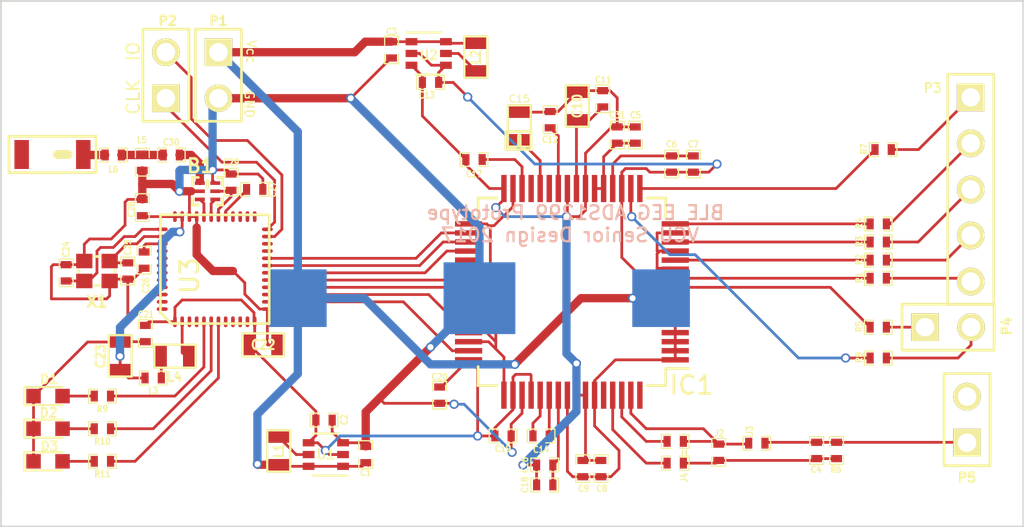
<source format=kicad_pcb>
(kicad_pcb (version 4) (host pcbnew 4.0.4-stable)

  (general
    (links 172)
    (no_connects 2)
    (area 266.064 119.149999 322.650001 148.250001)
    (thickness 1.6)
    (drawings 11)
    (tracks 493)
    (zones 0)
    (modules 68)
    (nets 91)
  )

  (page A3)
  (layers
    (0 F.Cu signal)
    (31 B.Cu signal)
    (32 B.Adhes user hide)
    (33 F.Adhes user hide)
    (34 B.Paste user)
    (35 F.Paste user hide)
    (36 B.SilkS user hide)
    (37 F.SilkS user)
    (38 B.Mask user hide)
    (39 F.Mask user hide)
    (40 Dwgs.User user hide)
    (41 Cmts.User user)
    (42 Eco1.User user)
    (43 Eco2.User user)
    (44 Edge.Cuts user)
  )

  (setup
    (last_trace_width 0.4572)
    (user_trace_width 0.152)
    (trace_clearance 0.1524)
    (zone_clearance 0.508)
    (zone_45_only yes)
    (trace_min 0.05)
    (segment_width 0.2)
    (edge_width 0.1)
    (via_size 0.508)
    (via_drill 0.3302)
    (via_min_size 0.152)
    (via_min_drill 0.3302)
    (user_via 0.2 0)
    (uvia_size 0.508)
    (uvia_drill 0.3302)
    (uvias_allowed no)
    (uvia_min_size 0.13)
    (uvia_min_drill 0.3302)
    (pcb_text_width 0.3)
    (pcb_text_size 1.5 1.5)
    (mod_edge_width 0.15)
    (mod_text_size 1 1)
    (mod_text_width 0.15)
    (pad_size 0.635 1.143)
    (pad_drill 0)
    (pad_to_mask_clearance 0.015)
    (aux_axis_origin 0 0)
    (visible_elements 7FFEFBBF)
    (pcbplotparams
      (layerselection 0x010f0_80000001)
      (usegerberextensions true)
      (excludeedgelayer true)
      (linewidth 0.150000)
      (plotframeref false)
      (viasonmask false)
      (mode 1)
      (useauxorigin false)
      (hpglpennumber 1)
      (hpglpenspeed 20)
      (hpglpendiameter 15)
      (hpglpenoverlay 2)
      (psnegative false)
      (psa4output false)
      (plotreference true)
      (plotvalue true)
      (plotinvisibletext false)
      (padsonsilk false)
      (subtractmaskfromsilk false)
      (outputformat 1)
      (mirror false)
      (drillshape 0)
      (scaleselection 1)
      (outputdirectory Gerber_EEG/))
  )

  (net 0 "")
  (net 1 /ANT1)
  (net 2 /ANT2)
  (net 3 /DCC)
  (net 4 /DEC1)
  (net 5 /DEC2)
  (net 6 /RF)
  (net 7 /SPI_SCLK)
  (net 8 /SPI_~CS)
  (net 9 /SWDCLK)
  (net 10 /SWDIO)
  (net 11 /VDD_PA)
  (net 12 /XC1)
  (net 13 /XC2)
  (net 14 /~DRDY)
  (net 15 VAA)
  (net 16 "Net-(A1-Pad1)")
  (net 17 "Net-(A1-Pad2)")
  (net 18 "Net-(L3-Pad1)")
  (net 19 AVSS)
  (net 20 DVDD)
  (net 21 "Net-(C10-Pad2)")
  (net 22 AVDD)
  (net 23 "Net-(IC1-Pad10)")
  (net 24 "Net-(IC1-Pad11)")
  (net 25 "Net-(IC1-Pad12)")
  (net 26 "Net-(IC1-Pad14)")
  (net 27 "Net-(IC1-Pad16)")
  (net 28 "Net-(IC1-Pad17)")
  (net 29 "Net-(IC1-Pad18)")
  (net 30 "Net-(IC1-Pad27)")
  (net 31 "Net-(IC1-Pad29)")
  (net 32 /DIN)
  (net 33 /~PWDN)
  (net 34 /~RESET)
  (net 35 "Net-(IC1-Pad37)")
  (net 36 /DOUT)
  (net 37 "Net-(IC1-Pad60)")
  (net 38 "Net-(C14-Pad1)")
  (net 39 /BIASIN)
  (net 40 "Net-(IC1-Pad64)")
  (net 41 /IN4)
  (net 42 /IN3)
  (net 43 /IN2)
  (net 44 /IN1)
  (net 45 "Net-(R10-Pad2)")
  (net 46 "Net-(R9-Pad2)")
  (net 47 "Net-(D1-Pad2)")
  (net 48 "Net-(D2-Pad2)")
  (net 49 "Net-(D3-Pad2)")
  (net 50 VCC)
  (net 51 "Net-(IC1-Pad61)")
  (net 52 "Net-(IC1-Pad62)")
  (net 53 "Net-(IC1-Pad63)")
  (net 54 /INN)
  (net 55 "Net-(P5-Pad2)")
  (net 56 "Net-(C4-Pad1)")
  (net 57 "Net-(C31-Pad2)")
  (net 58 "Net-(C6-Pad1)")
  (net 59 "Net-(C12-Pad1)")
  (net 60 "Net-(C14-Pad2)")
  (net 61 "Net-(C15-Pad1)")
  (net 62 "Net-(C16-Pad1)")
  (net 63 "Net-(C17-Pad1)")
  (net 64 "Net-(C30-Pad2)")
  (net 65 "Net-(L1-Pad1)")
  (net 66 "Net-(L2-Pad1)")
  (net 67 /SRB1)
  (net 68 /SRB2)
  (net 69 "Net-(R11-Pad2)")
  (net 70 "Net-(U3-Pad28)")
  (net 71 "Net-(U3-Pad27)")
  (net 72 "Net-(U3-Pad26)")
  (net 73 "Net-(U3-Pad25)")
  (net 74 "Net-(U3-Pad11)")
  (net 75 "Net-(U3-Pad10)")
  (net 76 "Net-(U3-Pad9)")
  (net 77 "Net-(U3-Pad3)")
  (net 78 "Net-(U3-Pad4)")
  (net 79 "Net-(U3-Pad8)")
  (net 80 "Net-(U3-Pad22)")
  (net 81 "Net-(U3-Pad21)")
  (net 82 "Net-(U3-Pad41)")
  (net 83 "Net-(U3-Pad42)")
  (net 84 "Net-(U3-Pad40)")
  (net 85 "Net-(U3-Pad43)")
  (net 86 "Net-(U3-Pad44)")
  (net 87 "Net-(U3-Pad45)")
  (net 88 "Net-(U3-Pad46)")
  (net 89 "Net-(U3-Pad47)")
  (net 90 "Net-(U3-Pad48)")

  (net_class Default "This is the default net class."
    (clearance 0.1524)
    (trace_width 0.4572)
    (via_dia 0.508)
    (via_drill 0.3302)
    (uvia_dia 0.508)
    (uvia_drill 0.3302)
    (add_net /ANT1)
    (add_net /ANT2)
    (add_net /BIASIN)
    (add_net /DCC)
    (add_net /DEC1)
    (add_net /DEC2)
    (add_net /DIN)
    (add_net /DOUT)
    (add_net /IN1)
    (add_net /IN2)
    (add_net /IN3)
    (add_net /IN4)
    (add_net /INN)
    (add_net /RF)
    (add_net /SPI_SCLK)
    (add_net /SPI_~CS)
    (add_net /SRB1)
    (add_net /SRB2)
    (add_net /SWDCLK)
    (add_net /SWDIO)
    (add_net /VDD_PA)
    (add_net /XC1)
    (add_net /XC2)
    (add_net /~DRDY)
    (add_net /~PWDN)
    (add_net /~RESET)
    (add_net AVDD)
    (add_net AVSS)
    (add_net DVDD)
    (add_net "Net-(A1-Pad1)")
    (add_net "Net-(A1-Pad2)")
    (add_net "Net-(C10-Pad2)")
    (add_net "Net-(C12-Pad1)")
    (add_net "Net-(C14-Pad1)")
    (add_net "Net-(C14-Pad2)")
    (add_net "Net-(C15-Pad1)")
    (add_net "Net-(C16-Pad1)")
    (add_net "Net-(C17-Pad1)")
    (add_net "Net-(C30-Pad2)")
    (add_net "Net-(C31-Pad2)")
    (add_net "Net-(C4-Pad1)")
    (add_net "Net-(C6-Pad1)")
    (add_net "Net-(D1-Pad2)")
    (add_net "Net-(D2-Pad2)")
    (add_net "Net-(D3-Pad2)")
    (add_net "Net-(IC1-Pad10)")
    (add_net "Net-(IC1-Pad11)")
    (add_net "Net-(IC1-Pad12)")
    (add_net "Net-(IC1-Pad14)")
    (add_net "Net-(IC1-Pad16)")
    (add_net "Net-(IC1-Pad17)")
    (add_net "Net-(IC1-Pad18)")
    (add_net "Net-(IC1-Pad27)")
    (add_net "Net-(IC1-Pad29)")
    (add_net "Net-(IC1-Pad37)")
    (add_net "Net-(IC1-Pad60)")
    (add_net "Net-(IC1-Pad61)")
    (add_net "Net-(IC1-Pad62)")
    (add_net "Net-(IC1-Pad63)")
    (add_net "Net-(IC1-Pad64)")
    (add_net "Net-(L1-Pad1)")
    (add_net "Net-(L2-Pad1)")
    (add_net "Net-(L3-Pad1)")
    (add_net "Net-(P5-Pad2)")
    (add_net "Net-(R10-Pad2)")
    (add_net "Net-(R11-Pad2)")
    (add_net "Net-(R9-Pad2)")
    (add_net "Net-(U3-Pad10)")
    (add_net "Net-(U3-Pad11)")
    (add_net "Net-(U3-Pad21)")
    (add_net "Net-(U3-Pad22)")
    (add_net "Net-(U3-Pad25)")
    (add_net "Net-(U3-Pad26)")
    (add_net "Net-(U3-Pad27)")
    (add_net "Net-(U3-Pad28)")
    (add_net "Net-(U3-Pad3)")
    (add_net "Net-(U3-Pad4)")
    (add_net "Net-(U3-Pad40)")
    (add_net "Net-(U3-Pad41)")
    (add_net "Net-(U3-Pad42)")
    (add_net "Net-(U3-Pad43)")
    (add_net "Net-(U3-Pad44)")
    (add_net "Net-(U3-Pad45)")
    (add_net "Net-(U3-Pad46)")
    (add_net "Net-(U3-Pad47)")
    (add_net "Net-(U3-Pad48)")
    (add_net "Net-(U3-Pad8)")
    (add_net "Net-(U3-Pad9)")
    (add_net VAA)
    (add_net VCC)
  )

  (module Housings_QFP:TQFP-64_10x10mm_Pitch0.5mm (layer F.Cu) (tedit 58A7C02C) (tstamp 58A5E61F)
    (at 297.7 135.25 180)
    (descr "64-Lead Plastic Thin Quad Flatpack (PT) - 10x10x1 mm Body, 2.00 mm Footprint [TQFP] (see Microchip Packaging Specification 00000049BS.pdf)")
    (tags "QFP 0.5")
    (path /588AD1DC)
    (attr smd)
    (fp_text reference IC1 (at -6.6 -5.15 180) (layer F.SilkS)
      (effects (font (size 1 1) (thickness 0.15)))
    )
    (fp_text value ADS1299 (at 0 7.45 180) (layer F.Fab)
      (effects (font (size 1 1) (thickness 0.15)))
    )
    (fp_text user %R (at 0 0 180) (layer F.Fab)
      (effects (font (size 1 1) (thickness 0.15)))
    )
    (fp_line (start -4 -5) (end 5 -5) (layer F.Fab) (width 0.15))
    (fp_line (start 5 -5) (end 5 5) (layer F.Fab) (width 0.15))
    (fp_line (start 5 5) (end -5 5) (layer F.Fab) (width 0.15))
    (fp_line (start -5 5) (end -5 -4) (layer F.Fab) (width 0.15))
    (fp_line (start -5 -4) (end -4 -5) (layer F.Fab) (width 0.15))
    (fp_line (start -6.7 -6.7) (end -6.7 6.7) (layer F.CrtYd) (width 0.05))
    (fp_line (start 6.7 -6.7) (end 6.7 6.7) (layer F.CrtYd) (width 0.05))
    (fp_line (start -6.7 -6.7) (end 6.7 -6.7) (layer F.CrtYd) (width 0.05))
    (fp_line (start -6.7 6.7) (end 6.7 6.7) (layer F.CrtYd) (width 0.05))
    (fp_line (start -5.175 -5.175) (end -5.175 -4.225) (layer F.SilkS) (width 0.15))
    (fp_line (start 5.175 -5.175) (end 5.175 -4.125) (layer F.SilkS) (width 0.15))
    (fp_line (start 5.175 5.175) (end 5.175 4.125) (layer F.SilkS) (width 0.15))
    (fp_line (start -5.175 5.175) (end -5.175 4.125) (layer F.SilkS) (width 0.15))
    (fp_line (start -5.175 -5.175) (end -4.125 -5.175) (layer F.SilkS) (width 0.15))
    (fp_line (start -5.175 5.175) (end -4.125 5.175) (layer F.SilkS) (width 0.15))
    (fp_line (start 5.175 5.175) (end 4.125 5.175) (layer F.SilkS) (width 0.15))
    (fp_line (start 5.175 -5.175) (end 4.125 -5.175) (layer F.SilkS) (width 0.15))
    (fp_line (start -5.175 -4.225) (end -6.45 -4.225) (layer F.SilkS) (width 0.15))
    (pad 1 smd rect (at -5.7 -3.75 180) (size 1.5 0.3) (layers F.Cu F.Paste F.Mask)
      (net 22 AVDD))
    (pad 2 smd rect (at -5.7 -3.25 180) (size 1.5 0.3) (layers F.Cu F.Paste F.Mask)
      (net 22 AVDD))
    (pad 3 smd rect (at -5.7 -2.75 180) (size 1.5 0.3) (layers F.Cu F.Paste F.Mask)
      (net 22 AVDD))
    (pad 4 smd rect (at -5.7 -2.25 180) (size 1.5 0.3) (layers F.Cu F.Paste F.Mask)
      (net 22 AVDD))
    (pad 5 smd rect (at -5.7 -1.75 180) (size 1.5 0.3) (layers F.Cu F.Paste F.Mask)
      (net 22 AVDD))
    (pad 6 smd rect (at -5.7 -1.25 180) (size 1.5 0.3) (layers F.Cu F.Paste F.Mask)
      (net 22 AVDD))
    (pad 7 smd rect (at -5.7 -0.75 180) (size 1.5 0.3) (layers F.Cu F.Paste F.Mask)
      (net 22 AVDD))
    (pad 8 smd rect (at -5.7 -0.25 180) (size 1.5 0.3) (layers F.Cu F.Paste F.Mask)
      (net 22 AVDD))
    (pad 9 smd rect (at -5.7 0.25 180) (size 1.5 0.3) (layers F.Cu F.Paste F.Mask)
      (net 24 "Net-(IC1-Pad11)"))
    (pad 10 smd rect (at -5.7 0.75 180) (size 1.5 0.3) (layers F.Cu F.Paste F.Mask)
      (net 23 "Net-(IC1-Pad10)"))
    (pad 11 smd rect (at -5.7 1.25 180) (size 1.5 0.3) (layers F.Cu F.Paste F.Mask)
      (net 24 "Net-(IC1-Pad11)"))
    (pad 12 smd rect (at -5.7 1.75 180) (size 1.5 0.3) (layers F.Cu F.Paste F.Mask)
      (net 25 "Net-(IC1-Pad12)"))
    (pad 13 smd rect (at -5.7 2.25 180) (size 1.5 0.3) (layers F.Cu F.Paste F.Mask)
      (net 24 "Net-(IC1-Pad11)"))
    (pad 14 smd rect (at -5.7 2.75 180) (size 1.5 0.3) (layers F.Cu F.Paste F.Mask)
      (net 26 "Net-(IC1-Pad14)"))
    (pad 15 smd rect (at -5.7 3.25 180) (size 1.5 0.3) (layers F.Cu F.Paste F.Mask)
      (net 24 "Net-(IC1-Pad11)"))
    (pad 16 smd rect (at -5.7 3.75 180) (size 1.5 0.3) (layers F.Cu F.Paste F.Mask)
      (net 27 "Net-(IC1-Pad16)"))
    (pad 17 smd rect (at -3.75 5.7 270) (size 1.5 0.3) (layers F.Cu F.Paste F.Mask)
      (net 28 "Net-(IC1-Pad17)"))
    (pad 18 smd rect (at -3.25 5.7 270) (size 1.5 0.3) (layers F.Cu F.Paste F.Mask)
      (net 29 "Net-(IC1-Pad18)"))
    (pad 19 smd rect (at -2.75 5.7 270) (size 1.5 0.3) (layers F.Cu F.Paste F.Mask)
      (net 22 AVDD))
    (pad 20 smd rect (at -2.25 5.7 270) (size 1.5 0.3) (layers F.Cu F.Paste F.Mask)
      (net 58 "Net-(C6-Pad1)"))
    (pad 21 smd rect (at -1.75 5.7 270) (size 1.5 0.3) (layers F.Cu F.Paste F.Mask)
      (net 57 "Net-(C31-Pad2)"))
    (pad 22 smd rect (at -1.25 5.7 270) (size 1.5 0.3) (layers F.Cu F.Paste F.Mask)
      (net 57 "Net-(C31-Pad2)"))
    (pad 23 smd rect (at -0.75 5.7 270) (size 1.5 0.3) (layers F.Cu F.Paste F.Mask)
      (net 19 AVSS))
    (pad 24 smd rect (at -0.25 5.7 270) (size 1.5 0.3) (layers F.Cu F.Paste F.Mask)
      (net 21 "Net-(C10-Pad2)"))
    (pad 25 smd rect (at 0.25 5.7 270) (size 1.5 0.3) (layers F.Cu F.Paste F.Mask)
      (net 19 AVSS))
    (pad 26 smd rect (at 0.75 5.7 270) (size 1.5 0.3) (layers F.Cu F.Paste F.Mask)
      (net 59 "Net-(C12-Pad1)"))
    (pad 27 smd rect (at 1.25 5.7 270) (size 1.5 0.3) (layers F.Cu F.Paste F.Mask)
      (net 30 "Net-(IC1-Pad27)"))
    (pad 28 smd rect (at 1.75 5.7 270) (size 1.5 0.3) (layers F.Cu F.Paste F.Mask)
      (net 61 "Net-(C15-Pad1)"))
    (pad 29 smd rect (at 2.25 5.7 270) (size 1.5 0.3) (layers F.Cu F.Paste F.Mask)
      (net 31 "Net-(IC1-Pad29)"))
    (pad 30 smd rect (at 2.75 5.7 270) (size 1.5 0.3) (layers F.Cu F.Paste F.Mask)
      (net 63 "Net-(C17-Pad1)"))
    (pad 31 smd rect (at 3.25 5.7 270) (size 1.5 0.3) (layers F.Cu F.Paste F.Mask)
      (net 19 AVSS))
    (pad 32 smd rect (at 3.75 5.7 270) (size 1.5 0.3) (layers F.Cu F.Paste F.Mask)
      (net 19 AVSS))
    (pad 33 smd rect (at 5.7 3.75 180) (size 1.5 0.3) (layers F.Cu F.Paste F.Mask)
      (net 19 AVSS))
    (pad 34 smd rect (at 5.7 3.25 180) (size 1.5 0.3) (layers F.Cu F.Paste F.Mask)
      (net 32 /DIN))
    (pad 35 smd rect (at 5.7 2.75 180) (size 1.5 0.3) (layers F.Cu F.Paste F.Mask)
      (net 33 /~PWDN))
    (pad 36 smd rect (at 5.7 2.25 180) (size 1.5 0.3) (layers F.Cu F.Paste F.Mask)
      (net 34 /~RESET))
    (pad 37 smd rect (at 5.7 1.75 180) (size 1.5 0.3) (layers F.Cu F.Paste F.Mask)
      (net 35 "Net-(IC1-Pad37)"))
    (pad 38 smd rect (at 5.7 1.25 180) (size 1.5 0.3) (layers F.Cu F.Paste F.Mask)
      (net 19 AVSS))
    (pad 39 smd rect (at 5.7 0.75 180) (size 1.5 0.3) (layers F.Cu F.Paste F.Mask)
      (net 8 /SPI_~CS))
    (pad 40 smd rect (at 5.7 0.25 180) (size 1.5 0.3) (layers F.Cu F.Paste F.Mask)
      (net 7 /SPI_SCLK))
    (pad 41 smd rect (at 5.7 -0.25 180) (size 1.5 0.3) (layers F.Cu F.Paste F.Mask)
      (net 19 AVSS))
    (pad 42 smd rect (at 5.7 -0.75 180) (size 1.5 0.3) (layers F.Cu F.Paste F.Mask)
      (net 19 AVSS))
    (pad 43 smd rect (at 5.7 -1.25 180) (size 1.5 0.3) (layers F.Cu F.Paste F.Mask)
      (net 36 /DOUT))
    (pad 44 smd rect (at 5.7 -1.75 180) (size 1.5 0.3) (layers F.Cu F.Paste F.Mask)
      (net 19 AVSS))
    (pad 45 smd rect (at 5.7 -2.25 180) (size 1.5 0.3) (layers F.Cu F.Paste F.Mask)
      (net 19 AVSS))
    (pad 46 smd rect (at 5.7 -2.75 180) (size 1.5 0.3) (layers F.Cu F.Paste F.Mask)
      (net 19 AVSS))
    (pad 47 smd rect (at 5.7 -3.25 180) (size 1.5 0.3) (layers F.Cu F.Paste F.Mask)
      (net 14 /~DRDY))
    (pad 48 smd rect (at 5.7 -3.75 180) (size 1.5 0.3) (layers F.Cu F.Paste F.Mask)
      (net 20 DVDD))
    (pad 49 smd rect (at 3.75 -5.7 270) (size 1.5 0.3) (layers F.Cu F.Paste F.Mask)
      (net 19 AVSS))
    (pad 50 smd rect (at 3.25 -5.7 270) (size 1.5 0.3) (layers F.Cu F.Paste F.Mask)
      (net 20 DVDD))
    (pad 51 smd rect (at 2.75 -5.7 270) (size 1.5 0.3) (layers F.Cu F.Paste F.Mask)
      (net 19 AVSS))
    (pad 52 smd rect (at 2.25 -5.7 270) (size 1.5 0.3) (layers F.Cu F.Paste F.Mask)
      (net 20 DVDD))
    (pad 53 smd rect (at 1.75 -5.7 270) (size 1.5 0.3) (layers F.Cu F.Paste F.Mask)
      (net 38 "Net-(C14-Pad1)"))
    (pad 54 smd rect (at 1.25 -5.7 270) (size 1.5 0.3) (layers F.Cu F.Paste F.Mask)
      (net 60 "Net-(C14-Pad2)"))
    (pad 55 smd rect (at 0.75 -5.7 270) (size 1.5 0.3) (layers F.Cu F.Paste F.Mask)
      (net 62 "Net-(C16-Pad1)"))
    (pad 56 smd rect (at 0.25 -5.7 270) (size 1.5 0.3) (layers F.Cu F.Paste F.Mask)
      (net 22 AVDD))
    (pad 57 smd rect (at -0.25 -5.7 270) (size 1.5 0.3) (layers F.Cu F.Paste F.Mask)
      (net 19 AVSS))
    (pad 58 smd rect (at -0.75 -5.7 270) (size 1.5 0.3) (layers F.Cu F.Paste F.Mask)
      (net 19 AVSS))
    (pad 59 smd rect (at -1.25 -5.7 270) (size 1.5 0.3) (layers F.Cu F.Paste F.Mask)
      (net 22 AVDD))
    (pad 60 smd rect (at -1.75 -5.7 270) (size 1.5 0.3) (layers F.Cu F.Paste F.Mask)
      (net 37 "Net-(IC1-Pad60)"))
    (pad 61 smd rect (at -2.25 -5.7 270) (size 1.5 0.3) (layers F.Cu F.Paste F.Mask)
      (net 51 "Net-(IC1-Pad61)"))
    (pad 62 smd rect (at -2.75 -5.7 270) (size 1.5 0.3) (layers F.Cu F.Paste F.Mask)
      (net 52 "Net-(IC1-Pad62)"))
    (pad 63 smd rect (at -3.25 -5.7 270) (size 1.5 0.3) (layers F.Cu F.Paste F.Mask)
      (net 53 "Net-(IC1-Pad63)"))
    (pad 64 smd rect (at -3.75 -5.7 270) (size 1.5 0.3) (layers F.Cu F.Paste F.Mask)
      (net 40 "Net-(IC1-Pad64)"))
    (model Housings_QFP.3dshapes/TQFP-64_10x10mm_Pitch0.5mm.wrl
      (at (xyz 0 0 0))
      (scale (xyz 1 1 1))
      (rotate (xyz 0 0 0))
    )
  )

  (module TO_SOT_Packages_SMD:SOT-363_SC-70-6 (layer F.Cu) (tedit 58ABA8B5) (tstamp 58A5F087)
    (at 289.8 122.1)
    (descr "SOT-363, SC-70-6")
    (path /589981DF)
    (attr smd)
    (fp_text reference U2 (at 0 0.1) (layer F.SilkS)
      (effects (font (size 0.5 0.5) (thickness 0.1)))
    )
    (fp_text value TPS61222 (at 0 2 180) (layer F.Fab)
      (effects (font (size 1 1) (thickness 0.15)))
    )
    (fp_line (start 0.7 -1.16) (end -1.2 -1.16) (layer F.SilkS) (width 0.12))
    (fp_line (start -0.7 1.16) (end 0.7 1.16) (layer F.SilkS) (width 0.12))
    (fp_line (start 1.6 1.4) (end 1.6 -1.4) (layer F.CrtYd) (width 0.05))
    (fp_line (start -1.6 -1.4) (end -1.6 1.4) (layer F.CrtYd) (width 0.05))
    (fp_line (start -1.6 -1.4) (end 1.6 -1.4) (layer F.CrtYd) (width 0.05))
    (fp_line (start 0.675 -1.1) (end -0.175 -1.1) (layer F.Fab) (width 0.1))
    (fp_line (start -0.675 -0.6) (end -0.675 1.1) (layer F.Fab) (width 0.1))
    (fp_line (start -1.6 1.4) (end 1.6 1.4) (layer F.CrtYd) (width 0.05))
    (fp_line (start 0.675 -1.1) (end 0.675 1.1) (layer F.Fab) (width 0.1))
    (fp_line (start 0.675 1.1) (end -0.675 1.1) (layer F.Fab) (width 0.1))
    (fp_line (start -0.175 -1.1) (end -0.675 -0.6) (layer F.Fab) (width 0.1))
    (pad 1 smd rect (at -0.95 -0.65) (size 0.65 0.4) (layers F.Cu F.Paste F.Mask)
      (net 50 VCC))
    (pad 3 smd rect (at -0.95 0.65) (size 0.65 0.4) (layers F.Cu F.Paste F.Mask)
      (net 19 AVSS))
    (pad 5 smd rect (at 0.95 0) (size 0.65 0.4) (layers F.Cu F.Paste F.Mask)
      (net 66 "Net-(L2-Pad1)"))
    (pad 2 smd rect (at -0.95 0) (size 0.65 0.4) (layers F.Cu F.Paste F.Mask)
      (net 22 AVDD))
    (pad 4 smd rect (at 0.95 0.65) (size 0.65 0.4) (layers F.Cu F.Paste F.Mask)
      (net 22 AVDD))
    (pad 6 smd rect (at 0.95 -0.65) (size 0.65 0.4) (layers F.Cu F.Paste F.Mask)
      (net 50 VCC))
  )

  (module SM0402 (layer F.Cu) (tedit 58ABB4F6) (tstamp 58ABB546)
    (at 296.5 125.75 90)
    (path /588BC8FE)
    (attr smd)
    (fp_text reference C12 (at -1.1 0 180) (layer F.SilkS)
      (effects (font (size 0.35052 0.3048) (thickness 0.07112)))
    )
    (fp_text value 1uF (at 0.09906 0 90) (layer F.SilkS) hide
      (effects (font (size 0.35052 0.3048) (thickness 0.07112)))
    )
    (fp_line (start -0.254 -0.381) (end -0.762 -0.381) (layer F.SilkS) (width 0.07112))
    (fp_line (start -0.762 -0.381) (end -0.762 0.381) (layer F.SilkS) (width 0.07112))
    (fp_line (start -0.762 0.381) (end -0.254 0.381) (layer F.SilkS) (width 0.07112))
    (fp_line (start 0.254 -0.381) (end 0.762 -0.381) (layer F.SilkS) (width 0.07112))
    (fp_line (start 0.762 -0.381) (end 0.762 0.381) (layer F.SilkS) (width 0.07112))
    (fp_line (start 0.762 0.381) (end 0.254 0.381) (layer F.SilkS) (width 0.07112))
    (pad 1 smd rect (at -0.44958 0 90) (size 0.39878 0.59944) (layers F.Cu F.Paste F.Mask)
      (net 59 "Net-(C12-Pad1)"))
    (pad 2 smd rect (at 0.44958 0 90) (size 0.39878 0.59944) (layers F.Cu F.Paste F.Mask)
      (net 19 AVSS))
    (model smd\chip_cms.wrl
      (at (xyz 0 0 0.002))
      (scale (xyz 0.05 0.05 0.05))
      (rotate (xyz 0 0 0))
    )
  )

  (module SM0402 (layer F.Cu) (tedit 58ABB4C7) (tstamp 58ABB4FE)
    (at 300.2 126.6 270)
    (path /58B25390)
    (attr smd)
    (fp_text reference C31 (at -1.1 0 360) (layer F.SilkS)
      (effects (font (size 0.35052 0.3048) (thickness 0.07112)))
    )
    (fp_text value 0.1uF (at 0.09906 0 270) (layer F.SilkS) hide
      (effects (font (size 0.35052 0.3048) (thickness 0.07112)))
    )
    (fp_line (start -0.254 -0.381) (end -0.762 -0.381) (layer F.SilkS) (width 0.07112))
    (fp_line (start -0.762 -0.381) (end -0.762 0.381) (layer F.SilkS) (width 0.07112))
    (fp_line (start -0.762 0.381) (end -0.254 0.381) (layer F.SilkS) (width 0.07112))
    (fp_line (start 0.254 -0.381) (end 0.762 -0.381) (layer F.SilkS) (width 0.07112))
    (fp_line (start 0.762 -0.381) (end 0.762 0.381) (layer F.SilkS) (width 0.07112))
    (fp_line (start 0.762 0.381) (end 0.254 0.381) (layer F.SilkS) (width 0.07112))
    (pad 1 smd rect (at -0.44958 0 270) (size 0.39878 0.59944) (layers F.Cu F.Paste F.Mask)
      (net 19 AVSS))
    (pad 2 smd rect (at 0.44958 0 270) (size 0.39878 0.59944) (layers F.Cu F.Paste F.Mask)
      (net 57 "Net-(C31-Pad2)"))
    (model smd\chip_cms.wrl
      (at (xyz 0 0 0.002))
      (scale (xyz 0.05 0.05 0.05))
      (rotate (xyz 0 0 0))
    )
  )

  (module SM0402 (layer F.Cu) (tedit 58ABB4BE) (tstamp 58ABB4D9)
    (at 301.2 126.6 270)
    (path /58B167C3)
    (attr smd)
    (fp_text reference C5 (at -1.1 0 360) (layer F.SilkS)
      (effects (font (size 0.35052 0.3048) (thickness 0.07112)))
    )
    (fp_text value 1uF (at 0.09906 0 270) (layer F.SilkS) hide
      (effects (font (size 0.35052 0.3048) (thickness 0.07112)))
    )
    (fp_line (start -0.254 -0.381) (end -0.762 -0.381) (layer F.SilkS) (width 0.07112))
    (fp_line (start -0.762 -0.381) (end -0.762 0.381) (layer F.SilkS) (width 0.07112))
    (fp_line (start -0.762 0.381) (end -0.254 0.381) (layer F.SilkS) (width 0.07112))
    (fp_line (start 0.254 -0.381) (end 0.762 -0.381) (layer F.SilkS) (width 0.07112))
    (fp_line (start 0.762 -0.381) (end 0.762 0.381) (layer F.SilkS) (width 0.07112))
    (fp_line (start 0.762 0.381) (end 0.254 0.381) (layer F.SilkS) (width 0.07112))
    (pad 1 smd rect (at -0.44958 0 270) (size 0.39878 0.59944) (layers F.Cu F.Paste F.Mask)
      (net 19 AVSS))
    (pad 2 smd rect (at 0.44958 0 270) (size 0.39878 0.59944) (layers F.Cu F.Paste F.Mask)
      (net 57 "Net-(C31-Pad2)"))
    (model smd\chip_cms.wrl
      (at (xyz 0 0 0.002))
      (scale (xyz 0.05 0.05 0.05))
      (rotate (xyz 0 0 0))
    )
  )

  (module SM0402 (layer F.Cu) (tedit 58ABAB06) (tstamp 58A77ACF)
    (at 293.9 143.2)
    (path /58A78680)
    (attr smd)
    (fp_text reference C19 (at 0 0.7) (layer F.SilkS)
      (effects (font (size 0.35052 0.3048) (thickness 0.07112)))
    )
    (fp_text value 1uF (at 0.09906 0) (layer F.SilkS) hide
      (effects (font (size 0.35052 0.3048) (thickness 0.07112)))
    )
    (fp_line (start -0.254 -0.381) (end -0.762 -0.381) (layer F.SilkS) (width 0.07112))
    (fp_line (start -0.762 -0.381) (end -0.762 0.381) (layer F.SilkS) (width 0.07112))
    (fp_line (start -0.762 0.381) (end -0.254 0.381) (layer F.SilkS) (width 0.07112))
    (fp_line (start 0.254 -0.381) (end 0.762 -0.381) (layer F.SilkS) (width 0.07112))
    (fp_line (start 0.762 -0.381) (end 0.762 0.381) (layer F.SilkS) (width 0.07112))
    (fp_line (start 0.762 0.381) (end 0.254 0.381) (layer F.SilkS) (width 0.07112))
    (pad 1 smd rect (at -0.44958 0) (size 0.39878 0.59944) (layers F.Cu F.Paste F.Mask)
      (net 20 DVDD))
    (pad 2 smd rect (at 0.44958 0) (size 0.39878 0.59944) (layers F.Cu F.Paste F.Mask)
      (net 19 AVSS))
    (model smd\chip_cms.wrl
      (at (xyz 0 0 0.002))
      (scale (xyz 0.05 0.05 0.05))
      (rotate (xyz 0 0 0))
    )
  )

  (module SM0402 (layer F.Cu) (tedit 58ABC2F1) (tstamp 58ABA47F)
    (at 296 143.2)
    (path /58AC9DAD)
    (attr smd)
    (fp_text reference C14 (at 0 0.75) (layer F.SilkS)
      (effects (font (size 0.35052 0.3048) (thickness 0.07112)))
    )
    (fp_text value 1uF (at 0.09906 0) (layer F.SilkS) hide
      (effects (font (size 0.35052 0.3048) (thickness 0.07112)))
    )
    (fp_line (start -0.254 -0.381) (end -0.762 -0.381) (layer F.SilkS) (width 0.07112))
    (fp_line (start -0.762 -0.381) (end -0.762 0.381) (layer F.SilkS) (width 0.07112))
    (fp_line (start -0.762 0.381) (end -0.254 0.381) (layer F.SilkS) (width 0.07112))
    (fp_line (start 0.254 -0.381) (end 0.762 -0.381) (layer F.SilkS) (width 0.07112))
    (fp_line (start 0.762 -0.381) (end 0.762 0.381) (layer F.SilkS) (width 0.07112))
    (fp_line (start 0.762 0.381) (end 0.254 0.381) (layer F.SilkS) (width 0.07112))
    (pad 1 smd rect (at -0.44958 0) (size 0.39878 0.59944) (layers F.Cu F.Paste F.Mask)
      (net 38 "Net-(C14-Pad1)"))
    (pad 2 smd rect (at 0.44958 0) (size 0.39878 0.59944) (layers F.Cu F.Paste F.Mask)
      (net 60 "Net-(C14-Pad2)"))
    (model smd\chip_cms.wrl
      (at (xyz 0 0 0.002))
      (scale (xyz 0.05 0.05 0.05))
      (rotate (xyz 0 0 0))
    )
  )

  (module PIN_ARRAY_2X1 (layer F.Cu) (tedit 58ABB913) (tstamp 58A871CA)
    (at 318.45 137.2)
    (descr "Connecteurs 2 pins")
    (tags "CONN DEV")
    (path /58A8C133)
    (fp_text reference P4 (at 3.238 -0.062 90) (layer F.SilkS)
      (effects (font (size 0.508 0.508) (thickness 0.127)))
    )
    (fp_text value CONN_2 (at 0 2.07) (layer F.SilkS) hide
      (effects (font (size 0.762 0.762) (thickness 0.1524)))
    )
    (fp_line (start -2.54 1.27) (end -2.54 -1.27) (layer F.SilkS) (width 0.1524))
    (fp_line (start -2.54 -1.27) (end 2.54 -1.27) (layer F.SilkS) (width 0.1524))
    (fp_line (start 2.54 -1.27) (end 2.54 1.27) (layer F.SilkS) (width 0.1524))
    (fp_line (start 2.54 1.27) (end -2.54 1.27) (layer F.SilkS) (width 0.1524))
    (pad 1 thru_hole rect (at -1.27 0) (size 1.524 1.524) (drill 1.016) (layers *.Cu *.Mask F.SilkS)
      (net 54 /INN))
    (pad 2 thru_hole circle (at 1.27 0) (size 1.524 1.524) (drill 1.016) (layers *.Cu *.Mask F.SilkS)
      (net 68 /SRB2))
    (model pin_array/pins_array_2x1.wrl
      (at (xyz 0 0 0))
      (scale (xyz 1 1 1))
      (rotate (xyz 0 0 0))
    )
  )

  (module SM0402 (layer F.Cu) (tedit 58ABA95E) (tstamp 58A87344)
    (at 314.6 137.2)
    (path /58AAE0AB)
    (attr smd)
    (fp_text reference R5 (at -1.05 -0.03 90) (layer F.SilkS)
      (effects (font (size 0.35052 0.3048) (thickness 0.07112)))
    )
    (fp_text value 30k (at 0.09906 0) (layer F.SilkS) hide
      (effects (font (size 0.35052 0.3048) (thickness 0.07112)))
    )
    (fp_line (start -0.254 -0.381) (end -0.762 -0.381) (layer F.SilkS) (width 0.07112))
    (fp_line (start -0.762 -0.381) (end -0.762 0.381) (layer F.SilkS) (width 0.07112))
    (fp_line (start -0.762 0.381) (end -0.254 0.381) (layer F.SilkS) (width 0.07112))
    (fp_line (start 0.254 -0.381) (end 0.762 -0.381) (layer F.SilkS) (width 0.07112))
    (fp_line (start 0.762 -0.381) (end 0.762 0.381) (layer F.SilkS) (width 0.07112))
    (fp_line (start 0.762 0.381) (end 0.254 0.381) (layer F.SilkS) (width 0.07112))
    (pad 1 smd rect (at -0.44958 0) (size 0.39878 0.59944) (layers F.Cu F.Paste F.Mask)
      (net 24 "Net-(IC1-Pad11)"))
    (pad 2 smd rect (at 0.44958 0) (size 0.39878 0.59944) (layers F.Cu F.Paste F.Mask)
      (net 54 /INN))
    (model smd\chip_cms.wrl
      (at (xyz 0 0 0.002))
      (scale (xyz 0.05 0.05 0.05))
      (rotate (xyz 0 0 0))
    )
  )

  (module SM0402 (layer F.Cu) (tedit 58ABA96E) (tstamp 58A7CE41)
    (at 314.6 138.9)
    (path /58AF9FBD)
    (attr smd)
    (fp_text reference R8 (at -1.05 -0.03 90) (layer F.SilkS)
      (effects (font (size 0.35052 0.3048) (thickness 0.07112)))
    )
    (fp_text value 30k (at 0.09906 0) (layer F.SilkS) hide
      (effects (font (size 0.35052 0.3048) (thickness 0.07112)))
    )
    (fp_line (start -0.254 -0.381) (end -0.762 -0.381) (layer F.SilkS) (width 0.07112))
    (fp_line (start -0.762 -0.381) (end -0.762 0.381) (layer F.SilkS) (width 0.07112))
    (fp_line (start -0.762 0.381) (end -0.254 0.381) (layer F.SilkS) (width 0.07112))
    (fp_line (start 0.254 -0.381) (end 0.762 -0.381) (layer F.SilkS) (width 0.07112))
    (fp_line (start 0.762 -0.381) (end 0.762 0.381) (layer F.SilkS) (width 0.07112))
    (fp_line (start 0.762 0.381) (end 0.254 0.381) (layer F.SilkS) (width 0.07112))
    (pad 1 smd rect (at -0.44958 0) (size 0.39878 0.59944) (layers F.Cu F.Paste F.Mask)
      (net 29 "Net-(IC1-Pad18)"))
    (pad 2 smd rect (at 0.44958 0) (size 0.39878 0.59944) (layers F.Cu F.Paste F.Mask)
      (net 68 /SRB2))
    (model smd\chip_cms.wrl
      (at (xyz 0 0 0.002))
      (scale (xyz 0.05 0.05 0.05))
      (rotate (xyz 0 0 0))
    )
  )

  (module SM0402 (layer F.Cu) (tedit 58ABAA8F) (tstamp 58A77C96)
    (at 290.4 140.95 90)
    (path /58AD0381)
    (attr smd)
    (fp_text reference C20 (at 1 0 180) (layer F.SilkS)
      (effects (font (size 0.35052 0.3048) (thickness 0.07112)))
    )
    (fp_text value 1uF (at 0.09906 0 90) (layer F.SilkS) hide
      (effects (font (size 0.35052 0.3048) (thickness 0.07112)))
    )
    (fp_line (start -0.254 -0.381) (end -0.762 -0.381) (layer F.SilkS) (width 0.07112))
    (fp_line (start -0.762 -0.381) (end -0.762 0.381) (layer F.SilkS) (width 0.07112))
    (fp_line (start -0.762 0.381) (end -0.254 0.381) (layer F.SilkS) (width 0.07112))
    (fp_line (start 0.254 -0.381) (end 0.762 -0.381) (layer F.SilkS) (width 0.07112))
    (fp_line (start 0.762 -0.381) (end 0.762 0.381) (layer F.SilkS) (width 0.07112))
    (fp_line (start 0.762 0.381) (end 0.254 0.381) (layer F.SilkS) (width 0.07112))
    (pad 1 smd rect (at -0.44958 0 90) (size 0.39878 0.59944) (layers F.Cu F.Paste F.Mask)
      (net 19 AVSS))
    (pad 2 smd rect (at 0.44958 0 90) (size 0.39878 0.59944) (layers F.Cu F.Paste F.Mask)
      (net 20 DVDD))
    (model smd\chip_cms.wrl
      (at (xyz 0 0 0.002))
      (scale (xyz 0.05 0.05 0.05))
      (rotate (xyz 0 0 0))
    )
  )

  (module SM0402 (layer F.Cu) (tedit 58ABB7BC) (tstamp 58A77ADA)
    (at 296.2 145.9 180)
    (path /588BAB6E)
    (attr smd)
    (fp_text reference C18 (at 1.1 0 270) (layer F.SilkS)
      (effects (font (size 0.35052 0.3048) (thickness 0.07112)))
    )
    (fp_text value 0.1uF (at 0.09906 0 180) (layer F.SilkS) hide
      (effects (font (size 0.35052 0.3048) (thickness 0.07112)))
    )
    (fp_line (start -0.254 -0.381) (end -0.762 -0.381) (layer F.SilkS) (width 0.07112))
    (fp_line (start -0.762 -0.381) (end -0.762 0.381) (layer F.SilkS) (width 0.07112))
    (fp_line (start -0.762 0.381) (end -0.254 0.381) (layer F.SilkS) (width 0.07112))
    (fp_line (start 0.254 -0.381) (end 0.762 -0.381) (layer F.SilkS) (width 0.07112))
    (fp_line (start 0.762 -0.381) (end 0.762 0.381) (layer F.SilkS) (width 0.07112))
    (fp_line (start 0.762 0.381) (end 0.254 0.381) (layer F.SilkS) (width 0.07112))
    (pad 1 smd rect (at -0.44958 0 180) (size 0.39878 0.59944) (layers F.Cu F.Paste F.Mask)
      (net 62 "Net-(C16-Pad1)"))
    (pad 2 smd rect (at 0.44958 0 180) (size 0.39878 0.59944) (layers F.Cu F.Paste F.Mask)
      (net 19 AVSS))
    (model smd\chip_cms.wrl
      (at (xyz 0 0 0.002))
      (scale (xyz 0.05 0.05 0.05))
      (rotate (xyz 0 0 0))
    )
  )

  (module SM0402 (layer F.Cu) (tedit 58ABB7B8) (tstamp 58A77AC4)
    (at 296.2 144.8 180)
    (path /588BAB68)
    (attr smd)
    (fp_text reference C16 (at 1.1 0 270) (layer F.SilkS)
      (effects (font (size 0.35052 0.3048) (thickness 0.07112)))
    )
    (fp_text value 1uF (at 0.09906 0 180) (layer F.SilkS) hide
      (effects (font (size 0.35052 0.3048) (thickness 0.07112)))
    )
    (fp_line (start -0.254 -0.381) (end -0.762 -0.381) (layer F.SilkS) (width 0.07112))
    (fp_line (start -0.762 -0.381) (end -0.762 0.381) (layer F.SilkS) (width 0.07112))
    (fp_line (start -0.762 0.381) (end -0.254 0.381) (layer F.SilkS) (width 0.07112))
    (fp_line (start 0.254 -0.381) (end 0.762 -0.381) (layer F.SilkS) (width 0.07112))
    (fp_line (start 0.762 -0.381) (end 0.762 0.381) (layer F.SilkS) (width 0.07112))
    (fp_line (start 0.762 0.381) (end 0.254 0.381) (layer F.SilkS) (width 0.07112))
    (pad 1 smd rect (at -0.44958 0 180) (size 0.39878 0.59944) (layers F.Cu F.Paste F.Mask)
      (net 62 "Net-(C16-Pad1)"))
    (pad 2 smd rect (at 0.44958 0 180) (size 0.39878 0.59944) (layers F.Cu F.Paste F.Mask)
      (net 19 AVSS))
    (model smd\chip_cms.wrl
      (at (xyz 0 0 0.002))
      (scale (xyz 0.05 0.05 0.05))
      (rotate (xyz 0 0 0))
    )
  )

  (module SM0402 (layer F.Cu) (tedit 58ABC2EC) (tstamp 58A77AB9)
    (at 298.3 145 90)
    (path /58ABA79C)
    (attr smd)
    (fp_text reference C9 (at -1.1 0.05 180) (layer F.SilkS)
      (effects (font (size 0.35052 0.3048) (thickness 0.07112)))
    )
    (fp_text value 0.1uF (at 0.09906 0 90) (layer F.SilkS) hide
      (effects (font (size 0.35052 0.3048) (thickness 0.07112)))
    )
    (fp_line (start -0.254 -0.381) (end -0.762 -0.381) (layer F.SilkS) (width 0.07112))
    (fp_line (start -0.762 -0.381) (end -0.762 0.381) (layer F.SilkS) (width 0.07112))
    (fp_line (start -0.762 0.381) (end -0.254 0.381) (layer F.SilkS) (width 0.07112))
    (fp_line (start 0.254 -0.381) (end 0.762 -0.381) (layer F.SilkS) (width 0.07112))
    (fp_line (start 0.762 -0.381) (end 0.762 0.381) (layer F.SilkS) (width 0.07112))
    (fp_line (start 0.762 0.381) (end 0.254 0.381) (layer F.SilkS) (width 0.07112))
    (pad 1 smd rect (at -0.44958 0 90) (size 0.39878 0.59944) (layers F.Cu F.Paste F.Mask)
      (net 22 AVDD))
    (pad 2 smd rect (at 0.44958 0 90) (size 0.39878 0.59944) (layers F.Cu F.Paste F.Mask)
      (net 19 AVSS))
    (model smd\chip_cms.wrl
      (at (xyz 0 0 0.002))
      (scale (xyz 0.05 0.05 0.05))
      (rotate (xyz 0 0 0))
    )
  )

  (module SM0402 (layer F.Cu) (tedit 58ABB3C6) (tstamp 58A77AAE)
    (at 292.3 127.95 180)
    (path /588BCA75)
    (attr smd)
    (fp_text reference C17 (at 0 -0.8 180) (layer F.SilkS)
      (effects (font (size 0.35052 0.3048) (thickness 0.07112)))
    )
    (fp_text value 1uF (at 0.09906 0 180) (layer F.SilkS) hide
      (effects (font (size 0.35052 0.3048) (thickness 0.07112)))
    )
    (fp_line (start -0.254 -0.381) (end -0.762 -0.381) (layer F.SilkS) (width 0.07112))
    (fp_line (start -0.762 -0.381) (end -0.762 0.381) (layer F.SilkS) (width 0.07112))
    (fp_line (start -0.762 0.381) (end -0.254 0.381) (layer F.SilkS) (width 0.07112))
    (fp_line (start 0.254 -0.381) (end 0.762 -0.381) (layer F.SilkS) (width 0.07112))
    (fp_line (start 0.762 -0.381) (end 0.762 0.381) (layer F.SilkS) (width 0.07112))
    (fp_line (start 0.762 0.381) (end 0.254 0.381) (layer F.SilkS) (width 0.07112))
    (pad 1 smd rect (at -0.44958 0 180) (size 0.39878 0.59944) (layers F.Cu F.Paste F.Mask)
      (net 63 "Net-(C17-Pad1)"))
    (pad 2 smd rect (at 0.44958 0 180) (size 0.39878 0.59944) (layers F.Cu F.Paste F.Mask)
      (net 19 AVSS))
    (model smd\chip_cms.wrl
      (at (xyz 0 0 0.002))
      (scale (xyz 0.05 0.05 0.05))
      (rotate (xyz 0 0 0))
    )
  )

  (module SM0402 (layer F.Cu) (tedit 58ABC2EF) (tstamp 58A77AA3)
    (at 299.3 145 90)
    (path /58ABA6A4)
    (attr smd)
    (fp_text reference C8 (at -1.1 0.05 180) (layer F.SilkS)
      (effects (font (size 0.35052 0.3048) (thickness 0.07112)))
    )
    (fp_text value 1uF (at 0.09906 0 90) (layer F.SilkS) hide
      (effects (font (size 0.35052 0.3048) (thickness 0.07112)))
    )
    (fp_line (start -0.254 -0.381) (end -0.762 -0.381) (layer F.SilkS) (width 0.07112))
    (fp_line (start -0.762 -0.381) (end -0.762 0.381) (layer F.SilkS) (width 0.07112))
    (fp_line (start -0.762 0.381) (end -0.254 0.381) (layer F.SilkS) (width 0.07112))
    (fp_line (start 0.254 -0.381) (end 0.762 -0.381) (layer F.SilkS) (width 0.07112))
    (fp_line (start 0.762 -0.381) (end 0.762 0.381) (layer F.SilkS) (width 0.07112))
    (fp_line (start 0.762 0.381) (end 0.254 0.381) (layer F.SilkS) (width 0.07112))
    (pad 1 smd rect (at -0.44958 0 90) (size 0.39878 0.59944) (layers F.Cu F.Paste F.Mask)
      (net 22 AVDD))
    (pad 2 smd rect (at 0.44958 0 90) (size 0.39878 0.59944) (layers F.Cu F.Paste F.Mask)
      (net 19 AVSS))
    (model smd\chip_cms.wrl
      (at (xyz 0 0 0.002))
      (scale (xyz 0.05 0.05 0.05))
      (rotate (xyz 0 0 0))
    )
  )

  (module SM0402 (layer F.Cu) (tedit 58ABB3FE) (tstamp 58A77A8D)
    (at 299.4 124.6 270)
    (path /588C02B1)
    (attr smd)
    (fp_text reference C11 (at -1.05 -0.03 360) (layer F.SilkS)
      (effects (font (size 0.35052 0.3048) (thickness 0.07112)))
    )
    (fp_text value 0.1uF (at 0.09906 0 270) (layer F.SilkS) hide
      (effects (font (size 0.35052 0.3048) (thickness 0.07112)))
    )
    (fp_line (start -0.254 -0.381) (end -0.762 -0.381) (layer F.SilkS) (width 0.07112))
    (fp_line (start -0.762 -0.381) (end -0.762 0.381) (layer F.SilkS) (width 0.07112))
    (fp_line (start -0.762 0.381) (end -0.254 0.381) (layer F.SilkS) (width 0.07112))
    (fp_line (start 0.254 -0.381) (end 0.762 -0.381) (layer F.SilkS) (width 0.07112))
    (fp_line (start 0.762 -0.381) (end 0.762 0.381) (layer F.SilkS) (width 0.07112))
    (fp_line (start 0.762 0.381) (end 0.254 0.381) (layer F.SilkS) (width 0.07112))
    (pad 1 smd rect (at -0.44958 0 270) (size 0.39878 0.59944) (layers F.Cu F.Paste F.Mask)
      (net 19 AVSS))
    (pad 2 smd rect (at 0.44958 0 270) (size 0.39878 0.59944) (layers F.Cu F.Paste F.Mask)
      (net 21 "Net-(C10-Pad2)"))
    (model smd\chip_cms.wrl
      (at (xyz 0 0 0.002))
      (scale (xyz 0.05 0.05 0.05))
      (rotate (xyz 0 0 0))
    )
  )

  (module SM0402 (layer F.Cu) (tedit 58ABB2C8) (tstamp 58A77A6B)
    (at 304.4 128.2 270)
    (path /58B17695)
    (attr smd)
    (fp_text reference C7 (at -1.1 0 360) (layer F.SilkS)
      (effects (font (size 0.35052 0.3048) (thickness 0.07112)))
    )
    (fp_text value 0.1uF (at 0.09906 0 270) (layer F.SilkS) hide
      (effects (font (size 0.35052 0.3048) (thickness 0.07112)))
    )
    (fp_line (start -0.254 -0.381) (end -0.762 -0.381) (layer F.SilkS) (width 0.07112))
    (fp_line (start -0.762 -0.381) (end -0.762 0.381) (layer F.SilkS) (width 0.07112))
    (fp_line (start -0.762 0.381) (end -0.254 0.381) (layer F.SilkS) (width 0.07112))
    (fp_line (start 0.254 -0.381) (end 0.762 -0.381) (layer F.SilkS) (width 0.07112))
    (fp_line (start 0.762 -0.381) (end 0.762 0.381) (layer F.SilkS) (width 0.07112))
    (fp_line (start 0.762 0.381) (end 0.254 0.381) (layer F.SilkS) (width 0.07112))
    (pad 1 smd rect (at -0.44958 0 270) (size 0.39878 0.59944) (layers F.Cu F.Paste F.Mask)
      (net 58 "Net-(C6-Pad1)"))
    (pad 2 smd rect (at 0.44958 0 270) (size 0.39878 0.59944) (layers F.Cu F.Paste F.Mask)
      (net 22 AVDD))
    (model smd\chip_cms.wrl
      (at (xyz 0 0 0.002))
      (scale (xyz 0.05 0.05 0.05))
      (rotate (xyz 0 0 0))
    )
  )

  (module QFN48-6X6 (layer F.Cu) (tedit 58ABA8A7) (tstamp 54E75ECE)
    (at 278 134 90)
    (path /588ADF52)
    (fp_text reference U3 (at -0.366 -1.394 90) (layer F.SilkS)
      (effects (font (size 1 1) (thickness 0.15)))
    )
    (fp_text value NRF51X22-QFN (at 0.01 0 90) (layer F.SilkS) hide
      (effects (font (size 0.127 0.127) (thickness 0.03175)))
    )
    (fp_line (start -2.4 -3) (end -3 -2.4) (layer F.SilkS) (width 0.15))
    (fp_line (start -3 3) (end -3 -2.4) (layer F.SilkS) (width 0.15))
    (fp_line (start 3 -3) (end -2.4 -3) (layer F.SilkS) (width 0.15))
    (fp_line (start 3 -3) (end 3 3) (layer F.SilkS) (width 0.15))
    (fp_line (start 3 3) (end -3 3) (layer F.SilkS) (width 0.15))
    (pad 30 smd oval (at 2.9 0.2 180) (size 0.2 0.6) (layers F.Cu F.Paste F.Mask)
      (net 11 /VDD_PA))
    (pad 29 smd oval (at 2.9 0.6 180) (size 0.2 0.6) (layers F.Cu F.Paste F.Mask)
      (net 5 /DEC2))
    (pad 31 smd oval (at 2.9 -0.2 180) (size 0.2 0.6) (layers F.Cu F.Paste F.Mask)
      (net 1 /ANT1))
    (pad 28 smd oval (at 2.9 1 180) (size 0.2 0.6) (layers F.Cu F.Paste F.Mask)
      (net 70 "Net-(U3-Pad28)"))
    (pad 27 smd oval (at 2.9 1.4 180) (size 0.2 0.6) (layers F.Cu F.Paste F.Mask)
      (net 71 "Net-(U3-Pad27)"))
    (pad 32 smd oval (at 2.9 -0.6 180) (size 0.2 0.6) (layers F.Cu F.Paste F.Mask)
      (net 2 /ANT2))
    (pad 33 smd oval (at 2.9 -1 180) (size 0.2 0.6) (layers F.Cu F.Paste F.Mask)
      (net 19 AVSS))
    (pad 34 smd oval (at 2.9 -1.4 180) (size 0.2 0.6) (layers F.Cu F.Paste F.Mask)
      (net 19 AVSS))
    (pad 26 smd oval (at 2.9 1.8 180) (size 0.2 0.6) (layers F.Cu F.Paste F.Mask)
      (net 72 "Net-(U3-Pad26)"))
    (pad 25 smd oval (at 2.9 2.2 180) (size 0.2 0.6) (layers F.Cu F.Paste F.Mask)
      (net 73 "Net-(U3-Pad25)"))
    (pad 36 smd oval (at 2.9 -2.2 180) (size 0.2 0.6) (layers F.Cu F.Paste F.Mask)
      (net 15 VAA))
    (pad 35 smd oval (at 2.9 -1.8 180) (size 0.2 0.6) (layers F.Cu F.Paste F.Mask)
      (net 15 VAA))
    (pad 1 smd oval (at -2.9 -2.2 180) (size 0.2 0.6) (layers F.Cu F.Paste F.Mask)
      (net 20 DVDD))
    (pad 11 smd oval (at -2.9 1.8 180) (size 0.2 0.6) (layers F.Cu F.Paste F.Mask)
      (net 74 "Net-(U3-Pad11)"))
    (pad 10 smd oval (at -2.9 1.4 180) (size 0.2 0.6) (layers F.Cu F.Paste F.Mask)
      (net 75 "Net-(U3-Pad10)"))
    (pad 9 smd oval (at -2.9 1 180) (size 0.2 0.6) (layers F.Cu F.Paste F.Mask)
      (net 76 "Net-(U3-Pad9)"))
    (pad 2 smd oval (at -2.9 -1.8 180) (size 0.2 0.6) (layers F.Cu F.Paste F.Mask)
      (net 3 /DCC))
    (pad 3 smd oval (at -2.9 -1.4 180) (size 0.2 0.6) (layers F.Cu F.Paste F.Mask)
      (net 77 "Net-(U3-Pad3)"))
    (pad 4 smd oval (at -2.9 -1 180) (size 0.2 0.6) (layers F.Cu F.Paste F.Mask)
      (net 78 "Net-(U3-Pad4)"))
    (pad 8 smd oval (at -2.9 0.6 180) (size 0.2 0.6) (layers F.Cu F.Paste F.Mask)
      (net 79 "Net-(U3-Pad8)"))
    (pad 12 smd oval (at -2.9 2.2 180) (size 0.2 0.6) (layers F.Cu F.Paste F.Mask)
      (net 20 DVDD))
    (pad 5 smd oval (at -2.9 -0.6 180) (size 0.2 0.6) (layers F.Cu F.Paste F.Mask)
      (net 46 "Net-(R9-Pad2)"))
    (pad 7 smd oval (at -2.9 0.2 180) (size 0.2 0.6) (layers F.Cu F.Paste F.Mask)
      (net 69 "Net-(R11-Pad2)"))
    (pad 6 smd oval (at -2.9 -0.2 180) (size 0.2 0.6) (layers F.Cu F.Paste F.Mask)
      (net 45 "Net-(R10-Pad2)"))
    (pad 23 smd oval (at 1.8 2.9 90) (size 0.2 0.6) (layers F.Cu F.Paste F.Mask)
      (net 10 /SWDIO))
    (pad 24 smd oval (at 2.2 2.9 90) (size 0.2 0.6) (layers F.Cu F.Paste F.Mask)
      (net 9 /SWDCLK))
    (pad 13 smd oval (at -2.2 2.9 90) (size 0.2 0.6) (layers F.Cu F.Paste F.Mask)
      (net 19 AVSS))
    (pad 14 smd oval (at -1.8 2.9 90) (size 0.2 0.6) (layers F.Cu F.Paste F.Mask)
      (net 14 /~DRDY))
    (pad 22 smd oval (at 1.4 2.9 90) (size 0.2 0.6) (layers F.Cu F.Paste F.Mask)
      (net 80 "Net-(U3-Pad22)"))
    (pad 21 smd oval (at 1 2.9 90) (size 0.2 0.6) (layers F.Cu F.Paste F.Mask)
      (net 81 "Net-(U3-Pad21)"))
    (pad 20 smd oval (at 0.6 2.9 90) (size 0.2 0.6) (layers F.Cu F.Paste F.Mask)
      (net 32 /DIN))
    (pad 15 smd oval (at -1.4 2.9 90) (size 0.2 0.6) (layers F.Cu F.Paste F.Mask)
      (net 36 /DOUT))
    (pad 16 smd oval (at -1 2.9 90) (size 0.2 0.6) (layers F.Cu F.Paste F.Mask)
      (net 7 /SPI_SCLK))
    (pad 19 smd oval (at 0.2 2.9 90) (size 0.2 0.6) (layers F.Cu F.Paste F.Mask)
      (net 33 /~PWDN))
    (pad 17 smd oval (at -0.6 2.9 90) (size 0.2 0.6) (layers F.Cu F.Paste F.Mask)
      (net 8 /SPI_~CS))
    (pad 18 smd oval (at -0.2 2.9 90) (size 0.2 0.6) (layers F.Cu F.Paste F.Mask)
      (net 34 /~RESET))
    (pad 41 smd oval (at 0.6 -2.9 90) (size 0.2 0.6) (layers F.Cu F.Paste F.Mask)
      (net 82 "Net-(U3-Pad41)"))
    (pad 42 smd oval (at 0.2 -2.9 90) (size 0.2 0.6) (layers F.Cu F.Paste F.Mask)
      (net 83 "Net-(U3-Pad42)"))
    (pad 40 smd oval (at 1 -2.9 90) (size 0.2 0.6) (layers F.Cu F.Paste F.Mask)
      (net 84 "Net-(U3-Pad40)"))
    (pad 43 smd oval (at -0.2 -2.9 90) (size 0.2 0.6) (layers F.Cu F.Paste F.Mask)
      (net 85 "Net-(U3-Pad43)"))
    (pad 44 smd oval (at -0.6 -2.9 90) (size 0.2 0.6) (layers F.Cu F.Paste F.Mask)
      (net 86 "Net-(U3-Pad44)"))
    (pad 39 smd oval (at 1.4 -2.9 90) (size 0.2 0.6) (layers F.Cu F.Paste F.Mask)
      (net 4 /DEC1))
    (pad 38 smd oval (at 1.8 -2.9 90) (size 0.2 0.6) (layers F.Cu F.Paste F.Mask)
      (net 13 /XC2))
    (pad 37 smd oval (at 2.2 -2.9 90) (size 0.2 0.6) (layers F.Cu F.Paste F.Mask)
      (net 12 /XC1))
    (pad 45 smd oval (at -1 -2.9 90) (size 0.2 0.6) (layers F.Cu F.Paste F.Mask)
      (net 87 "Net-(U3-Pad45)"))
    (pad 46 smd oval (at -1.4 -2.9 90) (size 0.2 0.6) (layers F.Cu F.Paste F.Mask)
      (net 88 "Net-(U3-Pad46)"))
    (pad 47 smd oval (at -1.8 -2.9 90) (size 0.2 0.6) (layers F.Cu F.Paste F.Mask)
      (net 89 "Net-(U3-Pad47)"))
    (pad 48 smd oval (at -2.2 -2.9 90) (size 0.2 0.6) (layers F.Cu F.Paste F.Mask)
      (net 90 "Net-(U3-Pad48)"))
  )

  (module SM0402 (layer F.Cu) (tedit 58ABB2C4) (tstamp 58A779E8)
    (at 303.2 128.2 270)
    (path /58B16C8B)
    (attr smd)
    (fp_text reference C6 (at -1.1 0 360) (layer F.SilkS)
      (effects (font (size 0.35052 0.3048) (thickness 0.07112)))
    )
    (fp_text value 1uF (at 0.09906 0 270) (layer F.SilkS) hide
      (effects (font (size 0.35052 0.3048) (thickness 0.07112)))
    )
    (fp_line (start -0.254 -0.381) (end -0.762 -0.381) (layer F.SilkS) (width 0.07112))
    (fp_line (start -0.762 -0.381) (end -0.762 0.381) (layer F.SilkS) (width 0.07112))
    (fp_line (start -0.762 0.381) (end -0.254 0.381) (layer F.SilkS) (width 0.07112))
    (fp_line (start 0.254 -0.381) (end 0.762 -0.381) (layer F.SilkS) (width 0.07112))
    (fp_line (start 0.762 -0.381) (end 0.762 0.381) (layer F.SilkS) (width 0.07112))
    (fp_line (start 0.762 0.381) (end 0.254 0.381) (layer F.SilkS) (width 0.07112))
    (pad 1 smd rect (at -0.44958 0 270) (size 0.39878 0.59944) (layers F.Cu F.Paste F.Mask)
      (net 58 "Net-(C6-Pad1)"))
    (pad 2 smd rect (at 0.44958 0 270) (size 0.39878 0.59944) (layers F.Cu F.Paste F.Mask)
      (net 22 AVDD))
    (model smd\chip_cms.wrl
      (at (xyz 0 0 0.002))
      (scale (xyz 0.05 0.05 0.05))
      (rotate (xyz 0 0 0))
    )
  )

  (module SM0603 (layer F.Cu) (tedit 58ABB3F2) (tstamp 58A7797A)
    (at 298 125 270)
    (path /588C01D3)
    (attr smd)
    (fp_text reference C10 (at 0 0 270) (layer F.SilkS)
      (effects (font (size 0.508 0.4572) (thickness 0.1143)))
    )
    (fp_text value 10uF (at 0 0 270) (layer F.SilkS) hide
      (effects (font (size 0.508 0.4572) (thickness 0.1143)))
    )
    (fp_line (start -1.143 -0.635) (end 1.143 -0.635) (layer F.SilkS) (width 0.127))
    (fp_line (start 1.143 -0.635) (end 1.143 0.635) (layer F.SilkS) (width 0.127))
    (fp_line (start 1.143 0.635) (end -1.143 0.635) (layer F.SilkS) (width 0.127))
    (fp_line (start -1.143 0.635) (end -1.143 -0.635) (layer F.SilkS) (width 0.127))
    (pad 1 smd rect (at -0.762 0 270) (size 0.635 1.143) (layers F.Cu F.Paste F.Mask)
      (net 19 AVSS))
    (pad 2 smd rect (at 0.762 0 270) (size 0.635 1.143) (layers F.Cu F.Paste F.Mask)
      (net 21 "Net-(C10-Pad2)"))
    (model smd\resistors\R0603.wrl
      (at (xyz 0 0 0.001))
      (scale (xyz 0.5 0.5 0.5))
      (rotate (xyz 0 0 0))
    )
  )

  (module SM0402 (layer F.Cu) (tedit 58A7D495) (tstamp 58A77544)
    (at 303.4 144.7)
    (path /58ABC0FE)
    (attr smd)
    (fp_text reference J4 (at 0.5 0.8 90) (layer F.SilkS)
      (effects (font (size 0.35052 0.3048) (thickness 0.07112)))
    )
    (fp_text value 0 (at 0.09906 0) (layer F.SilkS) hide
      (effects (font (size 0.35052 0.3048) (thickness 0.07112)))
    )
    (fp_line (start -0.254 -0.381) (end -0.762 -0.381) (layer F.SilkS) (width 0.07112))
    (fp_line (start -0.762 -0.381) (end -0.762 0.381) (layer F.SilkS) (width 0.07112))
    (fp_line (start -0.762 0.381) (end -0.254 0.381) (layer F.SilkS) (width 0.07112))
    (fp_line (start 0.254 -0.381) (end 0.762 -0.381) (layer F.SilkS) (width 0.07112))
    (fp_line (start 0.762 -0.381) (end 0.762 0.381) (layer F.SilkS) (width 0.07112))
    (fp_line (start 0.762 0.381) (end 0.254 0.381) (layer F.SilkS) (width 0.07112))
    (pad 1 smd rect (at -0.44958 0) (size 0.39878 0.59944) (layers F.Cu F.Paste F.Mask)
      (net 51 "Net-(IC1-Pad61)"))
    (pad 2 smd rect (at 0.44958 0) (size 0.39878 0.59944) (layers F.Cu F.Paste F.Mask)
      (net 56 "Net-(C4-Pad1)"))
    (model smd\chip_cms.wrl
      (at (xyz 0 0 0.002))
      (scale (xyz 0.05 0.05 0.05))
      (rotate (xyz 0 0 0))
    )
  )

  (module SM0402 (layer F.Cu) (tedit 58A7763A) (tstamp 58A77537)
    (at 307.9 143.6)
    (path /58ABAEFC)
    (attr smd)
    (fp_text reference J3 (at -0.4 -0.7 90) (layer F.SilkS)
      (effects (font (size 0.35052 0.3048) (thickness 0.07112)))
    )
    (fp_text value 0 (at 0.09906 0) (layer F.SilkS) hide
      (effects (font (size 0.35052 0.3048) (thickness 0.07112)))
    )
    (fp_line (start -0.254 -0.381) (end -0.762 -0.381) (layer F.SilkS) (width 0.07112))
    (fp_line (start -0.762 -0.381) (end -0.762 0.381) (layer F.SilkS) (width 0.07112))
    (fp_line (start -0.762 0.381) (end -0.254 0.381) (layer F.SilkS) (width 0.07112))
    (fp_line (start 0.254 -0.381) (end 0.762 -0.381) (layer F.SilkS) (width 0.07112))
    (fp_line (start 0.762 -0.381) (end 0.762 0.381) (layer F.SilkS) (width 0.07112))
    (fp_line (start 0.762 0.381) (end 0.254 0.381) (layer F.SilkS) (width 0.07112))
    (pad 1 smd rect (at -0.44958 0) (size 0.39878 0.59944) (layers F.Cu F.Paste F.Mask)
      (net 53 "Net-(IC1-Pad63)"))
    (pad 2 smd rect (at 0.44958 0) (size 0.39878 0.59944) (layers F.Cu F.Paste F.Mask)
      (net 39 /BIASIN))
    (model smd\chip_cms.wrl
      (at (xyz 0 0 0.002))
      (scale (xyz 0.05 0.05 0.05))
      (rotate (xyz 0 0 0))
    )
  )

  (module SM0402 (layer F.Cu) (tedit 58A77536) (tstamp 58A77529)
    (at 305.8 144.1 270)
    (path /58AC1802)
    (attr smd)
    (fp_text reference J2 (at -1.05 -0.03 360) (layer F.SilkS)
      (effects (font (size 0.35052 0.3048) (thickness 0.07112)))
    )
    (fp_text value 0 (at 0.09906 0 270) (layer F.SilkS) hide
      (effects (font (size 0.35052 0.3048) (thickness 0.07112)))
    )
    (fp_line (start -0.254 -0.381) (end -0.762 -0.381) (layer F.SilkS) (width 0.07112))
    (fp_line (start -0.762 -0.381) (end -0.762 0.381) (layer F.SilkS) (width 0.07112))
    (fp_line (start -0.762 0.381) (end -0.254 0.381) (layer F.SilkS) (width 0.07112))
    (fp_line (start 0.254 -0.381) (end 0.762 -0.381) (layer F.SilkS) (width 0.07112))
    (fp_line (start 0.762 -0.381) (end 0.762 0.381) (layer F.SilkS) (width 0.07112))
    (fp_line (start 0.762 0.381) (end 0.254 0.381) (layer F.SilkS) (width 0.07112))
    (pad 1 smd rect (at -0.44958 0 270) (size 0.39878 0.59944) (layers F.Cu F.Paste F.Mask)
      (net 53 "Net-(IC1-Pad63)"))
    (pad 2 smd rect (at 0.44958 0 270) (size 0.39878 0.59944) (layers F.Cu F.Paste F.Mask)
      (net 56 "Net-(C4-Pad1)"))
    (model smd\chip_cms.wrl
      (at (xyz 0 0 0.002))
      (scale (xyz 0.05 0.05 0.05))
      (rotate (xyz 0 0 0))
    )
  )

  (module SM0402 (layer F.Cu) (tedit 58A7D493) (tstamp 58A7751B)
    (at 303.4 143.5)
    (path /58AB5862)
    (attr smd)
    (fp_text reference J1 (at 0.5 0.7 180) (layer F.SilkS)
      (effects (font (size 0.35052 0.3048) (thickness 0.07112)))
    )
    (fp_text value 0 (at 0.09906 0) (layer F.SilkS) hide
      (effects (font (size 0.35052 0.3048) (thickness 0.07112)))
    )
    (fp_line (start -0.254 -0.381) (end -0.762 -0.381) (layer F.SilkS) (width 0.07112))
    (fp_line (start -0.762 -0.381) (end -0.762 0.381) (layer F.SilkS) (width 0.07112))
    (fp_line (start -0.762 0.381) (end -0.254 0.381) (layer F.SilkS) (width 0.07112))
    (fp_line (start 0.254 -0.381) (end 0.762 -0.381) (layer F.SilkS) (width 0.07112))
    (fp_line (start 0.762 -0.381) (end 0.762 0.381) (layer F.SilkS) (width 0.07112))
    (fp_line (start 0.762 0.381) (end 0.254 0.381) (layer F.SilkS) (width 0.07112))
    (pad 1 smd rect (at -0.44958 0) (size 0.39878 0.59944) (layers F.Cu F.Paste F.Mask)
      (net 52 "Net-(IC1-Pad62)"))
    (pad 2 smd rect (at 0.44958 0) (size 0.39878 0.59944) (layers F.Cu F.Paste F.Mask)
      (net 53 "Net-(IC1-Pad63)"))
    (model smd\chip_cms.wrl
      (at (xyz 0 0 0.002))
      (scale (xyz 0.05 0.05 0.05))
      (rotate (xyz 0 0 0))
    )
  )

  (module PIN_ARRAY_2X1 (layer F.Cu) (tedit 58ABB919) (tstamp 58A760F9)
    (at 319.5 142.3 90)
    (descr "Connecteurs 2 pins")
    (tags "CONN DEV")
    (path /58A8F169)
    (fp_text reference P5 (at -3.2 0 180) (layer F.SilkS)
      (effects (font (size 0.508 0.508) (thickness 0.127)))
    )
    (fp_text value CONN_2 (at 0 2.07 90) (layer F.SilkS) hide
      (effects (font (size 0.762 0.762) (thickness 0.1524)))
    )
    (fp_line (start -2.54 1.27) (end -2.54 -1.27) (layer F.SilkS) (width 0.1524))
    (fp_line (start -2.54 -1.27) (end 2.54 -1.27) (layer F.SilkS) (width 0.1524))
    (fp_line (start 2.54 -1.27) (end 2.54 1.27) (layer F.SilkS) (width 0.1524))
    (fp_line (start 2.54 1.27) (end -2.54 1.27) (layer F.SilkS) (width 0.1524))
    (pad 1 thru_hole rect (at -1.27 0 90) (size 1.524 1.524) (drill 1.016) (layers *.Cu *.Mask F.SilkS)
      (net 39 /BIASIN))
    (pad 2 thru_hole circle (at 1.27 0 90) (size 1.524 1.524) (drill 1.016) (layers *.Cu *.Mask F.SilkS)
      (net 55 "Net-(P5-Pad2)"))
    (model pin_array/pins_array_2x1.wrl
      (at (xyz 0 0 0))
      (scale (xyz 1 1 1))
      (rotate (xyz 0 0 0))
    )
  )

  (module SM0603 (layer F.Cu) (tedit 58ABA8CF) (tstamp 58A7539E)
    (at 281.525 144.025 270)
    (path /58994C27)
    (attr smd)
    (fp_text reference L1 (at 0 0 270) (layer F.SilkS)
      (effects (font (size 0.508 0.4572) (thickness 0.1143)))
    )
    (fp_text value 4.7µH (at 0 0 270) (layer F.SilkS) hide
      (effects (font (size 0.508 0.4572) (thickness 0.1143)))
    )
    (fp_line (start -1.143 -0.635) (end 1.143 -0.635) (layer F.SilkS) (width 0.127))
    (fp_line (start 1.143 -0.635) (end 1.143 0.635) (layer F.SilkS) (width 0.127))
    (fp_line (start 1.143 0.635) (end -1.143 0.635) (layer F.SilkS) (width 0.127))
    (fp_line (start -1.143 0.635) (end -1.143 -0.635) (layer F.SilkS) (width 0.127))
    (pad 1 smd rect (at -0.762 0 270) (size 0.635 1.143) (layers F.Cu F.Paste F.Mask)
      (net 65 "Net-(L1-Pad1)"))
    (pad 2 smd rect (at 0.762 0 270) (size 0.635 1.143) (layers F.Cu F.Paste F.Mask)
      (net 50 VCC))
    (model smd\resistors\R0603.wrl
      (at (xyz 0 0 0.001))
      (scale (xyz 0.5 0.5 0.5))
      (rotate (xyz 0 0 0))
    )
  )

  (module SM0603 (layer F.Cu) (tedit 58ABA8F0) (tstamp 58A75393)
    (at 292.4 122.3 90)
    (path /589975A4)
    (attr smd)
    (fp_text reference L2 (at 0 0 90) (layer F.SilkS)
      (effects (font (size 0.508 0.4572) (thickness 0.1143)))
    )
    (fp_text value 4.7µH (at 0 0 90) (layer F.SilkS) hide
      (effects (font (size 0.508 0.4572) (thickness 0.1143)))
    )
    (fp_line (start -1.143 -0.635) (end 1.143 -0.635) (layer F.SilkS) (width 0.127))
    (fp_line (start 1.143 -0.635) (end 1.143 0.635) (layer F.SilkS) (width 0.127))
    (fp_line (start 1.143 0.635) (end -1.143 0.635) (layer F.SilkS) (width 0.127))
    (fp_line (start -1.143 0.635) (end -1.143 -0.635) (layer F.SilkS) (width 0.127))
    (pad 1 smd rect (at -0.762 0 90) (size 0.635 1.143) (layers F.Cu F.Paste F.Mask)
      (net 66 "Net-(L2-Pad1)"))
    (pad 2 smd rect (at 0.762 0 90) (size 0.635 1.143) (layers F.Cu F.Paste F.Mask)
      (net 50 VCC))
    (model smd\resistors\R0603.wrl
      (at (xyz 0 0 0.001))
      (scale (xyz 0.5 0.5 0.5))
      (rotate (xyz 0 0 0))
    )
  )

  (module SM0402 (layer F.Cu) (tedit 58ABA8FC) (tstamp 58A7537B)
    (at 289.9 123.7 180)
    (path /589975C4)
    (attr smd)
    (fp_text reference C13 (at 0.2 -0.7 180) (layer F.SilkS)
      (effects (font (size 0.35052 0.3048) (thickness 0.07112)))
    )
    (fp_text value 10uF (at 0.09906 0 180) (layer F.SilkS) hide
      (effects (font (size 0.35052 0.3048) (thickness 0.07112)))
    )
    (fp_line (start -0.254 -0.381) (end -0.762 -0.381) (layer F.SilkS) (width 0.07112))
    (fp_line (start -0.762 -0.381) (end -0.762 0.381) (layer F.SilkS) (width 0.07112))
    (fp_line (start -0.762 0.381) (end -0.254 0.381) (layer F.SilkS) (width 0.07112))
    (fp_line (start 0.254 -0.381) (end 0.762 -0.381) (layer F.SilkS) (width 0.07112))
    (fp_line (start 0.762 -0.381) (end 0.762 0.381) (layer F.SilkS) (width 0.07112))
    (fp_line (start 0.762 0.381) (end 0.254 0.381) (layer F.SilkS) (width 0.07112))
    (pad 1 smd rect (at -0.44958 0 180) (size 0.39878 0.59944) (layers F.Cu F.Paste F.Mask)
      (net 22 AVDD))
    (pad 2 smd rect (at 0.44958 0 180) (size 0.39878 0.59944) (layers F.Cu F.Paste F.Mask)
      (net 19 AVSS))
    (model smd\chip_cms.wrl
      (at (xyz 0 0 0.002))
      (scale (xyz 0.05 0.05 0.05))
      (rotate (xyz 0 0 0))
    )
  )

  (module SM0402 (layer F.Cu) (tedit 58ABA8CA) (tstamp 58A75363)
    (at 287.75 121.9 270)
    (path /589975B4)
    (attr smd)
    (fp_text reference C3 (at -1 0 360) (layer F.SilkS)
      (effects (font (size 0.35052 0.3048) (thickness 0.07112)))
    )
    (fp_text value 10uF (at 0.09906 0 270) (layer F.SilkS) hide
      (effects (font (size 0.35052 0.3048) (thickness 0.07112)))
    )
    (fp_line (start -0.254 -0.381) (end -0.762 -0.381) (layer F.SilkS) (width 0.07112))
    (fp_line (start -0.762 -0.381) (end -0.762 0.381) (layer F.SilkS) (width 0.07112))
    (fp_line (start -0.762 0.381) (end -0.254 0.381) (layer F.SilkS) (width 0.07112))
    (fp_line (start 0.254 -0.381) (end 0.762 -0.381) (layer F.SilkS) (width 0.07112))
    (fp_line (start 0.762 -0.381) (end 0.762 0.381) (layer F.SilkS) (width 0.07112))
    (fp_line (start 0.762 0.381) (end 0.254 0.381) (layer F.SilkS) (width 0.07112))
    (pad 1 smd rect (at -0.44958 0 270) (size 0.39878 0.59944) (layers F.Cu F.Paste F.Mask)
      (net 50 VCC))
    (pad 2 smd rect (at 0.44958 0 270) (size 0.39878 0.59944) (layers F.Cu F.Paste F.Mask)
      (net 19 AVSS))
    (model smd\chip_cms.wrl
      (at (xyz 0 0 0.002))
      (scale (xyz 0.05 0.05 0.05))
      (rotate (xyz 0 0 0))
    )
  )

  (module SM0402 (layer F.Cu) (tedit 58ABBDF5) (tstamp 58A7534A)
    (at 284.025 142.325)
    (path /58996C2C)
    (attr smd)
    (fp_text reference C2 (at 1.125 -0.025 90) (layer F.SilkS)
      (effects (font (size 0.35052 0.3048) (thickness 0.07112)))
    )
    (fp_text value 10uF (at 0.09906 0) (layer F.SilkS) hide
      (effects (font (size 0.35052 0.3048) (thickness 0.07112)))
    )
    (fp_line (start -0.254 -0.381) (end -0.762 -0.381) (layer F.SilkS) (width 0.07112))
    (fp_line (start -0.762 -0.381) (end -0.762 0.381) (layer F.SilkS) (width 0.07112))
    (fp_line (start -0.762 0.381) (end -0.254 0.381) (layer F.SilkS) (width 0.07112))
    (fp_line (start 0.254 -0.381) (end 0.762 -0.381) (layer F.SilkS) (width 0.07112))
    (fp_line (start 0.762 -0.381) (end 0.762 0.381) (layer F.SilkS) (width 0.07112))
    (fp_line (start 0.762 0.381) (end 0.254 0.381) (layer F.SilkS) (width 0.07112))
    (pad 1 smd rect (at -0.44958 0) (size 0.39878 0.59944) (layers F.Cu F.Paste F.Mask)
      (net 20 DVDD))
    (pad 2 smd rect (at 0.44958 0) (size 0.39878 0.59944) (layers F.Cu F.Paste F.Mask)
      (net 19 AVSS))
    (model smd\chip_cms.wrl
      (at (xyz 0 0 0.002))
      (scale (xyz 0.05 0.05 0.05))
      (rotate (xyz 0 0 0))
    )
  )

  (module SM0402 (layer F.Cu) (tedit 58ABA8E4) (tstamp 58A75325)
    (at 286.325 144.225 90)
    (path /5899631D)
    (attr smd)
    (fp_text reference C1 (at -1 0 180) (layer F.SilkS)
      (effects (font (size 0.35052 0.3048) (thickness 0.07112)))
    )
    (fp_text value 10uF (at 0.09906 0 90) (layer F.SilkS) hide
      (effects (font (size 0.35052 0.3048) (thickness 0.07112)))
    )
    (fp_line (start -0.254 -0.381) (end -0.762 -0.381) (layer F.SilkS) (width 0.07112))
    (fp_line (start -0.762 -0.381) (end -0.762 0.381) (layer F.SilkS) (width 0.07112))
    (fp_line (start -0.762 0.381) (end -0.254 0.381) (layer F.SilkS) (width 0.07112))
    (fp_line (start 0.254 -0.381) (end 0.762 -0.381) (layer F.SilkS) (width 0.07112))
    (fp_line (start 0.762 -0.381) (end 0.762 0.381) (layer F.SilkS) (width 0.07112))
    (fp_line (start 0.762 0.381) (end 0.254 0.381) (layer F.SilkS) (width 0.07112))
    (pad 1 smd rect (at -0.44958 0 90) (size 0.39878 0.59944) (layers F.Cu F.Paste F.Mask)
      (net 50 VCC))
    (pad 2 smd rect (at 0.44958 0 90) (size 0.39878 0.59944) (layers F.Cu F.Paste F.Mask)
      (net 19 AVSS))
    (model smd\chip_cms.wrl
      (at (xyz 0 0 0.002))
      (scale (xyz 0.05 0.05 0.05))
      (rotate (xyz 0 0 0))
    )
  )

  (module SM0402 (layer F.Cu) (tedit 58ABD0F2) (tstamp 58A7528E)
    (at 271.8 144.6)
    (path /58A68D47)
    (attr smd)
    (fp_text reference R11 (at 0 0.7 180) (layer F.SilkS)
      (effects (font (size 0.35052 0.3048) (thickness 0.07112)))
    )
    (fp_text value R (at 0.09906 0) (layer F.SilkS) hide
      (effects (font (size 0.35052 0.3048) (thickness 0.07112)))
    )
    (fp_line (start -0.254 -0.381) (end -0.762 -0.381) (layer F.SilkS) (width 0.07112))
    (fp_line (start -0.762 -0.381) (end -0.762 0.381) (layer F.SilkS) (width 0.07112))
    (fp_line (start -0.762 0.381) (end -0.254 0.381) (layer F.SilkS) (width 0.07112))
    (fp_line (start 0.254 -0.381) (end 0.762 -0.381) (layer F.SilkS) (width 0.07112))
    (fp_line (start 0.762 -0.381) (end 0.762 0.381) (layer F.SilkS) (width 0.07112))
    (fp_line (start 0.762 0.381) (end 0.254 0.381) (layer F.SilkS) (width 0.07112))
    (pad 1 smd rect (at -0.44958 0) (size 0.39878 0.59944) (layers F.Cu F.Paste F.Mask)
      (net 49 "Net-(D3-Pad2)"))
    (pad 2 smd rect (at 0.44958 0) (size 0.39878 0.59944) (layers F.Cu F.Paste F.Mask)
      (net 69 "Net-(R11-Pad2)"))
    (model smd\chip_cms.wrl
      (at (xyz 0 0 0.002))
      (scale (xyz 0.05 0.05 0.05))
      (rotate (xyz 0 0 0))
    )
  )

  (module SM0402 (layer F.Cu) (tedit 58ABD0EF) (tstamp 58A75282)
    (at 271.8 142.8)
    (path /58A68CA1)
    (attr smd)
    (fp_text reference R10 (at 0 0.7 180) (layer F.SilkS)
      (effects (font (size 0.35052 0.3048) (thickness 0.07112)))
    )
    (fp_text value R (at 0.09906 0) (layer F.SilkS) hide
      (effects (font (size 0.35052 0.3048) (thickness 0.07112)))
    )
    (fp_line (start -0.254 -0.381) (end -0.762 -0.381) (layer F.SilkS) (width 0.07112))
    (fp_line (start -0.762 -0.381) (end -0.762 0.381) (layer F.SilkS) (width 0.07112))
    (fp_line (start -0.762 0.381) (end -0.254 0.381) (layer F.SilkS) (width 0.07112))
    (fp_line (start 0.254 -0.381) (end 0.762 -0.381) (layer F.SilkS) (width 0.07112))
    (fp_line (start 0.762 -0.381) (end 0.762 0.381) (layer F.SilkS) (width 0.07112))
    (fp_line (start 0.762 0.381) (end 0.254 0.381) (layer F.SilkS) (width 0.07112))
    (pad 1 smd rect (at -0.44958 0) (size 0.39878 0.59944) (layers F.Cu F.Paste F.Mask)
      (net 48 "Net-(D2-Pad2)"))
    (pad 2 smd rect (at 0.44958 0) (size 0.39878 0.59944) (layers F.Cu F.Paste F.Mask)
      (net 45 "Net-(R10-Pad2)"))
    (model smd\chip_cms.wrl
      (at (xyz 0 0 0.002))
      (scale (xyz 0.05 0.05 0.05))
      (rotate (xyz 0 0 0))
    )
  )

  (module SM0402 (layer F.Cu) (tedit 58ABABB4) (tstamp 58A75267)
    (at 311.2 144 90)
    (path /58A97947)
    (attr smd)
    (fp_text reference C4 (at -1.05 -0.03 180) (layer F.SilkS)
      (effects (font (size 0.35052 0.3048) (thickness 0.07112)))
    )
    (fp_text value 1.0nF (at 0.09906 0 90) (layer F.SilkS) hide
      (effects (font (size 0.35052 0.3048) (thickness 0.07112)))
    )
    (fp_line (start -0.254 -0.381) (end -0.762 -0.381) (layer F.SilkS) (width 0.07112))
    (fp_line (start -0.762 -0.381) (end -0.762 0.381) (layer F.SilkS) (width 0.07112))
    (fp_line (start -0.762 0.381) (end -0.254 0.381) (layer F.SilkS) (width 0.07112))
    (fp_line (start 0.254 -0.381) (end 0.762 -0.381) (layer F.SilkS) (width 0.07112))
    (fp_line (start 0.762 -0.381) (end 0.762 0.381) (layer F.SilkS) (width 0.07112))
    (fp_line (start 0.762 0.381) (end 0.254 0.381) (layer F.SilkS) (width 0.07112))
    (pad 1 smd rect (at -0.44958 0 90) (size 0.39878 0.59944) (layers F.Cu F.Paste F.Mask)
      (net 56 "Net-(C4-Pad1)"))
    (pad 2 smd rect (at 0.44958 0 90) (size 0.39878 0.59944) (layers F.Cu F.Paste F.Mask)
      (net 39 /BIASIN))
    (model smd\chip_cms.wrl
      (at (xyz 0 0 0.002))
      (scale (xyz 0.05 0.05 0.05))
      (rotate (xyz 0 0 0))
    )
  )

  (module SM0402 (layer F.Cu) (tedit 58ABD0EE) (tstamp 58A751FF)
    (at 271.8 141)
    (path /58A5EFAE)
    (attr smd)
    (fp_text reference R9 (at 0 0.7 180) (layer F.SilkS)
      (effects (font (size 0.35052 0.3048) (thickness 0.07112)))
    )
    (fp_text value R (at 0.09906 0) (layer F.SilkS) hide
      (effects (font (size 0.35052 0.3048) (thickness 0.07112)))
    )
    (fp_line (start -0.254 -0.381) (end -0.762 -0.381) (layer F.SilkS) (width 0.07112))
    (fp_line (start -0.762 -0.381) (end -0.762 0.381) (layer F.SilkS) (width 0.07112))
    (fp_line (start -0.762 0.381) (end -0.254 0.381) (layer F.SilkS) (width 0.07112))
    (fp_line (start 0.254 -0.381) (end 0.762 -0.381) (layer F.SilkS) (width 0.07112))
    (fp_line (start 0.762 -0.381) (end 0.762 0.381) (layer F.SilkS) (width 0.07112))
    (fp_line (start 0.762 0.381) (end 0.254 0.381) (layer F.SilkS) (width 0.07112))
    (pad 1 smd rect (at -0.44958 0) (size 0.39878 0.59944) (layers F.Cu F.Paste F.Mask)
      (net 47 "Net-(D1-Pad2)"))
    (pad 2 smd rect (at 0.44958 0) (size 0.39878 0.59944) (layers F.Cu F.Paste F.Mask)
      (net 46 "Net-(R9-Pad2)"))
    (model smd\chip_cms.wrl
      (at (xyz 0 0 0.002))
      (scale (xyz 0.05 0.05 0.05))
      (rotate (xyz 0 0 0))
    )
  )

  (module SM0402 (layer F.Cu) (tedit 58ABABB9) (tstamp 58A751CB)
    (at 312.3 144 90)
    (path /58A9794D)
    (attr smd)
    (fp_text reference R6 (at -1.05 -0.03 180) (layer F.SilkS)
      (effects (font (size 0.35052 0.3048) (thickness 0.07112)))
    )
    (fp_text value 1MΩ (at 0.09906 0 90) (layer F.SilkS) hide
      (effects (font (size 0.35052 0.3048) (thickness 0.07112)))
    )
    (fp_line (start -0.254 -0.381) (end -0.762 -0.381) (layer F.SilkS) (width 0.07112))
    (fp_line (start -0.762 -0.381) (end -0.762 0.381) (layer F.SilkS) (width 0.07112))
    (fp_line (start -0.762 0.381) (end -0.254 0.381) (layer F.SilkS) (width 0.07112))
    (fp_line (start 0.254 -0.381) (end 0.762 -0.381) (layer F.SilkS) (width 0.07112))
    (fp_line (start 0.762 -0.381) (end 0.762 0.381) (layer F.SilkS) (width 0.07112))
    (fp_line (start 0.762 0.381) (end 0.254 0.381) (layer F.SilkS) (width 0.07112))
    (pad 1 smd rect (at -0.44958 0 90) (size 0.39878 0.59944) (layers F.Cu F.Paste F.Mask)
      (net 56 "Net-(C4-Pad1)"))
    (pad 2 smd rect (at 0.44958 0 90) (size 0.39878 0.59944) (layers F.Cu F.Paste F.Mask)
      (net 39 /BIASIN))
    (model smd\chip_cms.wrl
      (at (xyz 0 0 0.002))
      (scale (xyz 0.05 0.05 0.05))
      (rotate (xyz 0 0 0))
    )
  )

  (module SM0402 (layer F.Cu) (tedit 58ABA966) (tstamp 58A7509A)
    (at 314.87 127.4)
    (path /58A53805)
    (attr smd)
    (fp_text reference R7 (at -1.05 -0.03 90) (layer F.SilkS)
      (effects (font (size 0.35052 0.3048) (thickness 0.07112)))
    )
    (fp_text value 30k (at 0.09906 0) (layer F.SilkS) hide
      (effects (font (size 0.35052 0.3048) (thickness 0.07112)))
    )
    (fp_line (start -0.254 -0.381) (end -0.762 -0.381) (layer F.SilkS) (width 0.07112))
    (fp_line (start -0.762 -0.381) (end -0.762 0.381) (layer F.SilkS) (width 0.07112))
    (fp_line (start -0.762 0.381) (end -0.254 0.381) (layer F.SilkS) (width 0.07112))
    (fp_line (start 0.254 -0.381) (end 0.762 -0.381) (layer F.SilkS) (width 0.07112))
    (fp_line (start 0.762 -0.381) (end 0.762 0.381) (layer F.SilkS) (width 0.07112))
    (fp_line (start 0.762 0.381) (end 0.254 0.381) (layer F.SilkS) (width 0.07112))
    (pad 1 smd rect (at -0.44958 0) (size 0.39878 0.59944) (layers F.Cu F.Paste F.Mask)
      (net 28 "Net-(IC1-Pad17)"))
    (pad 2 smd rect (at 0.44958 0) (size 0.39878 0.59944) (layers F.Cu F.Paste F.Mask)
      (net 67 /SRB1))
    (model smd\chip_cms.wrl
      (at (xyz 0 0 0.002))
      (scale (xyz 0.05 0.05 0.05))
      (rotate (xyz 0 0 0))
    )
  )

  (module SM0402 (layer F.Cu) (tedit 58ABB940) (tstamp 58A74F57)
    (at 314.6 131.5)
    (path /588BF7C6)
    (attr smd)
    (fp_text reference R4 (at -1.05 -0.03 90) (layer F.SilkS)
      (effects (font (size 0.35052 0.3048) (thickness 0.07112)))
    )
    (fp_text value 30k (at 0.09906 0) (layer F.SilkS) hide
      (effects (font (size 0.35052 0.3048) (thickness 0.07112)))
    )
    (fp_line (start -0.254 -0.381) (end -0.762 -0.381) (layer F.SilkS) (width 0.07112))
    (fp_line (start -0.762 -0.381) (end -0.762 0.381) (layer F.SilkS) (width 0.07112))
    (fp_line (start -0.762 0.381) (end -0.254 0.381) (layer F.SilkS) (width 0.07112))
    (fp_line (start 0.254 -0.381) (end 0.762 -0.381) (layer F.SilkS) (width 0.07112))
    (fp_line (start 0.762 -0.381) (end 0.762 0.381) (layer F.SilkS) (width 0.07112))
    (fp_line (start 0.762 0.381) (end 0.254 0.381) (layer F.SilkS) (width 0.07112))
    (pad 1 smd rect (at -0.44958 0) (size 0.39878 0.59944) (layers F.Cu F.Paste F.Mask)
      (net 27 "Net-(IC1-Pad16)"))
    (pad 2 smd rect (at 0.44958 0) (size 0.39878 0.59944) (layers F.Cu F.Paste F.Mask)
      (net 44 /IN1))
    (model smd\chip_cms.wrl
      (at (xyz 0 0 0.002))
      (scale (xyz 0.05 0.05 0.05))
      (rotate (xyz 0 0 0))
    )
  )

  (module SM0402 (layer F.Cu) (tedit 58ABB947) (tstamp 58A74F4B)
    (at 314.6 132.5)
    (path /588BF697)
    (attr smd)
    (fp_text reference R3 (at -1.05 -0.03 90) (layer F.SilkS)
      (effects (font (size 0.35052 0.3048) (thickness 0.07112)))
    )
    (fp_text value 30k (at 0.09906 0) (layer F.SilkS) hide
      (effects (font (size 0.35052 0.3048) (thickness 0.07112)))
    )
    (fp_line (start -0.254 -0.381) (end -0.762 -0.381) (layer F.SilkS) (width 0.07112))
    (fp_line (start -0.762 -0.381) (end -0.762 0.381) (layer F.SilkS) (width 0.07112))
    (fp_line (start -0.762 0.381) (end -0.254 0.381) (layer F.SilkS) (width 0.07112))
    (fp_line (start 0.254 -0.381) (end 0.762 -0.381) (layer F.SilkS) (width 0.07112))
    (fp_line (start 0.762 -0.381) (end 0.762 0.381) (layer F.SilkS) (width 0.07112))
    (fp_line (start 0.762 0.381) (end 0.254 0.381) (layer F.SilkS) (width 0.07112))
    (pad 1 smd rect (at -0.44958 0) (size 0.39878 0.59944) (layers F.Cu F.Paste F.Mask)
      (net 26 "Net-(IC1-Pad14)"))
    (pad 2 smd rect (at 0.44958 0) (size 0.39878 0.59944) (layers F.Cu F.Paste F.Mask)
      (net 43 /IN2))
    (model smd\chip_cms.wrl
      (at (xyz 0 0 0.002))
      (scale (xyz 0.05 0.05 0.05))
      (rotate (xyz 0 0 0))
    )
  )

  (module SM0402 (layer F.Cu) (tedit 58ABB94A) (tstamp 58A74F3F)
    (at 314.6 133.5)
    (path /588BF59C)
    (attr smd)
    (fp_text reference R2 (at -1.05 -0.03 90) (layer F.SilkS)
      (effects (font (size 0.35052 0.3048) (thickness 0.07112)))
    )
    (fp_text value 30k (at 0.09906 0) (layer F.SilkS) hide
      (effects (font (size 0.35052 0.3048) (thickness 0.07112)))
    )
    (fp_line (start -0.254 -0.381) (end -0.762 -0.381) (layer F.SilkS) (width 0.07112))
    (fp_line (start -0.762 -0.381) (end -0.762 0.381) (layer F.SilkS) (width 0.07112))
    (fp_line (start -0.762 0.381) (end -0.254 0.381) (layer F.SilkS) (width 0.07112))
    (fp_line (start 0.254 -0.381) (end 0.762 -0.381) (layer F.SilkS) (width 0.07112))
    (fp_line (start 0.762 -0.381) (end 0.762 0.381) (layer F.SilkS) (width 0.07112))
    (fp_line (start 0.762 0.381) (end 0.254 0.381) (layer F.SilkS) (width 0.07112))
    (pad 1 smd rect (at -0.44958 0) (size 0.39878 0.59944) (layers F.Cu F.Paste F.Mask)
      (net 25 "Net-(IC1-Pad12)"))
    (pad 2 smd rect (at 0.44958 0) (size 0.39878 0.59944) (layers F.Cu F.Paste F.Mask)
      (net 42 /IN3))
    (model smd\chip_cms.wrl
      (at (xyz 0 0 0.002))
      (scale (xyz 0.05 0.05 0.05))
      (rotate (xyz 0 0 0))
    )
  )

  (module SM0402 (layer F.Cu) (tedit 58ABB94E) (tstamp 58A74F00)
    (at 314.6 134.5)
    (path /588BF489)
    (attr smd)
    (fp_text reference R1 (at -1.05 -0.03 90) (layer F.SilkS)
      (effects (font (size 0.35052 0.3048) (thickness 0.07112)))
    )
    (fp_text value 30k (at 0.09906 0) (layer F.SilkS) hide
      (effects (font (size 0.35052 0.3048) (thickness 0.07112)))
    )
    (fp_line (start -0.254 -0.381) (end -0.762 -0.381) (layer F.SilkS) (width 0.07112))
    (fp_line (start -0.762 -0.381) (end -0.762 0.381) (layer F.SilkS) (width 0.07112))
    (fp_line (start -0.762 0.381) (end -0.254 0.381) (layer F.SilkS) (width 0.07112))
    (fp_line (start 0.254 -0.381) (end 0.762 -0.381) (layer F.SilkS) (width 0.07112))
    (fp_line (start 0.762 -0.381) (end 0.762 0.381) (layer F.SilkS) (width 0.07112))
    (fp_line (start 0.762 0.381) (end 0.254 0.381) (layer F.SilkS) (width 0.07112))
    (pad 1 smd rect (at -0.44958 0) (size 0.39878 0.59944) (layers F.Cu F.Paste F.Mask)
      (net 23 "Net-(IC1-Pad10)"))
    (pad 2 smd rect (at 0.44958 0) (size 0.39878 0.59944) (layers F.Cu F.Paste F.Mask)
      (net 41 /IN4))
    (model smd\chip_cms.wrl
      (at (xyz 0 0 0.002))
      (scale (xyz 0.05 0.05 0.05))
      (rotate (xyz 0 0 0))
    )
  )

  (module LEDs:LED_0603 (layer F.Cu) (tedit 58ABD149) (tstamp 58A62A3F)
    (at 268.8 144.6)
    (descr "LED 0603 smd package")
    (tags "LED led 0603 SMD smd SMT smt smdled SMDLED smtled SMTLED")
    (path /58A69B25)
    (attr smd)
    (fp_text reference D3 (at 0.075 -0.825) (layer F.SilkS)
      (effects (font (size 0.5 0.5) (thickness 0.1)))
    )
    (fp_text value LED (at 0 1.35) (layer F.Fab)
      (effects (font (size 1 1) (thickness 0.15)))
    )
    (fp_line (start -1.3 -0.5) (end -1.3 0.5) (layer F.SilkS) (width 0.12))
    (fp_line (start -0.2 -0.2) (end -0.2 0.2) (layer F.Fab) (width 0.1))
    (fp_line (start -0.15 0) (end 0.15 -0.2) (layer F.Fab) (width 0.1))
    (fp_line (start 0.15 0.2) (end -0.15 0) (layer F.Fab) (width 0.1))
    (fp_line (start 0.15 -0.2) (end 0.15 0.2) (layer F.Fab) (width 0.1))
    (fp_line (start 0.8 0.4) (end -0.8 0.4) (layer F.Fab) (width 0.1))
    (fp_line (start 0.8 -0.4) (end 0.8 0.4) (layer F.Fab) (width 0.1))
    (fp_line (start -0.8 -0.4) (end 0.8 -0.4) (layer F.Fab) (width 0.1))
    (fp_line (start -0.8 0.4) (end -0.8 -0.4) (layer F.Fab) (width 0.1))
    (fp_line (start -1.3 0.5) (end 0.8 0.5) (layer F.SilkS) (width 0.12))
    (fp_line (start -1.3 -0.5) (end 0.8 -0.5) (layer F.SilkS) (width 0.12))
    (fp_line (start 1.45 -0.65) (end 1.45 0.65) (layer F.CrtYd) (width 0.05))
    (fp_line (start 1.45 0.65) (end -1.45 0.65) (layer F.CrtYd) (width 0.05))
    (fp_line (start -1.45 0.65) (end -1.45 -0.65) (layer F.CrtYd) (width 0.05))
    (fp_line (start -1.45 -0.65) (end 1.45 -0.65) (layer F.CrtYd) (width 0.05))
    (pad 2 smd rect (at 0.8 0 180) (size 0.8 0.8) (layers F.Cu F.Paste F.Mask)
      (net 49 "Net-(D3-Pad2)"))
    (pad 1 smd rect (at -0.8 0 180) (size 0.8 0.8) (layers F.Cu F.Paste F.Mask)
      (net 19 AVSS))
    (model LEDs.3dshapes/LED_0603.wrl
      (at (xyz 0 0 0))
      (scale (xyz 1 1 1))
      (rotate (xyz 0 0 180))
    )
  )

  (module LEDs:LED_0603 (layer F.Cu) (tedit 58ABD147) (tstamp 58A62A2B)
    (at 268.8 142.8)
    (descr "LED 0603 smd package")
    (tags "LED led 0603 SMD smd SMT smt smdled SMDLED smtled SMTLED")
    (path /58A69A67)
    (attr smd)
    (fp_text reference D2 (at 0.025 -0.875 180) (layer F.SilkS)
      (effects (font (size 0.5 0.5) (thickness 0.1)))
    )
    (fp_text value LED (at 0 1.35) (layer F.Fab)
      (effects (font (size 1 1) (thickness 0.15)))
    )
    (fp_line (start -1.3 -0.5) (end -1.3 0.5) (layer F.SilkS) (width 0.12))
    (fp_line (start -0.2 -0.2) (end -0.2 0.2) (layer F.Fab) (width 0.1))
    (fp_line (start -0.15 0) (end 0.15 -0.2) (layer F.Fab) (width 0.1))
    (fp_line (start 0.15 0.2) (end -0.15 0) (layer F.Fab) (width 0.1))
    (fp_line (start 0.15 -0.2) (end 0.15 0.2) (layer F.Fab) (width 0.1))
    (fp_line (start 0.8 0.4) (end -0.8 0.4) (layer F.Fab) (width 0.1))
    (fp_line (start 0.8 -0.4) (end 0.8 0.4) (layer F.Fab) (width 0.1))
    (fp_line (start -0.8 -0.4) (end 0.8 -0.4) (layer F.Fab) (width 0.1))
    (fp_line (start -0.8 0.4) (end -0.8 -0.4) (layer F.Fab) (width 0.1))
    (fp_line (start -1.3 0.5) (end 0.8 0.5) (layer F.SilkS) (width 0.12))
    (fp_line (start -1.3 -0.5) (end 0.8 -0.5) (layer F.SilkS) (width 0.12))
    (fp_line (start 1.45 -0.65) (end 1.45 0.65) (layer F.CrtYd) (width 0.05))
    (fp_line (start 1.45 0.65) (end -1.45 0.65) (layer F.CrtYd) (width 0.05))
    (fp_line (start -1.45 0.65) (end -1.45 -0.65) (layer F.CrtYd) (width 0.05))
    (fp_line (start -1.45 -0.65) (end 1.45 -0.65) (layer F.CrtYd) (width 0.05))
    (pad 2 smd rect (at 0.8 0 180) (size 0.8 0.8) (layers F.Cu F.Paste F.Mask)
      (net 48 "Net-(D2-Pad2)"))
    (pad 1 smd rect (at -0.8 0 180) (size 0.8 0.8) (layers F.Cu F.Paste F.Mask)
      (net 19 AVSS))
    (model LEDs.3dshapes/LED_0603.wrl
      (at (xyz 0 0 0))
      (scale (xyz 1 1 1))
      (rotate (xyz 0 0 180))
    )
  )

  (module PIN_ARRAY_5x1 (layer F.Cu) (tedit 58ABB900) (tstamp 54E6C111)
    (at 319.7 129.6 270)
    (descr "Double rangee de contacts 2 x 5 pins")
    (tags CONN)
    (path /588ADF50)
    (fp_text reference P3 (at -5.6 2.1 360) (layer F.SilkS)
      (effects (font (size 0.5 0.5) (thickness 0.1)))
    )
    (fp_text value CONN_5 (at 0 2.54 270) (layer F.SilkS) hide
      (effects (font (size 1.016 1.016) (thickness 0.2032)))
    )
    (fp_line (start -6.35 -1.27) (end -6.35 1.27) (layer F.SilkS) (width 0.152))
    (fp_line (start 6.35 1.27) (end 6.35 -1.27) (layer F.SilkS) (width 0.152))
    (fp_line (start -6.35 -1.27) (end 6.35 -1.27) (layer F.SilkS) (width 0.152))
    (fp_line (start 6.35 1.27) (end -6.35 1.27) (layer F.SilkS) (width 0.152))
    (pad 1 thru_hole rect (at -5.08 0 270) (size 1.524 1.524) (drill 1.016) (layers *.Cu *.Mask F.SilkS)
      (net 67 /SRB1))
    (pad 2 thru_hole circle (at -2.54 0 270) (size 1.524 1.524) (drill 1.016) (layers *.Cu *.Mask F.SilkS)
      (net 44 /IN1))
    (pad 3 thru_hole circle (at 0 0 270) (size 1.524 1.524) (drill 1.016) (layers *.Cu *.Mask F.SilkS)
      (net 43 /IN2))
    (pad 4 thru_hole circle (at 2.54 0 270) (size 1.524 1.524) (drill 1.016) (layers *.Cu *.Mask F.SilkS)
      (net 42 /IN3))
    (pad 5 thru_hole circle (at 5.08 0 270) (size 1.524 1.524) (drill 1.016) (layers *.Cu *.Mask F.SilkS)
      (net 41 /IN4))
    (model pin_array/pins_array_5x1.wrl
      (at (xyz 0 0 0))
      (scale (xyz 1 1 1))
      (rotate (xyz 0 0 0))
    )
  )

  (module PIN_ARRAY_2X1 (layer F.Cu) (tedit 58ABB8F2) (tstamp 583F50DF)
    (at 275.3 123.3 90)
    (descr "Connecteurs 2 pins")
    (tags "CONN DEV")
    (path /588ADF5E)
    (fp_text reference P2 (at 3 0.1 180) (layer F.SilkS)
      (effects (font (size 0.508 0.508) (thickness 0.127)))
    )
    (fp_text value CONN_2 (at 0 2.07 90) (layer F.SilkS) hide
      (effects (font (size 0.762 0.762) (thickness 0.1524)))
    )
    (fp_line (start -2.54 1.27) (end -2.54 -1.27) (layer F.SilkS) (width 0.1524))
    (fp_line (start -2.54 -1.27) (end 2.54 -1.27) (layer F.SilkS) (width 0.1524))
    (fp_line (start 2.54 -1.27) (end 2.54 1.27) (layer F.SilkS) (width 0.1524))
    (fp_line (start 2.54 1.27) (end -2.54 1.27) (layer F.SilkS) (width 0.1524))
    (pad 1 thru_hole rect (at -1.27 0 90) (size 1.524 1.524) (drill 1.016) (layers *.Cu *.Mask F.SilkS)
      (net 9 /SWDCLK))
    (pad 2 thru_hole circle (at 1.27 0 90) (size 1.524 1.524) (drill 1.016) (layers *.Cu *.Mask F.SilkS)
      (net 10 /SWDIO))
    (model pin_array/pins_array_2x1.wrl
      (at (xyz 0 0 0))
      (scale (xyz 1 1 1))
      (rotate (xyz 0 0 0))
    )
  )

  (module 2450BM14E0003 (layer F.Cu) (tedit 58ABA6F2) (tstamp 54D008D9)
    (at 277.6 129.7 270)
    (path /588ADF53)
    (fp_text reference B1 (at -1.4 0.4 360) (layer F.SilkS)
      (effects (font (size 0.75 0.75) (thickness 0.15)))
    )
    (fp_text value 2450BM14E0003 (at 0 -1.8 270) (layer F.SilkS) hide
      (effects (font (size 0.127 0.127) (thickness 0.03175)))
    )
    (fp_line (start 0.381 0.8255) (end 0.762 0.8255) (layer F.SilkS) (width 0.15))
    (fp_line (start 0.762 0.8255) (end 0.762 0.508) (layer F.SilkS) (width 0.15))
    (fp_line (start 0.381 -0.8255) (end 0.762 -0.8255) (layer F.SilkS) (width 0.15))
    (fp_line (start 0.762 -0.8255) (end 0.762 -0.508) (layer F.SilkS) (width 0.15))
    (fp_line (start -0.762 0.508) (end -0.762 0.8255) (layer F.SilkS) (width 0.15))
    (fp_line (start -0.762 0.8255) (end -0.3175 0.8255) (layer F.SilkS) (width 0.15))
    (fp_line (start -0.762 -0.8255) (end -0.3175 -0.8255) (layer F.SilkS) (width 0.15))
    (fp_line (start -0.762 -0.508) (end -0.762 -0.8255) (layer F.SilkS) (width 0.15))
    (fp_line (start -0.6 0) (end -0.2 0) (layer F.SilkS) (width 0.15))
    (pad 2 smd rect (at 0 0.425 270) (size 0.2 0.55) (layers F.Cu F.Paste F.Mask)
      (net 19 AVSS))
    (pad 5 smd rect (at 0 -0.425 270) (size 0.2 0.55) (layers F.Cu F.Paste F.Mask)
      (net 11 /VDD_PA))
    (pad 6 smd rect (at -0.45 -0.425 270) (size 0.2 0.55) (layers F.Cu F.Paste F.Mask)
      (net 19 AVSS))
    (pad 4 smd rect (at 0.45 -0.425 270) (size 0.2 0.55) (layers F.Cu F.Paste F.Mask)
      (net 1 /ANT1))
    (pad 1 smd rect (at -0.45 0.425 270) (size 0.2 0.55) (layers F.Cu F.Paste F.Mask)
      (net 6 /RF))
    (pad 3 smd rect (at 0.45 0.425 270) (size 0.2 0.55) (layers F.Cu F.Paste F.Mask)
      (net 2 /ANT2))
  )

  (module PIN_ARRAY_2X1 (layer F.Cu) (tedit 58A7CB18) (tstamp 5820D0D6)
    (at 278.2 123.3 270)
    (descr "Connecteurs 2 pins")
    (tags "CONN DEV")
    (path /588ADF51)
    (fp_text reference P1 (at -3 0 360) (layer F.SilkS)
      (effects (font (size 0.508 0.508) (thickness 0.127)))
    )
    (fp_text value CONN_2 (at 0 2.07 270) (layer F.SilkS) hide
      (effects (font (size 0.762 0.762) (thickness 0.1524)))
    )
    (fp_line (start -2.54 1.27) (end -2.54 -1.27) (layer F.SilkS) (width 0.1524))
    (fp_line (start -2.54 -1.27) (end 2.54 -1.27) (layer F.SilkS) (width 0.1524))
    (fp_line (start 2.54 -1.27) (end 2.54 1.27) (layer F.SilkS) (width 0.1524))
    (fp_line (start 2.54 1.27) (end -2.54 1.27) (layer F.SilkS) (width 0.1524))
    (pad 1 thru_hole rect (at -1.27 0 270) (size 1.524 1.524) (drill 1.016) (layers *.Cu *.Mask F.SilkS)
      (net 50 VCC))
    (pad 2 thru_hole circle (at 1.27 0 270) (size 1.524 1.524) (drill 1.016) (layers *.Cu *.Mask F.SilkS)
      (net 19 AVSS))
    (model pin_array/pins_array_2x1.wrl
      (at (xyz 0 0 0))
      (scale (xyz 1 1 1))
      (rotate (xyz 0 0 0))
    )
  )

  (module SM0603 (layer F.Cu) (tedit 55071E37) (tstamp 56CB3FD1)
    (at 275.8 138.8 180)
    (path /588ADF54)
    (attr smd)
    (fp_text reference L4 (at 0.02 -1.14 180) (layer F.SilkS)
      (effects (font (size 0.508 0.4572) (thickness 0.1143)))
    )
    (fp_text value 10uH (at 0 0 180) (layer F.SilkS) hide
      (effects (font (size 0.508 0.4572) (thickness 0.1143)))
    )
    (fp_line (start -1.143 -0.635) (end 1.143 -0.635) (layer F.SilkS) (width 0.127))
    (fp_line (start 1.143 -0.635) (end 1.143 0.635) (layer F.SilkS) (width 0.127))
    (fp_line (start 1.143 0.635) (end -1.143 0.635) (layer F.SilkS) (width 0.127))
    (fp_line (start -1.143 0.635) (end -1.143 -0.635) (layer F.SilkS) (width 0.127))
    (pad 1 smd rect (at -0.762 0 180) (size 0.635 1.143) (layers F.Cu F.Paste F.Mask)
      (net 3 /DCC))
    (pad 2 smd rect (at 0.762 0 180) (size 0.635 1.143) (layers F.Cu F.Paste F.Mask)
      (net 18 "Net-(L3-Pad1)"))
    (model smd\resistors\R0603.wrl
      (at (xyz 0 0 0.001))
      (scale (xyz 0.5 0.5 0.5))
      (rotate (xyz 0 0 0))
    )
  )

  (module CRYSTAL-SMD-2.0MMx1.6MM (layer F.Cu) (tedit 55033C5B) (tstamp 54D00866)
    (at 271.5 134.1)
    (path /588ADF43)
    (fp_text reference X1 (at 0 1.7) (layer F.SilkS)
      (effects (font (size 0.6 0.6) (thickness 0.15)))
    )
    (fp_text value 16MHz (at 0 -0.035355) (layer F.SilkS) hide
      (effects (font (size 0.127 0.127) (thickness 0.03175)))
    )
    (fp_line (start 1 0) (end 1 0.05) (layer F.SilkS) (width 0.15))
    (fp_line (start 1 0) (end 1 -0.05) (layer F.SilkS) (width 0.15))
    (fp_line (start -1 0) (end -1 0.05) (layer F.SilkS) (width 0.15))
    (fp_line (start -1 0) (end -1 -0.05) (layer F.SilkS) (width 0.15))
    (fp_line (start 0 0.8) (end 0.15 0.8) (layer F.SilkS) (width 0.15))
    (fp_line (start 0 0.8) (end -0.15 0.8) (layer F.SilkS) (width 0.15))
    (fp_line (start 0 -0.8) (end 0.15 -0.8) (layer F.SilkS) (width 0.15))
    (fp_line (start 0 -0.8) (end -0.15 -0.8) (layer F.SilkS) (width 0.15))
    (pad 4 smd rect (at -0.7 -0.55) (size 0.9 0.8) (layers F.Cu F.Paste F.Mask)
      (net 19 AVSS))
    (pad 3 smd rect (at 0.7 -0.55) (size 0.9 0.8) (layers F.Cu F.Paste F.Mask)
      (net 13 /XC2))
    (pad 1 smd rect (at -0.7 0.55) (size 0.9 0.8) (layers F.Cu F.Paste F.Mask)
      (net 12 /XC1))
    (pad 2 smd rect (at 0.7 0.55) (size 0.9 0.8) (layers F.Cu F.Paste F.Mask)
      (net 19 AVSS))
  )

  (module SM0402 (layer F.Cu) (tedit 58ABA709) (tstamp 54D00806)
    (at 274 130.6 90)
    (path /588ADF1F)
    (attr smd)
    (fp_text reference C28 (at -0.1 -0.6 90) (layer F.SilkS)
      (effects (font (size 0.35052 0.3048) (thickness 0.07112)))
    )
    (fp_text value 1nF (at 0.09906 0 90) (layer F.SilkS) hide
      (effects (font (size 0.35052 0.3048) (thickness 0.07112)))
    )
    (fp_line (start -0.254 -0.381) (end -0.762 -0.381) (layer F.SilkS) (width 0.07112))
    (fp_line (start -0.762 -0.381) (end -0.762 0.381) (layer F.SilkS) (width 0.07112))
    (fp_line (start -0.762 0.381) (end -0.254 0.381) (layer F.SilkS) (width 0.07112))
    (fp_line (start 0.254 -0.381) (end 0.762 -0.381) (layer F.SilkS) (width 0.07112))
    (fp_line (start 0.762 -0.381) (end 0.762 0.381) (layer F.SilkS) (width 0.07112))
    (fp_line (start 0.762 0.381) (end 0.254 0.381) (layer F.SilkS) (width 0.07112))
    (pad 1 smd rect (at -0.44958 0 90) (size 0.39878 0.59944) (layers F.Cu F.Paste F.Mask)
      (net 15 VAA))
    (pad 2 smd rect (at 0.44958 0 90) (size 0.39878 0.59944) (layers F.Cu F.Paste F.Mask)
      (net 19 AVSS))
    (model smd\chip_cms.wrl
      (at (xyz 0 0 0.002))
      (scale (xyz 0.05 0.05 0.05))
      (rotate (xyz 0 0 0))
    )
  )

  (module SM0402 (layer F.Cu) (tedit 58ABA762) (tstamp 54D00812)
    (at 274.1 133.5 270)
    (path /588ADF1E)
    (attr smd)
    (fp_text reference C26 (at 1.4 -0.1 270) (layer F.SilkS)
      (effects (font (size 0.35052 0.3048) (thickness 0.07112)))
    )
    (fp_text value 100nF (at 0.09906 0 270) (layer F.SilkS) hide
      (effects (font (size 0.35052 0.3048) (thickness 0.07112)))
    )
    (fp_line (start -0.254 -0.381) (end -0.762 -0.381) (layer F.SilkS) (width 0.07112))
    (fp_line (start -0.762 -0.381) (end -0.762 0.381) (layer F.SilkS) (width 0.07112))
    (fp_line (start -0.762 0.381) (end -0.254 0.381) (layer F.SilkS) (width 0.07112))
    (fp_line (start 0.254 -0.381) (end 0.762 -0.381) (layer F.SilkS) (width 0.07112))
    (fp_line (start 0.762 -0.381) (end 0.762 0.381) (layer F.SilkS) (width 0.07112))
    (fp_line (start 0.762 0.381) (end 0.254 0.381) (layer F.SilkS) (width 0.07112))
    (pad 1 smd rect (at -0.44958 0 270) (size 0.39878 0.59944) (layers F.Cu F.Paste F.Mask)
      (net 4 /DEC1))
    (pad 2 smd rect (at 0.44958 0 270) (size 0.39878 0.59944) (layers F.Cu F.Paste F.Mask)
      (net 19 AVSS))
    (model smd\chip_cms.wrl
      (at (xyz 0 0 0.002))
      (scale (xyz 0.05 0.05 0.05))
      (rotate (xyz 0 0 0))
    )
  )

  (module SM0402 (layer F.Cu) (tedit 58ABA765) (tstamp 54D0081E)
    (at 269.8 134.2 270)
    (path /588ADF1D)
    (attr smd)
    (fp_text reference C24 (at -1.3 0 270) (layer F.SilkS)
      (effects (font (size 0.35052 0.3048) (thickness 0.07112)))
    )
    (fp_text value "12pF 2%" (at 0.09906 0 270) (layer F.SilkS) hide
      (effects (font (size 0.35052 0.3048) (thickness 0.07112)))
    )
    (fp_line (start -0.254 -0.381) (end -0.762 -0.381) (layer F.SilkS) (width 0.07112))
    (fp_line (start -0.762 -0.381) (end -0.762 0.381) (layer F.SilkS) (width 0.07112))
    (fp_line (start -0.762 0.381) (end -0.254 0.381) (layer F.SilkS) (width 0.07112))
    (fp_line (start 0.254 -0.381) (end 0.762 -0.381) (layer F.SilkS) (width 0.07112))
    (fp_line (start 0.762 -0.381) (end 0.762 0.381) (layer F.SilkS) (width 0.07112))
    (fp_line (start 0.762 0.381) (end 0.254 0.381) (layer F.SilkS) (width 0.07112))
    (pad 1 smd rect (at -0.44958 0 270) (size 0.39878 0.59944) (layers F.Cu F.Paste F.Mask)
      (net 19 AVSS))
    (pad 2 smd rect (at 0.44958 0 270) (size 0.39878 0.59944) (layers F.Cu F.Paste F.Mask)
      (net 12 /XC1))
    (model smd\chip_cms.wrl
      (at (xyz 0 0 0.002))
      (scale (xyz 0.05 0.05 0.05))
      (rotate (xyz 0 0 0))
    )
  )

  (module SM0402 (layer F.Cu) (tedit 58ABA763) (tstamp 54D0082A)
    (at 273.2 134.1 90)
    (path /588ADF1C)
    (attr smd)
    (fp_text reference C25 (at 1.3 0 90) (layer F.SilkS)
      (effects (font (size 0.35052 0.3048) (thickness 0.07112)))
    )
    (fp_text value "12pF 2%" (at 0.09906 0 90) (layer F.SilkS) hide
      (effects (font (size 0.35052 0.3048) (thickness 0.07112)))
    )
    (fp_line (start -0.254 -0.381) (end -0.762 -0.381) (layer F.SilkS) (width 0.07112))
    (fp_line (start -0.762 -0.381) (end -0.762 0.381) (layer F.SilkS) (width 0.07112))
    (fp_line (start -0.762 0.381) (end -0.254 0.381) (layer F.SilkS) (width 0.07112))
    (fp_line (start 0.254 -0.381) (end 0.762 -0.381) (layer F.SilkS) (width 0.07112))
    (fp_line (start 0.762 -0.381) (end 0.762 0.381) (layer F.SilkS) (width 0.07112))
    (fp_line (start 0.762 0.381) (end 0.254 0.381) (layer F.SilkS) (width 0.07112))
    (pad 1 smd rect (at -0.44958 0 90) (size 0.39878 0.59944) (layers F.Cu F.Paste F.Mask)
      (net 19 AVSS))
    (pad 2 smd rect (at 0.44958 0 90) (size 0.39878 0.59944) (layers F.Cu F.Paste F.Mask)
      (net 13 /XC2))
    (model smd\chip_cms.wrl
      (at (xyz 0 0 0.002))
      (scale (xyz 0.05 0.05 0.05))
      (rotate (xyz 0 0 0))
    )
  )

  (module SM0402 (layer F.Cu) (tedit 58ABA728) (tstamp 54D3CB5C)
    (at 280.2 129.6)
    (path /588ADF1B)
    (attr smd)
    (fp_text reference C27 (at 1 0 90) (layer F.SilkS)
      (effects (font (size 0.35052 0.3048) (thickness 0.07112)))
    )
    (fp_text value 47nF (at 0.09906 0) (layer F.SilkS) hide
      (effects (font (size 0.35052 0.3048) (thickness 0.07112)))
    )
    (fp_line (start -0.254 -0.381) (end -0.762 -0.381) (layer F.SilkS) (width 0.07112))
    (fp_line (start -0.762 -0.381) (end -0.762 0.381) (layer F.SilkS) (width 0.07112))
    (fp_line (start -0.762 0.381) (end -0.254 0.381) (layer F.SilkS) (width 0.07112))
    (fp_line (start 0.254 -0.381) (end 0.762 -0.381) (layer F.SilkS) (width 0.07112))
    (fp_line (start 0.762 -0.381) (end 0.762 0.381) (layer F.SilkS) (width 0.07112))
    (fp_line (start 0.762 0.381) (end 0.254 0.381) (layer F.SilkS) (width 0.07112))
    (pad 1 smd rect (at -0.44958 0) (size 0.39878 0.59944) (layers F.Cu F.Paste F.Mask)
      (net 5 /DEC2))
    (pad 2 smd rect (at 0.44958 0) (size 0.39878 0.59944) (layers F.Cu F.Paste F.Mask)
      (net 19 AVSS))
    (model smd\chip_cms.wrl
      (at (xyz 0 0 0.002))
      (scale (xyz 0.05 0.05 0.05))
      (rotate (xyz 0 0 0))
    )
  )

  (module SM0402 (layer F.Cu) (tedit 58ABA78F) (tstamp 54D3C459)
    (at 274.17 137.55 270)
    (path /588ADF1A)
    (attr smd)
    (fp_text reference C21 (at -1.05 -0.03 360) (layer F.SilkS)
      (effects (font (size 0.35052 0.3048) (thickness 0.07112)))
    )
    (fp_text value 4.7uF (at 0.09906 0 270) (layer F.SilkS) hide
      (effects (font (size 0.35052 0.3048) (thickness 0.07112)))
    )
    (fp_line (start -0.254 -0.381) (end -0.762 -0.381) (layer F.SilkS) (width 0.07112))
    (fp_line (start -0.762 -0.381) (end -0.762 0.381) (layer F.SilkS) (width 0.07112))
    (fp_line (start -0.762 0.381) (end -0.254 0.381) (layer F.SilkS) (width 0.07112))
    (fp_line (start 0.254 -0.381) (end 0.762 -0.381) (layer F.SilkS) (width 0.07112))
    (fp_line (start 0.762 -0.381) (end 0.762 0.381) (layer F.SilkS) (width 0.07112))
    (fp_line (start 0.762 0.381) (end 0.254 0.381) (layer F.SilkS) (width 0.07112))
    (pad 1 smd rect (at -0.44958 0 270) (size 0.39878 0.59944) (layers F.Cu F.Paste F.Mask)
      (net 20 DVDD))
    (pad 2 smd rect (at 0.44958 0 270) (size 0.39878 0.59944) (layers F.Cu F.Paste F.Mask)
      (net 19 AVSS))
    (model smd\chip_cms.wrl
      (at (xyz 0 0 0.002))
      (scale (xyz 0.05 0.05 0.05))
      (rotate (xyz 0 0 0))
    )
  )

  (module SM0402 (layer F.Cu) (tedit 58ABA71E) (tstamp 54D3CB4F)
    (at 278.9 129.2 90)
    (path /588ADF18)
    (attr smd)
    (fp_text reference C29 (at 1.1 0 180) (layer F.SilkS)
      (effects (font (size 0.35052 0.3048) (thickness 0.07112)))
    )
    (fp_text value 2.2nF (at 0.09906 0 90) (layer F.SilkS) hide
      (effects (font (size 0.35052 0.3048) (thickness 0.07112)))
    )
    (fp_line (start -0.254 -0.381) (end -0.762 -0.381) (layer F.SilkS) (width 0.07112))
    (fp_line (start -0.762 -0.381) (end -0.762 0.381) (layer F.SilkS) (width 0.07112))
    (fp_line (start -0.762 0.381) (end -0.254 0.381) (layer F.SilkS) (width 0.07112))
    (fp_line (start 0.254 -0.381) (end 0.762 -0.381) (layer F.SilkS) (width 0.07112))
    (fp_line (start 0.762 -0.381) (end 0.762 0.381) (layer F.SilkS) (width 0.07112))
    (fp_line (start 0.762 0.381) (end 0.254 0.381) (layer F.SilkS) (width 0.07112))
    (pad 1 smd rect (at -0.44958 0 90) (size 0.39878 0.59944) (layers F.Cu F.Paste F.Mask)
      (net 11 /VDD_PA))
    (pad 2 smd rect (at 0.44958 0 90) (size 0.39878 0.59944) (layers F.Cu F.Paste F.Mask)
      (net 19 AVSS))
    (model smd\chip_cms.wrl
      (at (xyz 0 0 0.002))
      (scale (xyz 0.05 0.05 0.05))
      (rotate (xyz 0 0 0))
    )
  )

  (module JTI-2450AT18A100-CHIP-ANT (layer F.Cu) (tedit 5820E629) (tstamp 54E63841)
    (at 269.045 127.673 180)
    (path /588ADF49)
    (fp_text reference A1 (at -0.195 -0.089 180) (layer F.SilkS) hide
      (effects (font (size 1 1) (thickness 0.15)))
    )
    (fp_text value CHIP-ANT (at -0.013 0.021 180) (layer F.SilkS) hide
      (effects (font (size 0.127 0.127) (thickness 0.03175)))
    )
    (fp_line (start 2.4 1) (end -2.4 1) (layer F.SilkS) (width 0.15))
    (fp_line (start -2.4 1) (end -2.4 -1) (layer F.SilkS) (width 0.15))
    (fp_line (start -2.3 -1) (end 2.4 -1) (layer F.SilkS) (width 0.15))
    (fp_line (start 2.4 -1) (end 2.4 1) (layer F.SilkS) (width 0.15))
    (fp_line (start -2.4 -1) (end -2.3 -1) (layer F.SilkS) (width 0.15))
    (pad 1 smd rect (at -1.7 0 180) (size 0.8 1.6) (layers F.Cu F.Paste F.Mask)
      (net 16 "Net-(A1-Pad1)"))
    (pad 2 smd rect (at 1.7 0 180) (size 0.8 1.6) (layers F.Cu F.Paste F.Mask)
      (net 17 "Net-(A1-Pad2)"))
  )

  (module SM0402 (layer F.Cu) (tedit 58ABA6C8) (tstamp 54E64094)
    (at 272.4 127.7 180)
    (path /588ADF4A)
    (attr smd)
    (fp_text reference L6 (at 0 -0.8 180) (layer F.SilkS)
      (effects (font (size 0.35052 0.3048) (thickness 0.07112)))
    )
    (fp_text value 3.9nH (at 0.09906 0 180) (layer F.SilkS) hide
      (effects (font (size 0.35052 0.3048) (thickness 0.07112)))
    )
    (fp_line (start -0.254 -0.381) (end -0.762 -0.381) (layer F.SilkS) (width 0.07112))
    (fp_line (start -0.762 -0.381) (end -0.762 0.381) (layer F.SilkS) (width 0.07112))
    (fp_line (start -0.762 0.381) (end -0.254 0.381) (layer F.SilkS) (width 0.07112))
    (fp_line (start 0.254 -0.381) (end 0.762 -0.381) (layer F.SilkS) (width 0.07112))
    (fp_line (start 0.762 -0.381) (end 0.762 0.381) (layer F.SilkS) (width 0.07112))
    (fp_line (start 0.762 0.381) (end 0.254 0.381) (layer F.SilkS) (width 0.07112))
    (pad 1 smd rect (at -0.44958 0 180) (size 0.39878 0.59944) (layers F.Cu F.Paste F.Mask)
      (net 64 "Net-(C30-Pad2)"))
    (pad 2 smd rect (at 0.44958 0 180) (size 0.39878 0.59944) (layers F.Cu F.Paste F.Mask)
      (net 16 "Net-(A1-Pad1)"))
    (model smd\chip_cms.wrl
      (at (xyz 0 0 0.002))
      (scale (xyz 0.05 0.05 0.05))
      (rotate (xyz 0 0 0))
    )
  )

  (module SM0402 (layer F.Cu) (tedit 58ABA6DA) (tstamp 54E640A0)
    (at 274 128.1 270)
    (path /588ADF4B)
    (attr smd)
    (fp_text reference L5 (at -1.23 0.02 360) (layer F.SilkS)
      (effects (font (size 0.35052 0.3048) (thickness 0.07112)))
    )
    (fp_text value 2.7nH (at 0.09906 0 270) (layer F.SilkS) hide
      (effects (font (size 0.35052 0.3048) (thickness 0.07112)))
    )
    (fp_line (start -0.254 -0.381) (end -0.762 -0.381) (layer F.SilkS) (width 0.07112))
    (fp_line (start -0.762 -0.381) (end -0.762 0.381) (layer F.SilkS) (width 0.07112))
    (fp_line (start -0.762 0.381) (end -0.254 0.381) (layer F.SilkS) (width 0.07112))
    (fp_line (start 0.254 -0.381) (end 0.762 -0.381) (layer F.SilkS) (width 0.07112))
    (fp_line (start 0.762 -0.381) (end 0.762 0.381) (layer F.SilkS) (width 0.07112))
    (fp_line (start 0.762 0.381) (end 0.254 0.381) (layer F.SilkS) (width 0.07112))
    (pad 1 smd rect (at -0.44958 0 270) (size 0.39878 0.59944) (layers F.Cu F.Paste F.Mask)
      (net 64 "Net-(C30-Pad2)"))
    (pad 2 smd rect (at 0.44958 0 270) (size 0.39878 0.59944) (layers F.Cu F.Paste F.Mask)
      (net 19 AVSS))
    (model smd\chip_cms.wrl
      (at (xyz 0 0 0.002))
      (scale (xyz 0.05 0.05 0.05))
      (rotate (xyz 0 0 0))
    )
  )

  (module SM0402 (layer F.Cu) (tedit 58ABA6E3) (tstamp 56CBA115)
    (at 275.6 127.7 180)
    (path /588ADF4C)
    (attr smd)
    (fp_text reference C30 (at 0 0.7 180) (layer F.SilkS)
      (effects (font (size 0.35052 0.3048) (thickness 0.07112)))
    )
    (fp_text value 1.0pF (at 0.09906 0 180) (layer F.SilkS) hide
      (effects (font (size 0.35052 0.3048) (thickness 0.07112)))
    )
    (fp_line (start -0.254 -0.381) (end -0.762 -0.381) (layer F.SilkS) (width 0.07112))
    (fp_line (start -0.762 -0.381) (end -0.762 0.381) (layer F.SilkS) (width 0.07112))
    (fp_line (start -0.762 0.381) (end -0.254 0.381) (layer F.SilkS) (width 0.07112))
    (fp_line (start 0.254 -0.381) (end 0.762 -0.381) (layer F.SilkS) (width 0.07112))
    (fp_line (start 0.762 -0.381) (end 0.762 0.381) (layer F.SilkS) (width 0.07112))
    (fp_line (start 0.762 0.381) (end 0.254 0.381) (layer F.SilkS) (width 0.07112))
    (pad 1 smd rect (at -0.44958 0 180) (size 0.39878 0.59944) (layers F.Cu F.Paste F.Mask)
      (net 6 /RF))
    (pad 2 smd rect (at 0.44958 0 180) (size 0.39878 0.59944) (layers F.Cu F.Paste F.Mask)
      (net 64 "Net-(C30-Pad2)"))
    (model smd\chip_cms.wrl
      (at (xyz 0 0 0.002))
      (scale (xyz 0.05 0.05 0.05))
      (rotate (xyz 0 0 0))
    )
  )

  (module SM0402 (layer F.Cu) (tedit 58ABA79C) (tstamp 56CB404A)
    (at 274.6 140 180)
    (path /588ADF55)
    (attr smd)
    (fp_text reference L3 (at 0 -0.7 180) (layer F.SilkS)
      (effects (font (size 0.35052 0.3048) (thickness 0.07112)))
    )
    (fp_text value 15nH (at 0.09906 0 180) (layer F.SilkS) hide
      (effects (font (size 0.35052 0.3048) (thickness 0.07112)))
    )
    (fp_line (start -0.254 -0.381) (end -0.762 -0.381) (layer F.SilkS) (width 0.07112))
    (fp_line (start -0.762 -0.381) (end -0.762 0.381) (layer F.SilkS) (width 0.07112))
    (fp_line (start -0.762 0.381) (end -0.254 0.381) (layer F.SilkS) (width 0.07112))
    (fp_line (start 0.254 -0.381) (end 0.762 -0.381) (layer F.SilkS) (width 0.07112))
    (fp_line (start 0.762 -0.381) (end 0.762 0.381) (layer F.SilkS) (width 0.07112))
    (fp_line (start 0.762 0.381) (end 0.254 0.381) (layer F.SilkS) (width 0.07112))
    (pad 1 smd rect (at -0.44958 0 180) (size 0.39878 0.59944) (layers F.Cu F.Paste F.Mask)
      (net 18 "Net-(L3-Pad1)"))
    (pad 2 smd rect (at 0.44958 0 180) (size 0.39878 0.59944) (layers F.Cu F.Paste F.Mask)
      (net 15 VAA))
    (model smd\chip_cms.wrl
      (at (xyz 0 0 0.002))
      (scale (xyz 0.05 0.05 0.05))
      (rotate (xyz 0 0 0))
    )
  )

  (module SM0603 (layer F.Cu) (tedit 58ABA7B0) (tstamp 550334D8)
    (at 272.78 138.78 90)
    (path /588ADF56)
    (attr smd)
    (fp_text reference C23 (at -0.02 -1.08 90) (layer F.SilkS)
      (effects (font (size 0.508 0.4572) (thickness 0.1143)))
    )
    (fp_text value 1uF (at 0 0 90) (layer F.SilkS) hide
      (effects (font (size 0.508 0.4572) (thickness 0.1143)))
    )
    (fp_line (start -1.143 -0.635) (end 1.143 -0.635) (layer F.SilkS) (width 0.127))
    (fp_line (start 1.143 -0.635) (end 1.143 0.635) (layer F.SilkS) (width 0.127))
    (fp_line (start 1.143 0.635) (end -1.143 0.635) (layer F.SilkS) (width 0.127))
    (fp_line (start -1.143 0.635) (end -1.143 -0.635) (layer F.SilkS) (width 0.127))
    (pad 1 smd rect (at -0.762 0 90) (size 0.635 1.143) (layers F.Cu F.Paste F.Mask)
      (net 15 VAA))
    (pad 2 smd rect (at 0.762 0 90) (size 0.635 1.143) (layers F.Cu F.Paste F.Mask)
      (net 19 AVSS))
    (model smd\resistors\R0603.wrl
      (at (xyz 0 0 0.001))
      (scale (xyz 0.5 0.5 0.5))
      (rotate (xyz 0 0 0))
    )
  )

  (module SM0603 (layer F.Cu) (tedit 58ABA775) (tstamp 54D15465)
    (at 280.67 138.176)
    (path /588ADF19)
    (attr smd)
    (fp_text reference C22 (at 0 0) (layer F.SilkS)
      (effects (font (size 0.508 0.4572) (thickness 0.1143)))
    )
    (fp_text value 100nF (at 0 0) (layer F.SilkS) hide
      (effects (font (size 0.508 0.4572) (thickness 0.1143)))
    )
    (fp_line (start -1.143 -0.635) (end 1.143 -0.635) (layer F.SilkS) (width 0.127))
    (fp_line (start 1.143 -0.635) (end 1.143 0.635) (layer F.SilkS) (width 0.127))
    (fp_line (start 1.143 0.635) (end -1.143 0.635) (layer F.SilkS) (width 0.127))
    (fp_line (start -1.143 0.635) (end -1.143 -0.635) (layer F.SilkS) (width 0.127))
    (pad 1 smd rect (at -0.762 0) (size 0.635 1.143) (layers F.Cu F.Paste F.Mask)
      (net 20 DVDD))
    (pad 2 smd rect (at 0.762 0) (size 0.635 1.143) (layers F.Cu F.Paste F.Mask)
      (net 19 AVSS))
    (model smd\resistors\R0603.wrl
      (at (xyz 0 0 0.001))
      (scale (xyz 0.5 0.5 0.5))
      (rotate (xyz 0 0 0))
    )
  )

  (module TO_SOT_Packages_SMD:SOT-363_SC-70-6 (layer F.Cu) (tedit 58ABA8AF) (tstamp 58A5F054)
    (at 284.125 144.225 180)
    (descr "SOT-363, SC-70-6")
    (path /58980F79)
    (attr smd)
    (fp_text reference U1 (at 0 0 180) (layer F.SilkS)
      (effects (font (size 0.5 0.5) (thickness 0.1)))
    )
    (fp_text value TPS61221 (at 0 2 360) (layer F.Fab)
      (effects (font (size 1 1) (thickness 0.15)))
    )
    (fp_line (start 0.7 -1.16) (end -1.2 -1.16) (layer F.SilkS) (width 0.12))
    (fp_line (start -0.7 1.16) (end 0.7 1.16) (layer F.SilkS) (width 0.12))
    (fp_line (start 1.6 1.4) (end 1.6 -1.4) (layer F.CrtYd) (width 0.05))
    (fp_line (start -1.6 -1.4) (end -1.6 1.4) (layer F.CrtYd) (width 0.05))
    (fp_line (start -1.6 -1.4) (end 1.6 -1.4) (layer F.CrtYd) (width 0.05))
    (fp_line (start 0.675 -1.1) (end -0.175 -1.1) (layer F.Fab) (width 0.1))
    (fp_line (start -0.675 -0.6) (end -0.675 1.1) (layer F.Fab) (width 0.1))
    (fp_line (start -1.6 1.4) (end 1.6 1.4) (layer F.CrtYd) (width 0.05))
    (fp_line (start 0.675 -1.1) (end 0.675 1.1) (layer F.Fab) (width 0.1))
    (fp_line (start 0.675 1.1) (end -0.675 1.1) (layer F.Fab) (width 0.1))
    (fp_line (start -0.175 -1.1) (end -0.675 -0.6) (layer F.Fab) (width 0.1))
    (pad 1 smd rect (at -0.95 -0.65 180) (size 0.65 0.4) (layers F.Cu F.Paste F.Mask)
      (net 50 VCC))
    (pad 3 smd rect (at -0.95 0.65 180) (size 0.65 0.4) (layers F.Cu F.Paste F.Mask)
      (net 19 AVSS))
    (pad 5 smd rect (at 0.95 0 180) (size 0.65 0.4) (layers F.Cu F.Paste F.Mask)
      (net 65 "Net-(L1-Pad1)"))
    (pad 2 smd rect (at -0.95 0 180) (size 0.65 0.4) (layers F.Cu F.Paste F.Mask)
      (net 20 DVDD))
    (pad 4 smd rect (at 0.95 0.65 180) (size 0.65 0.4) (layers F.Cu F.Paste F.Mask)
      (net 20 DVDD))
    (pad 6 smd rect (at 0.95 -0.65 180) (size 0.65 0.4) (layers F.Cu F.Paste F.Mask)
      (net 50 VCC))
  )

  (module LEDs:LED_0603 (layer F.Cu) (tedit 58ABD14D) (tstamp 58A629DA)
    (at 268.8 141)
    (descr "LED 0603 smd package")
    (tags "LED led 0603 SMD smd SMT smt smdled SMDLED smtled SMTLED")
    (path /58A55B1D)
    (attr smd)
    (fp_text reference D1 (at 0.05 -0.925) (layer F.SilkS)
      (effects (font (size 0.5 0.5) (thickness 0.1)))
    )
    (fp_text value LED (at 0 1.35) (layer F.Fab)
      (effects (font (size 1 1) (thickness 0.15)))
    )
    (fp_line (start -1.3 -0.5) (end -1.3 0.5) (layer F.SilkS) (width 0.12))
    (fp_line (start -0.2 -0.2) (end -0.2 0.2) (layer F.Fab) (width 0.1))
    (fp_line (start -0.15 0) (end 0.15 -0.2) (layer F.Fab) (width 0.1))
    (fp_line (start 0.15 0.2) (end -0.15 0) (layer F.Fab) (width 0.1))
    (fp_line (start 0.15 -0.2) (end 0.15 0.2) (layer F.Fab) (width 0.1))
    (fp_line (start 0.8 0.4) (end -0.8 0.4) (layer F.Fab) (width 0.1))
    (fp_line (start 0.8 -0.4) (end 0.8 0.4) (layer F.Fab) (width 0.1))
    (fp_line (start -0.8 -0.4) (end 0.8 -0.4) (layer F.Fab) (width 0.1))
    (fp_line (start -0.8 0.4) (end -0.8 -0.4) (layer F.Fab) (width 0.1))
    (fp_line (start -1.3 0.5) (end 0.8 0.5) (layer F.SilkS) (width 0.12))
    (fp_line (start -1.3 -0.5) (end 0.8 -0.5) (layer F.SilkS) (width 0.12))
    (fp_line (start 1.45 -0.65) (end 1.45 0.65) (layer F.CrtYd) (width 0.05))
    (fp_line (start 1.45 0.65) (end -1.45 0.65) (layer F.CrtYd) (width 0.05))
    (fp_line (start -1.45 0.65) (end -1.45 -0.65) (layer F.CrtYd) (width 0.05))
    (fp_line (start -1.45 -0.65) (end 1.45 -0.65) (layer F.CrtYd) (width 0.05))
    (pad 2 smd rect (at 0.8 0 180) (size 0.8 0.8) (layers F.Cu F.Paste F.Mask)
      (net 47 "Net-(D1-Pad2)"))
    (pad 1 smd rect (at -0.8 0 180) (size 0.8 0.8) (layers F.Cu F.Paste F.Mask)
      (net 19 AVSS))
    (model LEDs.3dshapes/LED_0603.wrl
      (at (xyz 0 0 0))
      (scale (xyz 1 1 1))
      (rotate (xyz 0 0 180))
    )
  )

  (module "Power Pads:3012TR-CR1632" (layer B.Cu) (tedit 58A756CD) (tstamp 58A7556C)
    (at 292.6 135.6)
    (path /588ADF45)
    (fp_text reference P6 (at 0 -3.5) (layer B.SilkS) hide
      (effects (font (size 1 1) (thickness 0.15)) (justify mirror))
    )
    (fp_text value PWR (at 0 3.4) (layer B.SilkS) hide
      (effects (font (size 1 1) (thickness 0.15)) (justify mirror))
    )
    (pad 2 smd rect (at 0 0) (size 3.96 3.96) (layers B.Cu B.Paste B.Mask)
      (net 19 AVSS))
    (pad 1 smd rect (at -10.02 0) (size 3.18 3.18) (layers B.Cu B.Paste B.Mask)
      (net 50 VCC))
    (pad 1 smd rect (at 10.02 0) (size 3.18 3.18) (layers B.Cu B.Paste B.Mask)
      (net 50 VCC))
  )

  (module "Power Pads:SM0603_Tant" (layer F.Cu) (tedit 58ABB357) (tstamp 58A7C3AD)
    (at 294.8 126.1 90)
    (path /58B2B921)
    (attr smd)
    (fp_text reference C15 (at 1.5 0 180) (layer F.SilkS)
      (effects (font (size 0.4 0.4) (thickness 0.06)))
    )
    (fp_text value 100µF (at 0 1.05 90) (layer F.SilkS) hide
      (effects (font (size 0.508 0.4572) (thickness 0.1143)))
    )
    (fp_line (start -1.3 -0.65) (end -1.3 0.65) (layer F.SilkS) (width 0.15))
    (fp_line (start -1.3 0.65) (end -0.3 0.65) (layer F.SilkS) (width 0.15))
    (fp_line (start -0.3 0.65) (end -0.3 -0.75) (layer F.SilkS) (width 0.15))
    (fp_line (start -0.3 -0.75) (end -1.3 -0.75) (layer F.SilkS) (width 0.15))
    (fp_line (start -1.05 0) (end -0.55 0) (layer F.SilkS) (width 0.25))
    (fp_line (start -1.143 -0.635) (end 1.143 -0.635) (layer F.SilkS) (width 0.127))
    (fp_line (start 1.143 -0.635) (end 1.143 0.635) (layer F.SilkS) (width 0.127))
    (fp_line (start 1.143 0.635) (end -1.143 0.635) (layer F.SilkS) (width 0.127))
    (fp_line (start -1.143 0.635) (end -1.143 -0.635) (layer F.SilkS) (width 0.127))
    (pad 1 smd rect (at -0.762 0 90) (size 0.635 1.143) (layers F.Cu F.Paste F.Mask)
      (net 61 "Net-(C15-Pad1)"))
    (pad 2 smd rect (at 0.762 0 90) (size 0.635 1.143) (layers F.Cu F.Paste F.Mask)
      (net 19 AVSS))
    (model smd\resistors\R0603.wrl
      (at (xyz 0 0 0.001))
      (scale (xyz 0.5 0.5 0.5))
      (rotate (xyz 0 0 0))
    )
  )

  (gr_text CLK (at 273.5 124.5 90) (layer F.SilkS) (tstamp 58A7D500)
    (effects (font (size 0.7 0.7) (thickness 0.1)))
  )
  (gr_text IO (at 273.5 122 90) (layer F.SilkS)
    (effects (font (size 0.7 0.7) (thickness 0.1)))
  )
  (gr_text GND (at 279.9 124.9 270) (layer F.SilkS) (tstamp 58A7D4D5)
    (effects (font (size 0.5 0.5) (thickness 0.08)))
  )
  (gr_text Vcc (at 280 122 270) (layer F.SilkS)
    (effects (font (size 0.5 0.5) (thickness 0.08)))
  )
  (gr_line (start 266.2 148.2) (end 266.2 146.4) (angle 90) (layer Edge.Cuts) (width 0.1))
  (gr_line (start 322.6 148.2) (end 266.2 148.2) (angle 90) (layer Edge.Cuts) (width 0.1))
  (gr_line (start 322.6 119.2) (end 322.6 148.2) (angle 90) (layer Edge.Cuts) (width 0.1))
  (gr_line (start 266.2 119.2) (end 322.6 119.2) (angle 90) (layer Edge.Cuts) (width 0.1))
  (gr_line (start 266.2 119.2) (end 266.2 146.4) (angle 90) (layer Edge.Cuts) (width 0.1))
  (gr_line (start 269.9 127.673) (end 269.32 127.673) (angle 90) (layer F.SilkS) (width 0.5))
  (gr_text "BLE EEG ADS1299 Prototype \nVCU Senior Design 2017" (at 297.6 131.5) (layer B.SilkS)
    (effects (font (size 0.762 0.762) (thickness 0.127)) (justify mirror))
  )

  (segment (start 277.8 131.1) (end 277.8 130.375) (width 0.1524) (layer F.Cu) (net 1))
  (segment (start 277.8 130.375) (end 278.025 130.15) (width 0.1524) (layer F.Cu) (net 1) (tstamp 550339EB))
  (segment (start 277.4 131.1) (end 277.4 130.375) (width 0.1524) (layer F.Cu) (net 2))
  (segment (start 277.4 130.375) (end 277.175 130.15) (width 0.1524) (layer F.Cu) (net 2) (tstamp 550339E8))
  (segment (start 276.562 138.8) (end 276.4 138.8) (width 0.152) (layer F.Cu) (net 3))
  (segment (start 276.4 138.8) (end 276.2 138.6) (width 0.152) (layer F.Cu) (net 3) (tstamp 58A759FA))
  (segment (start 276.2 136.9) (end 276.2 138.6) (width 0.152) (layer F.Cu) (net 3))
  (segment (start 275.1 132.6) (end 274.2 132.6) (width 0.1524) (layer F.Cu) (net 4))
  (segment (start 274.1 132.7) (end 274.1 133.05042) (width 0.1524) (layer F.Cu) (net 4) (tstamp 55033C6F))
  (segment (start 274.2 132.6) (end 274.1 132.7) (width 0.1524) (layer F.Cu) (net 4) (tstamp 55033C6E))
  (segment (start 278.6 131.1) (end 278.6 130.8) (width 0.1524) (layer F.Cu) (net 5))
  (segment (start 279.75042 129.64958) (end 279.75042 129.6) (width 0.1524) (layer F.Cu) (net 5) (tstamp 55033B11))
  (segment (start 278.6 130.8) (end 279.75042 129.64958) (width 0.1524) (layer F.Cu) (net 5) (tstamp 55033B10))
  (segment (start 277.175 129.25) (end 277.175 129.135) (width 0.1524) (layer F.Cu) (net 6))
  (segment (start 276.7 127.7) (end 277.175 128.175) (width 0.4572) (layer F.Cu) (net 6))
  (segment (start 276.7 127.7) (end 276.04958 127.7) (width 0.4572) (layer F.Cu) (net 6))
  (segment (start 277.175 128.175) (end 277.175 129.135) (width 0.4572) (layer F.Cu) (net 6))
  (segment (start 280.9 135) (end 292 135) (width 0.152) (layer F.Cu) (net 7))
  (segment (start 280.9 134.6) (end 291.9 134.6) (width 0.152) (layer F.Cu) (net 8))
  (segment (start 291.9 134.6) (end 292 134.5) (width 0.152) (layer F.Cu) (net 8) (tstamp 58A77C26))
  (segment (start 275.3 124.57) (end 275.3 125) (width 0.152) (layer F.Cu) (net 9))
  (segment (start 275.3 125) (end 278.4 128.1) (width 0.152) (layer F.Cu) (net 9) (tstamp 58A7CA9E))
  (segment (start 281.3 131.4) (end 280.9 131.8) (width 0.152) (layer F.Cu) (net 9) (tstamp 58A7CAA9))
  (segment (start 281.3 129.1) (end 281.3 131.4) (width 0.152) (layer F.Cu) (net 9) (tstamp 58A7CAA7))
  (segment (start 280.3 128.1) (end 281.3 129.1) (width 0.152) (layer F.Cu) (net 9) (tstamp 58A7CAA4))
  (segment (start 278.4 128.1) (end 280.3 128.1) (width 0.152) (layer F.Cu) (net 9) (tstamp 58A7CA9F))
  (segment (start 280.9 131.8) (end 281.1 131.8) (width 0.1524) (layer F.Cu) (net 9))
  (segment (start 280.9 132.2) (end 281.3 132.2) (width 0.152) (layer F.Cu) (net 10))
  (segment (start 276.7 123.43) (end 275.3 122.03) (width 0.152) (layer F.Cu) (net 10) (tstamp 58A7CABC))
  (segment (start 276.7 125.7) (end 276.7 123.43) (width 0.152) (layer F.Cu) (net 10) (tstamp 58A7CABA))
  (segment (start 277.9 126.9) (end 276.7 125.7) (width 0.152) (layer F.Cu) (net 10) (tstamp 58A7CAB7))
  (segment (start 279.8 126.9) (end 277.9 126.9) (width 0.152) (layer F.Cu) (net 10) (tstamp 58A7CAB3))
  (segment (start 281.7 128.8) (end 279.8 126.9) (width 0.152) (layer F.Cu) (net 10) (tstamp 58A7CAB0))
  (segment (start 281.7 131.8) (end 281.7 128.8) (width 0.152) (layer F.Cu) (net 10) (tstamp 58A7CAAE))
  (segment (start 281.3 132.2) (end 281.7 131.8) (width 0.152) (layer F.Cu) (net 10) (tstamp 58A7CAAC))
  (segment (start 278.9 129.64958) (end 278.9 130) (width 0.1524) (layer F.Cu) (net 11))
  (segment (start 278.2 130.7) (end 278.2 131.1) (width 0.1524) (layer F.Cu) (net 11) (tstamp 55033AE3))
  (segment (start 278.9 130) (end 278.2 130.7) (width 0.1524) (layer F.Cu) (net 11) (tstamp 55033AE1))
  (segment (start 278.025 129.7) (end 278.84958 129.7) (width 0.1524) (layer F.Cu) (net 11))
  (segment (start 278.84958 129.7) (end 278.9 129.64958) (width 0.1524) (layer F.Cu) (net 11) (tstamp 55033AD5))
  (segment (start 275.1 131.8) (end 274 131.8) (width 0.1524) (layer F.Cu) (net 12))
  (segment (start 271.05 134.65) (end 270.8 134.65) (width 0.1524) (layer F.Cu) (net 12) (tstamp 5503495E))
  (segment (start 271.5 134.2) (end 271.05 134.65) (width 0.1524) (layer F.Cu) (net 12) (tstamp 5503495B))
  (segment (start 271.5 133) (end 271.5 134.2) (width 0.1524) (layer F.Cu) (net 12) (tstamp 55034959))
  (segment (start 271.7 132.8) (end 271.5 133) (width 0.1524) (layer F.Cu) (net 12) (tstamp 55034957))
  (segment (start 272.4 132.8) (end 271.7 132.8) (width 0.1524) (layer F.Cu) (net 12) (tstamp 55034956))
  (segment (start 273 132.2) (end 272.4 132.8) (width 0.1524) (layer F.Cu) (net 12) (tstamp 55034954))
  (segment (start 273.6 132.2) (end 273 132.2) (width 0.1524) (layer F.Cu) (net 12) (tstamp 55034952))
  (segment (start 274 131.8) (end 273.6 132.2) (width 0.1524) (layer F.Cu) (net 12) (tstamp 55034950))
  (segment (start 269.8 134.64958) (end 270.79958 134.64958) (width 0.1524) (layer F.Cu) (net 12))
  (segment (start 270.79958 134.64958) (end 270.8 134.65) (width 0.1524) (layer F.Cu) (net 12) (tstamp 5503421A))
  (segment (start 275.1 132.2) (end 274.1 132.2) (width 0.1524) (layer F.Cu) (net 13))
  (segment (start 273.15 132.6) (end 272.2 133.55) (width 0.1524) (layer F.Cu) (net 13) (tstamp 5503494C))
  (segment (start 273.7 132.6) (end 273.15 132.6) (width 0.1524) (layer F.Cu) (net 13) (tstamp 5503494B))
  (segment (start 274.1 132.2) (end 273.7 132.6) (width 0.1524) (layer F.Cu) (net 13) (tstamp 55034948))
  (segment (start 273.2 133.65042) (end 272.30042 133.65042) (width 0.1524) (layer F.Cu) (net 13))
  (segment (start 272.30042 133.65042) (end 272.2 133.55) (width 0.1524) (layer F.Cu) (net 13) (tstamp 5503421D))
  (segment (start 280.9 135.8) (end 288.4 135.8) (width 0.152) (layer F.Cu) (net 14))
  (segment (start 288.4 135.8) (end 291.1 138.5) (width 0.152) (layer F.Cu) (net 14) (tstamp 58A77C31))
  (segment (start 291.1 138.5) (end 292 138.5) (width 0.152) (layer F.Cu) (net 14) (tstamp 58A77C33))
  (segment (start 274.15042 140) (end 273.238 140) (width 0.152) (layer F.Cu) (net 15))
  (segment (start 273.238 140) (end 272.78 139.542) (width 0.152) (layer F.Cu) (net 15) (tstamp 58A759DE))
  (segment (start 276.07 131.94) (end 275.66 131.94) (width 0.4572) (layer B.Cu) (net 15))
  (segment (start 272.77 137.21) (end 272.77 138.8) (width 0.4572) (layer B.Cu) (net 15) (tstamp 550341B9))
  (segment (start 276.2 131.81) (end 276.07 131.94) (width 0.1524) (layer F.Cu) (net 15) (tstamp 550340BD))
  (via (at 276.07 131.94) (size 0.508) (layers F.Cu B.Cu) (net 15))
  (segment (start 276.2 131.1) (end 276.2 131.81) (width 0.1524) (layer F.Cu) (net 15))
  (segment (start 272.78 138.81) (end 272.77 138.8) (width 0.1524) (layer F.Cu) (net 15) (tstamp 5503417F))
  (via (at 272.77 138.8) (size 0.508) (layers F.Cu B.Cu) (net 15))
  (segment (start 272.78 138.81) (end 272.78 139.542) (width 0.1524) (layer F.Cu) (net 15))
  (segment (start 275.1 134.88) (end 272.77 137.21) (width 0.4572) (layer B.Cu) (net 15) (tstamp 5503467C))
  (segment (start 275.1 132.5) (end 275.1 134.88) (width 0.4572) (layer B.Cu) (net 15) (tstamp 5503467A))
  (segment (start 275.66 131.94) (end 275.1 132.5) (width 0.4572) (layer B.Cu) (net 15) (tstamp 55034679))
  (segment (start 272.808 139.57) (end 272.78 139.542) (width 0.1524) (layer F.Cu) (net 15) (tstamp 5503417C))
  (segment (start 275.8 131.1) (end 274.05042 131.1) (width 0.1524) (layer F.Cu) (net 15))
  (segment (start 274.05042 131.1) (end 274 131.04958) (width 0.1524) (layer F.Cu) (net 15) (tstamp 55033B5F))
  (segment (start 276.2 131.1) (end 275.8 131.1) (width 0.1524) (layer F.Cu) (net 15))
  (segment (start 271.95042 127.7) (end 270.772 127.7) (width 0.46) (layer F.Cu) (net 16))
  (segment (start 270.772 127.7) (end 270.745 127.673) (width 0.46) (layer F.Cu) (net 16) (tstamp 54E6423A))
  (segment (start 275.04958 140) (end 275.04958 138.81158) (width 0.152) (layer F.Cu) (net 18))
  (segment (start 275.04958 138.81158) (end 275.038 138.8) (width 0.152) (layer F.Cu) (net 18) (tstamp 58A759F7))
  (segment (start 290.4 141.39958) (end 287.34958 141.39958) (width 0.152) (layer F.Cu) (net 19))
  (segment (start 287.34958 141.39958) (end 287.075 141.125) (width 0.152) (layer F.Cu) (net 19) (tstamp 58ABCDF3))
  (segment (start 295.75042 144.8) (end 295 144.8) (width 0.152) (layer F.Cu) (net 19))
  (segment (start 297.95 141.85) (end 297.95 139.2) (width 0.4572) (layer B.Cu) (net 19) (tstamp 58ABC314))
  (segment (start 295 144.8) (end 297.95 141.85) (width 0.4572) (layer B.Cu) (net 19) (tstamp 58ABC313))
  (via (at 295 144.8) (size 0.508) (drill 0.3302) (layers F.Cu B.Cu) (net 19))
  (segment (start 297.4 131.1) (end 297.4 138.65) (width 0.4572) (layer B.Cu) (net 19))
  (segment (start 297.4 138.65) (end 297.95 139.2) (width 0.4572) (layer B.Cu) (net 19) (tstamp 58ABC2D8))
  (segment (start 297.95 139.2) (end 297.95 140.95) (width 0.152) (layer F.Cu) (net 19) (tstamp 58ABC2DF))
  (via (at 297.95 139.2) (size 0.508) (drill 0.3302) (layers F.Cu B.Cu) (net 19))
  (segment (start 289.45042 123.7) (end 289.45042 125.55) (width 0.152) (layer F.Cu) (net 19))
  (segment (start 289.45042 125.55) (end 291.85042 127.95) (width 0.152) (layer F.Cu) (net 19) (tstamp 58ABC243))
  (segment (start 299.4 124.15042) (end 299.80042 124.15042) (width 0.152) (layer F.Cu) (net 19))
  (segment (start 300.2 124.55) (end 300.2 126.15042) (width 0.152) (layer F.Cu) (net 19) (tstamp 58ABBCBD))
  (segment (start 299.80042 124.15042) (end 300.2 124.55) (width 0.152) (layer F.Cu) (net 19) (tstamp 58ABBCBC))
  (segment (start 291.85042 127.95) (end 291.85042 128.25042) (width 0.152) (layer F.Cu) (net 19))
  (segment (start 293.15 129.55) (end 293.95 129.55) (width 0.152) (layer F.Cu) (net 19) (tstamp 58ABBCAD))
  (segment (start 291.85042 128.25042) (end 293.15 129.55) (width 0.152) (layer F.Cu) (net 19) (tstamp 58ABBCAC))
  (segment (start 296.5 125.30042) (end 296.93758 125.30042) (width 0.152) (layer F.Cu) (net 19))
  (segment (start 296.93758 125.30042) (end 298 124.238) (width 0.152) (layer F.Cu) (net 19) (tstamp 58ABBC4C))
  (segment (start 294.8 125.338) (end 296.46242 125.338) (width 0.152) (layer F.Cu) (net 19))
  (segment (start 296.46242 125.338) (end 296.5 125.30042) (width 0.152) (layer F.Cu) (net 19) (tstamp 58ABBC42))
  (segment (start 300.2 126.15042) (end 299.89958 126.15042) (width 0.152) (layer F.Cu) (net 19))
  (segment (start 299.89958 126.15042) (end 298.45 127.6) (width 0.152) (layer F.Cu) (net 19) (tstamp 58ABBBFA))
  (segment (start 300.2 126.15042) (end 301.2 126.15042) (width 0.152) (layer F.Cu) (net 19))
  (segment (start 299.4 124.15042) (end 298.08758 124.15042) (width 0.152) (layer F.Cu) (net 19))
  (segment (start 298.08758 124.15042) (end 298 124.238) (width 0.152) (layer F.Cu) (net 19) (tstamp 58ABB85A))
  (segment (start 294.81242 125.35042) (end 294.8 125.338) (width 0.152) (layer F.Cu) (net 19) (tstamp 58ABB63D))
  (segment (start 295.75042 144.8) (end 295.75042 145.9) (width 0.152) (layer F.Cu) (net 19))
  (segment (start 298.45 140.95) (end 298.45 144.40042) (width 0.152) (layer F.Cu) (net 19))
  (segment (start 298.45 144.40042) (end 298.3 144.55042) (width 0.152) (layer F.Cu) (net 19) (tstamp 58ABB072))
  (segment (start 298.3 144.55042) (end 299.3 144.55042) (width 0.152) (layer F.Cu) (net 19))
  (segment (start 289.45042 123.7) (end 289.45042 123.35042) (width 0.152) (layer F.Cu) (net 19))
  (segment (start 289.45042 123.35042) (end 288.85 122.75) (width 0.152) (layer F.Cu) (net 19) (tstamp 58A75BA7))
  (segment (start 298.45 127.6) (end 298.45 129.55) (width 0.152) (layer F.Cu) (net 19) (tstamp 58ABBBFB))
  (segment (start 298.45 130.75) (end 298.45 129.55) (width 0.152) (layer F.Cu) (net 19) (tstamp 58ABB86F))
  (segment (start 297.4 131.1) (end 298.1 131.1) (width 0.152) (layer F.Cu) (net 19))
  (segment (start 298.1 131.1) (end 298.45 130.75) (width 0.152) (layer F.Cu) (net 19) (tstamp 58ABB86E))
  (segment (start 297.45 131.05) (end 297.45 129.55) (width 0.152) (layer F.Cu) (net 19) (tstamp 58ABB86B))
  (segment (start 297.4 131.1) (end 297.45 131.05) (width 0.152) (layer F.Cu) (net 19) (tstamp 58ABB86A))
  (via (at 297.4 131.1) (size 0.508) (drill 0.3302) (layers F.Cu B.Cu) (net 19))
  (segment (start 294 131.1) (end 297.4 131.1) (width 0.152) (layer B.Cu) (net 19) (tstamp 58ABB868))
  (segment (start 293.5 130.6) (end 294 131.1) (width 0.152) (layer B.Cu) (net 19) (tstamp 58ABB867))
  (segment (start 293.95 129.55) (end 293.95 130.15) (width 0.152) (layer F.Cu) (net 19))
  (segment (start 293.95 130.15) (end 293.5 130.6) (width 0.152) (layer F.Cu) (net 19) (tstamp 58ABB865))
  (via (at 293.5 130.6) (size 0.508) (drill 0.3302) (layers F.Cu B.Cu) (net 19))
  (segment (start 293.95 129.55) (end 293.95 129.25) (width 0.152) (layer F.Cu) (net 19))
  (segment (start 293.95 129.55) (end 293.95 129.35) (width 0.152) (layer F.Cu) (net 19))
  (segment (start 298.45 140.95) (end 297.95 140.95) (width 0.152) (layer F.Cu) (net 19))
  (segment (start 294.34958 143.2) (end 294.34958 144.04958) (width 0.152) (layer F.Cu) (net 19))
  (segment (start 291.14958 141.39958) (end 290.4 141.39958) (width 0.152) (layer F.Cu) (net 19) (tstamp 58ABCCB4))
  (segment (start 291.2 141.45) (end 291.14958 141.39958) (width 0.152) (layer F.Cu) (net 19) (tstamp 58ABCCB3))
  (via (at 291.2 141.45) (size 0.508) (drill 0.3302) (layers F.Cu B.Cu) (net 19))
  (segment (start 291.75 141.45) (end 291.2 141.45) (width 0.152) (layer B.Cu) (net 19) (tstamp 58ABCCB1))
  (segment (start 294.4 144.1) (end 291.75 141.45) (width 0.152) (layer B.Cu) (net 19) (tstamp 58ABCCB0))
  (via (at 294.4 144.1) (size 0.508) (drill 0.3302) (layers F.Cu B.Cu) (net 19))
  (segment (start 294.34958 144.04958) (end 294.4 144.1) (width 0.152) (layer F.Cu) (net 19) (tstamp 58ABCCAE))
  (segment (start 293.95 140.95) (end 293.95 138.85) (width 0.152) (layer F.Cu) (net 19))
  (segment (start 293.95 138.85) (end 293.5 138.4) (width 0.152) (layer F.Cu) (net 19) (tstamp 58A77D44))
  (segment (start 293.5 138) (end 293.5 138.4) (width 0.152) (layer F.Cu) (net 19) (tstamp 58A76F64))
  (segment (start 293.5 138.4) (end 293.1 138) (width 0.152) (layer F.Cu) (net 19) (tstamp 58A76F5F))
  (segment (start 293.5 137.5) (end 293.5 138) (width 0.152) (layer F.Cu) (net 19) (tstamp 58A76F68))
  (segment (start 293.1 137.1) (end 293.5 137.5) (width 0.152) (layer F.Cu) (net 19) (tstamp 58A77D96))
  (segment (start 293.2 137.2) (end 293.1 137.1) (width 0.152) (layer F.Cu) (net 19) (tstamp 58A77D93))
  (segment (start 293 137) (end 293.1 137.1) (width 0.152) (layer F.Cu) (net 19) (tstamp 58A76F67))
  (segment (start 293.2 135.7) (end 293.2 137.2) (width 0.152) (layer F.Cu) (net 19))
  (segment (start 292.9 136) (end 293.2 135.7) (width 0.152) (layer F.Cu) (net 19) (tstamp 58A77D86))
  (segment (start 293 137.5) (end 293.5 138) (width 0.152) (layer F.Cu) (net 19) (tstamp 58A76F63))
  (segment (start 293.2 135.7) (end 293.2 135.45) (width 0.152) (layer F.Cu) (net 19) (tstamp 58A77D87))
  (segment (start 293.2 135.5) (end 293.2 135.45) (width 0.152) (layer F.Cu) (net 19) (tstamp 58AA13A0))
  (segment (start 293.2 135.45) (end 293.2 133.8) (width 0.152) (layer F.Cu) (net 19) (tstamp 58AA13A4))
  (segment (start 293.2 131.7) (end 293.2 133.8) (width 0.152) (layer F.Cu) (net 19) (tstamp 58A77D7F))
  (segment (start 293.2 133.8) (end 293.2 133.9) (width 0.152) (layer F.Cu) (net 19) (tstamp 58A77D8B))
  (segment (start 293.1 131.6) (end 293.2 131.7) (width 0.152) (layer F.Cu) (net 19) (tstamp 58ABB7F0))
  (segment (start 293.1 131.6) (end 293.4 131.6) (width 0.152) (layer F.Cu) (net 19))
  (segment (start 293.2 133.9) (end 293.1 134) (width 0.152) (layer F.Cu) (net 19) (tstamp 58A77D81))
  (segment (start 293.4 131.6) (end 294.45 130.55) (width 0.152) (layer F.Cu) (net 19) (tstamp 58ABB7F2))
  (segment (start 293 131.5) (end 293.1 131.6) (width 0.152) (layer F.Cu) (net 19) (tstamp 58A77D7E))
  (segment (start 292 135.5) (end 293.2 135.5) (width 0.152) (layer F.Cu) (net 19))
  (segment (start 294.45 130.55) (end 294.45 129.55) (width 0.152) (layer F.Cu) (net 19) (tstamp 58ABB7F3))
  (segment (start 292 131.5) (end 293 131.5) (width 0.152) (layer F.Cu) (net 19))
  (segment (start 292 137.5) (end 293 137.5) (width 0.152) (layer F.Cu) (net 19))
  (segment (start 293.1 134) (end 292 134) (width 0.152) (layer F.Cu) (net 19) (tstamp 58A77D83))
  (segment (start 292 136) (end 292.9 136) (width 0.152) (layer F.Cu) (net 19))
  (segment (start 292 137) (end 293 137) (width 0.152) (layer F.Cu) (net 19))
  (segment (start 293.1 138) (end 292 138) (width 0.152) (layer F.Cu) (net 19) (tstamp 58A76F60))
  (segment (start 287.75 122.34958) (end 287.72042 122.34958) (width 0.152) (layer F.Cu) (net 19))
  (segment (start 287.72042 122.34958) (end 285.5 124.57) (width 0.152) (layer F.Cu) (net 19) (tstamp 58ABC3E8))
  (segment (start 292.6 135.6) (end 289.9 138.3) (width 0.4572) (layer B.Cu) (net 19))
  (via (at 289.9 138.3) (size 0.508) (drill 0.3302) (layers F.Cu B.Cu) (net 19))
  (segment (start 289.9 138.3) (end 287.075 141.125) (width 0.4572) (layer F.Cu) (net 19) (tstamp 58ABC15F))
  (segment (start 286.325 141.875) (end 286.325 143.77542) (width 0.4572) (layer F.Cu) (net 19) (tstamp 58ABC160))
  (segment (start 287.075 141.125) (end 286.325 141.875) (width 0.4572) (layer F.Cu) (net 19) (tstamp 58ABCDF6))
  (segment (start 277.876 124.894) (end 278.2 124.57) (width 0.4572) (layer B.Cu) (net 19) (tstamp 58ABC002))
  (segment (start 277.876 128.524) (end 277.876 124.894) (width 0.4572) (layer B.Cu) (net 19))
  (via (at 285.5 124.57) (size 0.508) (drill 0.3302) (layers F.Cu B.Cu) (net 19))
  (segment (start 292.6 135.6) (end 292.6 131.67) (width 0.4572) (layer B.Cu) (net 19) (tstamp 58ABBFEB))
  (segment (start 292.6 131.67) (end 285.5 124.57) (width 0.4572) (layer B.Cu) (net 19) (tstamp 58ABBFEA))
  (segment (start 278.2 124.57) (end 285.5 124.57) (width 0.4572) (layer F.Cu) (net 19))
  (segment (start 294.95 141.95) (end 294.95 140.95) (width 0.152) (layer F.Cu) (net 19) (tstamp 58ABAB36))
  (segment (start 294.34958 143.2) (end 294.34958 142.55042) (width 0.152) (layer F.Cu) (net 19))
  (segment (start 294.34958 142.55042) (end 294.95 141.95) (width 0.152) (layer F.Cu) (net 19) (tstamp 58ABAB35))
  (segment (start 292.6 134.25) (end 292.6 135.6) (width 0.4572) (layer B.Cu) (net 19) (tstamp 58ABBCC9))
  (segment (start 280.64958 129.6) (end 280.64958 129.45042) (width 0.152) (layer F.Cu) (net 19))
  (segment (start 284.47458 142.325) (end 284.47458 142.97458) (width 0.152) (layer F.Cu) (net 19))
  (segment (start 284.47458 142.97458) (end 285.075 143.575) (width 0.152) (layer F.Cu) (net 19) (tstamp 58A75ACF))
  (segment (start 285.075 143.575) (end 286.12458 143.575) (width 0.152) (layer F.Cu) (net 19))
  (segment (start 286.12458 143.575) (end 286.325 143.77542) (width 0.152) (layer F.Cu) (net 19) (tstamp 58A75ACC))
  (segment (start 268 144.6) (end 268 142.8) (width 0.152) (layer F.Cu) (net 19))
  (segment (start 268 142.8) (end 268 141) (width 0.152) (layer F.Cu) (net 19) (tstamp 58A758C6))
  (segment (start 268 141) (end 270.982 138.018) (width 0.152) (layer F.Cu) (net 19) (tstamp 58A758C7))
  (segment (start 270.982 138.018) (end 272.78 138.018) (width 0.152) (layer F.Cu) (net 19) (tstamp 58A758C8))
  (segment (start 277 133.2) (end 277.9 134.1) (width 0.4572) (layer F.Cu) (net 19) (tstamp 5503472D))
  (segment (start 277 131.7) (end 277 133.2) (width 0.4572) (layer F.Cu) (net 19))
  (segment (start 277 131.1) (end 277 131.7) (width 0.1524) (layer F.Cu) (net 19))
  (segment (start 277.9 134.1) (end 279 134.1) (width 0.4572) (layer F.Cu) (net 19) (tstamp 55034733))
  (segment (start 272.78 138.018) (end 272.78 137.176) (width 0.152) (layer F.Cu) (net 19))
  (segment (start 273.2 136.756) (end 273.2 134.54958) (width 0.152) (layer F.Cu) (net 19) (tstamp 56CBA26A))
  (segment (start 272.78 137.176) (end 273.2 136.756) (width 0.152) (layer F.Cu) (net 19) (tstamp 56CBA267))
  (segment (start 269.8 133.75042) (end 269.09358 133.75042) (width 0.152) (layer F.Cu) (net 19))
  (segment (start 273.20158 130.15042) (end 274 130.15042) (width 0.152) (layer F.Cu) (net 19) (tstamp 56CBA254))
  (segment (start 278.67358 128.524) (end 278.9 128.75042) (width 0.152) (layer F.Cu) (net 19) (tstamp 56CBA14E))
  (segment (start 277.876 128.524) (end 278.67358 128.524) (width 0.152) (layer F.Cu) (net 19))
  (segment (start 277.876 128.524) (end 277.876 129.101) (width 0.152) (layer F.Cu) (net 19))
  (segment (start 277.876 129.101) (end 278.025 129.25) (width 0.152) (layer F.Cu) (net 19) (tstamp 56CBA141))
  (segment (start 280.9 136.2) (end 280.9 138.152) (width 0.152) (layer F.Cu) (net 19))
  (segment (start 280.9 138.152) (end 280.924 138.176) (width 0.152) (layer F.Cu) (net 19) (tstamp 56CB9845))
  (segment (start 280.924 138.176) (end 281.432 138.176) (width 0.152) (layer F.Cu) (net 19) (tstamp 56CB9846))
  (segment (start 279.654 134.754) (end 279 134.1) (width 0.152) (layer F.Cu) (net 19) (tstamp 56CD2894))
  (segment (start 280.9 136.2) (end 280.472 136.2) (width 0.152) (layer F.Cu) (net 19))
  (segment (start 279.654 135.382) (end 279.654 134.754) (width 0.152) (layer F.Cu) (net 19) (tstamp 56CD2892))
  (segment (start 280.472 136.2) (end 279.654 135.382) (width 0.152) (layer F.Cu) (net 19) (tstamp 56CD2891))
  (segment (start 278.9 128.75042) (end 280.38842 128.75042) (width 0.152) (layer F.Cu) (net 19))
  (segment (start 280.64958 129.01158) (end 280.64958 129.6) (width 0.152) (layer F.Cu) (net 19) (tstamp 56CD2566))
  (segment (start 280.38842 128.75042) (end 280.64958 129.01158) (width 0.152) (layer F.Cu) (net 19) (tstamp 56CD2565))
  (segment (start 273.5 134.54958) (end 274.1 133.94958) (width 0.152) (layer F.Cu) (net 19) (tstamp 56CD2557))
  (segment (start 273.2 134.54958) (end 273.5 134.54958) (width 0.152) (layer F.Cu) (net 19))
  (segment (start 274 129.3) (end 275.65 129.3) (width 0.4572) (layer F.Cu) (net 19))
  (segment (start 274 130.15042) (end 274 129.3) (width 0.4572) (layer F.Cu) (net 19))
  (segment (start 275.65 129.3) (end 276.05 129.7) (width 0.4572) (layer F.Cu) (net 19) (tstamp 554103B7))
  (segment (start 274 129.3) (end 274 128.54958) (width 0.4572) (layer F.Cu) (net 19))
  (segment (start 269.8 133.75042) (end 270.59958 133.75042) (width 0.1524) (layer F.Cu) (net 19))
  (segment (start 274.17 137.99958) (end 272.79842 137.99958) (width 0.1524) (layer F.Cu) (net 19))
  (segment (start 272.79842 137.99958) (end 272.78 138.018) (width 0.1524) (layer F.Cu) (net 19) (tstamp 55034183))
  (segment (start 277.175 129.7) (end 276.7 129.7) (width 0.1524) (layer F.Cu) (net 19))
  (segment (start 276.6 129.8) (end 276.6 131.1) (width 0.1524) (layer F.Cu) (net 19) (tstamp 55033F6A))
  (segment (start 276.6 131.1) (end 277 131.1) (width 0.1524) (layer F.Cu) (net 19))
  (segment (start 269.09358 133.75042) (end 268.986 133.858) (width 0.152) (layer F.Cu) (net 19) (tstamp 56CBA259))
  (segment (start 273.05 130.302) (end 273.20158 130.15042) (width 0.152) (layer F.Cu) (net 19) (tstamp 56CBA253))
  (via (at 276.05 129.7) (size 0.508) (layers F.Cu B.Cu) (net 19))
  (via (at 277.876 128.524) (size 0.508) (layers F.Cu B.Cu) (net 19))
  (segment (start 276.05 129.7) (end 276.05 128.572) (width 0.4572) (layer B.Cu) (net 19))
  (segment (start 276.05 129.7) (end 276.7 129.7) (width 0.4572) (layer F.Cu) (net 19) (tstamp 554103BA))
  (segment (start 276.7 129.7) (end 276.6 129.8) (width 0.1524) (layer F.Cu) (net 19) (tstamp 55033F69))
  (segment (start 268.986 133.858) (end 268.986 135.636) (width 0.152) (layer F.Cu) (net 19) (tstamp 56CBA25B))
  (segment (start 273.05 131.572) (end 273.05 130.302) (width 0.152) (layer F.Cu) (net 19) (tstamp 56CBA251))
  (segment (start 276.05 128.572) (end 276.098 128.524) (width 0.4572) (layer B.Cu) (net 19) (tstamp 56CBA12B))
  (segment (start 276.098 128.524) (end 277.876 128.524) (width 0.4572) (layer B.Cu) (net 19) (tstamp 56CBA12C))
  (segment (start 268.986 135.636) (end 272.034 135.636) (width 0.152) (layer F.Cu) (net 19) (tstamp 56CBA25D))
  (segment (start 272.288 132.334) (end 273.05 131.572) (width 0.152) (layer F.Cu) (net 19) (tstamp 56CBA24E))
  (segment (start 272.034 135.636) (end 272.2 135.47) (width 0.152) (layer F.Cu) (net 19) (tstamp 56CBA25F))
  (segment (start 271.09 132.334) (end 272.288 132.334) (width 0.152) (layer F.Cu) (net 19) (tstamp 56CBA24C))
  (segment (start 270.8 132.624) (end 271.09 132.334) (width 0.152) (layer F.Cu) (net 19) (tstamp 56CBA24A))
  (segment (start 287.75 122.34958) (end 287.75 122.35) (width 0.152) (layer F.Cu) (net 19))
  (segment (start 277.876 124.894) (end 278.2 124.57) (width 0.4572) (layer B.Cu) (net 19) (tstamp 58A7CA72))
  (segment (start 272.2 135.47) (end 272.2 134.65) (width 0.152) (layer F.Cu) (net 19) (tstamp 56CBA261))
  (segment (start 270.8 133.55) (end 270.8 132.624) (width 0.152) (layer F.Cu) (net 19))
  (segment (start 270.59958 133.75042) (end 270.8 133.55) (width 0.1524) (layer F.Cu) (net 19) (tstamp 55034217))
  (segment (start 273.2 134.54958) (end 272.30042 134.54958) (width 0.1524) (layer F.Cu) (net 19))
  (segment (start 272.30042 134.54958) (end 272.2 134.65) (width 0.1524) (layer F.Cu) (net 19) (tstamp 55034211))
  (segment (start 292.5 143.2) (end 292.5 139.5) (width 0.152) (layer F.Cu) (net 20))
  (segment (start 292.5 139.5) (end 292 139) (width 0.152) (layer F.Cu) (net 20) (tstamp 58ABCCD2))
  (via (at 284.1 144) (size 0.508) (drill 0.3302) (layers F.Cu B.Cu) (net 20))
  (segment (start 293.45042 143.2) (end 292.5 143.2) (width 0.152) (layer F.Cu) (net 20) (tstamp 58ABCCCF))
  (via (at 292.5 143.2) (size 0.508) (drill 0.3302) (layers F.Cu B.Cu) (net 20))
  (segment (start 284.9 143.2) (end 292.5 143.2) (width 0.152) (layer B.Cu) (net 20) (tstamp 58ABCCC5))
  (segment (start 284.9 143.2) (end 284.1 144) (width 0.152) (layer B.Cu) (net 20) (tstamp 58ABCCC4))
  (segment (start 290.4 140.50042) (end 290.49958 140.50042) (width 0.152) (layer F.Cu) (net 20))
  (segment (start 290.49958 140.50042) (end 292 139) (width 0.152) (layer F.Cu) (net 20) (tstamp 58ABCCAB))
  (segment (start 283.57542 142.325) (end 283.57542 141.84342) (width 0.152) (layer F.Cu) (net 20))
  (segment (start 283.57542 141.84342) (end 279.908 138.176) (width 0.152) (layer F.Cu) (net 20) (tstamp 58ABBE1B))
  (segment (start 293.45042 143.2) (end 293.45042 142.74958) (width 0.152) (layer F.Cu) (net 20))
  (segment (start 293.45042 142.74958) (end 294.45 141.75) (width 0.152) (layer F.Cu) (net 20) (tstamp 58ABAB30))
  (segment (start 294.45 141.75) (end 294.45 140.95) (width 0.152) (layer F.Cu) (net 20) (tstamp 58ABAB31))
  (segment (start 283.57542 142.325) (end 283.57542 143.17458) (width 0.152) (layer F.Cu) (net 20))
  (segment (start 283.57542 143.17458) (end 283.175 143.575) (width 0.152) (layer F.Cu) (net 20) (tstamp 58A75AD2))
  (segment (start 285.075 144.225) (end 284.325 144.225) (width 0.152) (layer F.Cu) (net 20))
  (segment (start 284.325 144.225) (end 284.1 144) (width 0.152) (layer F.Cu) (net 20) (tstamp 58A75A96))
  (segment (start 283.675 143.575) (end 283.175 143.575) (width 0.152) (layer F.Cu) (net 20) (tstamp 58A75A97))
  (segment (start 284.1 144) (end 283.675 143.575) (width 0.152) (layer F.Cu) (net 20) (tstamp 58ABC187))
  (segment (start 276.2 135.7) (end 279.1 135.7) (width 0.152) (layer F.Cu) (net 20))
  (segment (start 275.8 136.1) (end 275.8 136.9) (width 0.1524) (layer F.Cu) (net 20))
  (segment (start 275.8 136.1) (end 276.2 135.7) (width 0.1524) (layer F.Cu) (net 20) (tstamp 5503464A))
  (segment (start 279.1 135.7) (end 279.464 135.7) (width 0.152) (layer F.Cu) (net 20) (tstamp 58A7679B))
  (segment (start 280.162 136.398) (end 280.162 136.862) (width 0.152) (layer F.Cu) (net 20) (tstamp 56CD288D))
  (segment (start 279.464 135.7) (end 280.162 136.398) (width 0.152) (layer F.Cu) (net 20) (tstamp 56CD288C))
  (segment (start 280.162 136.862) (end 280.2 136.9) (width 0.152) (layer F.Cu) (net 20) (tstamp 56CD288E))
  (segment (start 275.8 136.9) (end 274.37042 136.9) (width 0.1524) (layer F.Cu) (net 20))
  (segment (start 274.37042 136.9) (end 274.17 137.10042) (width 0.1524) (layer F.Cu) (net 20) (tstamp 55034179))
  (segment (start 280.2 136.9) (end 280.2 137.85042) (width 0.1524) (layer F.Cu) (net 20))
  (segment (start 280.2 137.85042) (end 280.15042 137.9) (width 0.1524) (layer F.Cu) (net 20) (tstamp 55033F61))
  (segment (start 294.45 140.95) (end 294.45 139.95) (width 0.152) (layer F.Cu) (net 20))
  (segment (start 294.45 139.95) (end 294.6 139.8) (width 0.152) (layer F.Cu) (net 20) (tstamp 58ABAB76))
  (segment (start 295.45 139.85) (end 295.45 140.95) (width 0.152) (layer F.Cu) (net 20) (tstamp 58ABAB79))
  (segment (start 295.4 139.8) (end 295.45 139.85) (width 0.152) (layer F.Cu) (net 20) (tstamp 58ABAB78))
  (segment (start 294.6 139.8) (end 295.4 139.8) (width 0.152) (layer F.Cu) (net 20) (tstamp 58ABAB77))
  (segment (start 297.95 125.812) (end 298 125.762) (width 0.152) (layer F.Cu) (net 21) (tstamp 58ABB881))
  (segment (start 298 125.762) (end 298.68758 125.762) (width 0.152) (layer F.Cu) (net 21))
  (segment (start 298.68758 125.762) (end 299.4 125.04958) (width 0.152) (layer F.Cu) (net 21) (tstamp 58ABB860))
  (segment (start 297.95 129.55) (end 297.95 125.812) (width 0.152) (layer F.Cu) (net 21))
  (segment (start 300.1 139) (end 303.4 139) (width 0.152) (layer F.Cu) (net 22) (tstamp 58ABC226))
  (segment (start 298.95 140.15) (end 300.1 139) (width 0.152) (layer F.Cu) (net 22) (tstamp 58ABC224))
  (segment (start 298.95 140.95) (end 298.95 140.15) (width 0.152) (layer F.Cu) (net 22))
  (segment (start 290.34958 123.7) (end 291.15 123.7) (width 0.152) (layer F.Cu) (net 22))
  (segment (start 305.25042 128.64958) (end 304.4 128.64958) (width 0.152) (layer F.Cu) (net 22) (tstamp 58ABC21F))
  (segment (start 305.7 128.2) (end 305.25042 128.64958) (width 0.152) (layer F.Cu) (net 22) (tstamp 58ABC21E))
  (via (at 305.7 128.2) (size 0.508) (drill 0.3302) (layers F.Cu B.Cu) (net 22))
  (segment (start 295.65 128.2) (end 305.7 128.2) (width 0.152) (layer B.Cu) (net 22) (tstamp 58ABC214))
  (segment (start 291.95 124.5) (end 295.65 128.2) (width 0.152) (layer B.Cu) (net 22) (tstamp 58ABC213))
  (via (at 291.95 124.5) (size 0.508) (drill 0.3302) (layers F.Cu B.Cu) (net 22))
  (segment (start 291.15 123.7) (end 291.95 124.5) (width 0.152) (layer F.Cu) (net 22) (tstamp 58ABC209))
  (segment (start 298.3 145.44958) (end 299.3 145.44958) (width 0.152) (layer F.Cu) (net 22))
  (segment (start 297.45 145.15) (end 297.45 140.95) (width 0.152) (layer F.Cu) (net 22) (tstamp 58ABB06C))
  (segment (start 298.3 145.44958) (end 297.74958 145.44958) (width 0.152) (layer F.Cu) (net 22))
  (segment (start 297.74958 145.44958) (end 297.45 145.15) (width 0.152) (layer F.Cu) (net 22) (tstamp 58ABB06B))
  (segment (start 303.4 137.5) (end 303.4 138) (width 0.152) (layer F.Cu) (net 22) (tstamp 58A76F4A))
  (segment (start 303.4 138.5) (end 303.4 139) (width 0.152) (layer F.Cu) (net 22) (tstamp 58A76F4C))
  (segment (start 303.2 128.64958) (end 301.99958 128.64958) (width 0.152) (layer F.Cu) (net 22))
  (segment (start 300.45 128.65) (end 300.45 129.55) (width 0.152) (layer F.Cu) (net 22) (tstamp 58ABBC96))
  (segment (start 300.65 128.45) (end 300.45 128.65) (width 0.152) (layer F.Cu) (net 22) (tstamp 58ABBC95))
  (segment (start 301.8 128.45) (end 300.65 128.45) (width 0.152) (layer F.Cu) (net 22) (tstamp 58ABBC94))
  (segment (start 301.99958 128.64958) (end 301.8 128.45) (width 0.152) (layer F.Cu) (net 22) (tstamp 58ABBC93))
  (segment (start 303.2 128.64958) (end 304.4 128.64958) (width 0.152) (layer F.Cu) (net 22))
  (segment (start 303.4 135.5) (end 302.6 135.5) (width 0.152) (layer F.Cu) (net 22))
  (segment (start 300.45 133.35) (end 300.45 129.55) (width 0.152) (layer F.Cu) (net 22) (tstamp 58A7B9B2))
  (segment (start 302.6 135.5) (end 300.45 133.35) (width 0.152) (layer F.Cu) (net 22) (tstamp 58A7B9B0))
  (segment (start 303.4 135.5) (end 303.4 136) (width 0.152) (layer F.Cu) (net 22))
  (segment (start 290.34958 123.7) (end 290.34958 123.15042) (width 0.152) (layer F.Cu) (net 22))
  (segment (start 290.34958 123.15042) (end 290.75 122.75) (width 0.152) (layer F.Cu) (net 22) (tstamp 58A76F3E))
  (segment (start 288.85 122.1) (end 289.3 122.1) (width 0.152) (layer F.Cu) (net 22))
  (segment (start 289.95 122.75) (end 290.75 122.75) (width 0.152) (layer F.Cu) (net 22) (tstamp 58A75BA3))
  (segment (start 289.3 122.1) (end 289.95 122.75) (width 0.152) (layer F.Cu) (net 22) (tstamp 58A75BA2))
  (segment (start 299.85042 145.44958) (end 299.3 145.44958) (width 0.152) (layer F.Cu) (net 22) (tstamp 58ABB068))
  (segment (start 298.95 140.95) (end 298.95 142.65) (width 0.152) (layer F.Cu) (net 22))
  (segment (start 298.95 142.65) (end 300.3 144) (width 0.152) (layer F.Cu) (net 22) (tstamp 58ABB063))
  (segment (start 300.3 144) (end 300.3 145) (width 0.152) (layer F.Cu) (net 22) (tstamp 58ABB065))
  (segment (start 300.3 145) (end 299.85042 145.44958) (width 0.152) (layer F.Cu) (net 22) (tstamp 58ABB067))
  (segment (start 298.99958 140.99958) (end 298.95 140.95) (width 0.152) (layer F.Cu) (net 22) (tstamp 58A877C5))
  (segment (start 303.4 137) (end 303.4 137.5) (width 0.152) (layer F.Cu) (net 22) (tstamp 58A76F49))
  (segment (start 303.4 138) (end 303.4 138.5) (width 0.152) (layer F.Cu) (net 22) (tstamp 58A76F4B))
  (segment (start 303.4 136.5) (end 303.4 137) (width 0.152) (layer F.Cu) (net 22) (tstamp 58A76F48))
  (segment (start 303.4 136) (end 303.4 136.5) (width 0.152) (layer F.Cu) (net 22) (tstamp 58A76F47))
  (segment (start 303.4 134.5) (end 314.15042 134.5) (width 0.152) (layer F.Cu) (net 23))
  (segment (start 303.4 135) (end 311.95042 135) (width 0.152) (layer F.Cu) (net 24))
  (segment (start 302.53049 135) (end 302.4 134.86951) (width 0.152) (layer F.Cu) (net 24) (tstamp 58AB34EB))
  (segment (start 302.53049 135) (end 303.4 135) (width 0.152) (layer F.Cu) (net 24))
  (segment (start 302.4 133.95) (end 302.4 133.15) (width 0.152) (layer F.Cu) (net 24))
  (segment (start 303.35 133.95) (end 302.4 133.95) (width 0.152) (layer F.Cu) (net 24))
  (segment (start 302.4 134.86951) (end 302.4 133.95) (width 0.152) (layer F.Cu) (net 24) (tstamp 58AB34EC))
  (segment (start 303.35 133.95) (end 303.4 134) (width 0.152) (layer F.Cu) (net 24) (tstamp 58AB34F3))
  (segment (start 311.95042 135) (end 314.15042 137.2) (width 0.152) (layer F.Cu) (net 24) (tstamp 58AB3507))
  (segment (start 302.55 133) (end 303.4 133) (width 0.152) (layer F.Cu) (net 24) (tstamp 58AB34F8))
  (segment (start 303.4 132) (end 302.4 132) (width 0.152) (layer F.Cu) (net 24))
  (segment (start 302.4 133) (end 302.4 132) (width 0.152) (layer F.Cu) (net 24) (tstamp 58AB34FB))
  (segment (start 302.4 133) (end 302.55 133) (width 0.152) (layer F.Cu) (net 24))
  (segment (start 302.4 133.15) (end 302.55 133) (width 0.152) (layer F.Cu) (net 24) (tstamp 58AB34F7))
  (segment (start 314.15042 133.5) (end 303.4 133.5) (width 0.152) (layer F.Cu) (net 25))
  (segment (start 314.15042 132.5) (end 303.4 132.5) (width 0.152) (layer F.Cu) (net 26))
  (segment (start 303.4 131.5) (end 314.15042 131.5) (width 0.152) (layer F.Cu) (net 27))
  (segment (start 301.45 129.55) (end 312.27042 129.55) (width 0.152) (layer F.Cu) (net 28))
  (segment (start 312.27042 129.55) (end 314.42042 127.4) (width 0.152) (layer F.Cu) (net 28) (tstamp 58A77C4A))
  (segment (start 300.95 129.55) (end 300.95 131.05) (width 0.152) (layer F.Cu) (net 29))
  (via (at 301 131.1) (size 0.508) (drill 0.3302) (layers F.Cu B.Cu) (net 29))
  (segment (start 300.95 131.05) (end 301 131.1) (width 0.152) (layer F.Cu) (net 29) (tstamp 58ABADB9))
  (segment (start 312.8 138.9) (end 314.15042 138.9) (width 0.152) (layer F.Cu) (net 29) (tstamp 58ABADC2))
  (via (at 312.8 138.9) (size 0.508) (drill 0.3302) (layers F.Cu B.Cu) (net 29))
  (segment (start 310.2 138.9) (end 312.8 138.9) (width 0.152) (layer B.Cu) (net 29) (tstamp 58ABADBF))
  (segment (start 304.5 133.2) (end 310.2 138.9) (width 0.152) (layer B.Cu) (net 29) (tstamp 58ABADBD))
  (segment (start 303.1 133.2) (end 304.5 133.2) (width 0.152) (layer B.Cu) (net 29) (tstamp 58ABADBC))
  (segment (start 301 131.1) (end 303.1 133.2) (width 0.152) (layer B.Cu) (net 29) (tstamp 58ABADBB))
  (segment (start 290.5 132) (end 292 132) (width 0.152) (layer F.Cu) (net 32) (tstamp 58A77C17))
  (segment (start 280.9 133.4) (end 289.1 133.4) (width 0.152) (layer F.Cu) (net 32))
  (segment (start 289.1 133.4) (end 290.5 132) (width 0.152) (layer F.Cu) (net 32) (tstamp 58A77C15))
  (segment (start 290.6 132.5) (end 292 132.5) (width 0.152) (layer F.Cu) (net 33) (tstamp 58A77C1C))
  (segment (start 280.9 133.8) (end 289.3 133.8) (width 0.152) (layer F.Cu) (net 33))
  (segment (start 289.3 133.8) (end 290.6 132.5) (width 0.152) (layer F.Cu) (net 33) (tstamp 58A77C1B))
  (segment (start 280.9 134.2) (end 289.6 134.2) (width 0.152) (layer F.Cu) (net 34))
  (segment (start 289.6 134.2) (end 290.8 133) (width 0.152) (layer F.Cu) (net 34) (tstamp 58A77C20))
  (segment (start 290.8 133) (end 292 133) (width 0.152) (layer F.Cu) (net 34) (tstamp 58A77C22))
  (segment (start 290.9 136.5) (end 292 136.5) (width 0.152) (layer F.Cu) (net 36) (tstamp 58A77C2D))
  (segment (start 280.9 135.4) (end 289.8 135.4) (width 0.152) (layer F.Cu) (net 36))
  (segment (start 289.8 135.4) (end 290.9 136.5) (width 0.152) (layer F.Cu) (net 36) (tstamp 58A77C2B))
  (segment (start 295.55042 143.2) (end 295.55042 142.49958) (width 0.152) (layer F.Cu) (net 38))
  (segment (start 295.95 142.1) (end 295.95 140.95) (width 0.152) (layer F.Cu) (net 38) (tstamp 58ABBF86))
  (segment (start 295.55042 142.49958) (end 295.95 142.1) (width 0.152) (layer F.Cu) (net 38) (tstamp 58ABBF85))
  (segment (start 312.3 143.55042) (end 319.48042 143.55042) (width 0.152) (layer F.Cu) (net 39))
  (segment (start 311.2 143.55042) (end 308.39916 143.55042) (width 0.152) (layer F.Cu) (net 39))
  (segment (start 308.39916 143.55042) (end 308.34958 143.6) (width 0.152) (layer F.Cu) (net 39) (tstamp 58ABAD6C))
  (segment (start 312.3 143.55042) (end 311.2 143.55042) (width 0.152) (layer F.Cu) (net 39))
  (segment (start 319.48042 143.55042) (end 319.5 143.57) (width 0.152) (layer F.Cu) (net 39) (tstamp 58ABADC5))
  (segment (start 315.04958 134.5) (end 319.52 134.5) (width 0.152) (layer F.Cu) (net 41))
  (segment (start 319.52 134.5) (end 319.7 134.68) (width 0.152) (layer F.Cu) (net 41) (tstamp 58A77C4E))
  (segment (start 315.04958 133.5) (end 318.34 133.5) (width 0.152) (layer F.Cu) (net 42))
  (segment (start 318.34 133.5) (end 319.7 132.14) (width 0.152) (layer F.Cu) (net 42) (tstamp 58A77C52))
  (segment (start 315.10958 133.44) (end 315.04958 133.5) (width 0.152) (layer F.Cu) (net 42) (tstamp 58A777BD))
  (segment (start 315.10958 133.44) (end 315.04958 133.5) (width 0.152) (layer F.Cu) (net 42) (tstamp 58A751BA))
  (segment (start 315.04958 132.5) (end 316.8 132.5) (width 0.152) (layer F.Cu) (net 43))
  (segment (start 316.8 132.5) (end 319.7 129.6) (width 0.152) (layer F.Cu) (net 43) (tstamp 58A77C56))
  (segment (start 315.04958 131.5) (end 315.26 131.5) (width 0.152) (layer F.Cu) (net 44))
  (segment (start 315.26 131.5) (end 319.7 127.06) (width 0.152) (layer F.Cu) (net 44) (tstamp 58A77C5A))
  (segment (start 272.24958 142.8) (end 274.6 142.8) (width 0.152) (layer F.Cu) (net 45))
  (segment (start 277.8 139.6) (end 277.8 136.9) (width 0.152) (layer F.Cu) (net 45) (tstamp 58ABD156))
  (segment (start 274.6 142.8) (end 277.8 139.6) (width 0.152) (layer F.Cu) (net 45) (tstamp 58ABD154))
  (segment (start 272.24958 141) (end 275.8 141) (width 0.152) (layer F.Cu) (net 46))
  (segment (start 277.4 139.4) (end 277.4 136.9) (width 0.152) (layer F.Cu) (net 46) (tstamp 58ABD1C6))
  (segment (start 275.8 141) (end 277.4 139.4) (width 0.152) (layer F.Cu) (net 46) (tstamp 58ABD1C4))
  (segment (start 277.4 136.9) (end 277.4 137.192) (width 0.152) (layer F.Cu) (net 46))
  (segment (start 271.35042 141) (end 269.6 141) (width 0.152) (layer F.Cu) (net 47))
  (segment (start 271.35042 142.8) (end 269.6 142.8) (width 0.152) (layer F.Cu) (net 48))
  (segment (start 269.6 144.6) (end 271.35042 144.6) (width 0.152) (layer F.Cu) (net 49))
  (segment (start 282.58 135.6) (end 286.25 135.6) (width 0.4572) (layer B.Cu) (net 50))
  (segment (start 301.05 135.6) (end 302.62 135.6) (width 0.4572) (layer B.Cu) (net 50) (tstamp 58ABC28A))
  (via (at 301.05 135.6) (size 0.508) (drill 0.3302) (layers F.Cu B.Cu) (net 50))
  (segment (start 298.2 135.6) (end 301.05 135.6) (width 0.4572) (layer F.Cu) (net 50) (tstamp 58ABC287))
  (segment (start 294.55 139.25) (end 298.2 135.6) (width 0.4572) (layer F.Cu) (net 50) (tstamp 58ABC286))
  (via (at 294.55 139.25) (size 0.508) (drill 0.3302) (layers F.Cu B.Cu) (net 50))
  (segment (start 289.9 139.25) (end 294.55 139.25) (width 0.4572) (layer B.Cu) (net 50) (tstamp 58ABC27C))
  (segment (start 286.25 135.6) (end 289.9 139.25) (width 0.4572) (layer B.Cu) (net 50) (tstamp 58ABC277))
  (segment (start 278.2 122.03) (end 285.72 122.03) (width 0.4572) (layer F.Cu) (net 50))
  (segment (start 286.29958 121.45042) (end 287.75 121.45042) (width 0.4572) (layer F.Cu) (net 50) (tstamp 58ABBFA5))
  (segment (start 285.72 122.03) (end 286.29958 121.45042) (width 0.4572) (layer F.Cu) (net 50) (tstamp 58ABBF9F))
  (segment (start 282.58 135.6) (end 282.58 139.77) (width 0.4572) (layer B.Cu) (net 50))
  (segment (start 280.387 144.787) (end 281.525 144.787) (width 0.4572) (layer F.Cu) (net 50) (tstamp 58ABBF95))
  (segment (start 280.35 144.75) (end 280.387 144.787) (width 0.4572) (layer F.Cu) (net 50) (tstamp 58ABBF94))
  (via (at 280.35 144.75) (size 0.508) (drill 0.3302) (layers F.Cu B.Cu) (net 50))
  (segment (start 280.35 142) (end 280.35 144.75) (width 0.4572) (layer B.Cu) (net 50) (tstamp 58ABBF90))
  (segment (start 282.58 139.77) (end 280.35 142) (width 0.4572) (layer B.Cu) (net 50) (tstamp 58ABBF8E))
  (segment (start 281.43742 144.87458) (end 281.525 144.787) (width 0.152) (layer F.Cu) (net 50) (tstamp 58AB3132))
  (segment (start 288.84958 121.45042) (end 288.85 121.45) (width 0.152) (layer F.Cu) (net 50) (tstamp 58AB312E))
  (segment (start 287.75 121.45042) (end 288.84958 121.45042) (width 0.152) (layer F.Cu) (net 50))
  (segment (start 292.4 121.538) (end 290.838 121.538) (width 0.152) (layer F.Cu) (net 50))
  (segment (start 290.838 121.538) (end 290.75 121.45) (width 0.152) (layer F.Cu) (net 50) (tstamp 58A76F37))
  (segment (start 286.47542 144.825) (end 286.325 144.67458) (width 0.152) (layer F.Cu) (net 50) (tstamp 58A75F6A))
  (segment (start 288.85 121.45) (end 290.75 121.45) (width 0.152) (layer F.Cu) (net 50))
  (segment (start 288.74958 121.55042) (end 288.85 121.45) (width 0.152) (layer F.Cu) (net 50) (tstamp 58A75B65))
  (segment (start 283.175 144.875) (end 281.613 144.875) (width 0.152) (layer F.Cu) (net 50))
  (segment (start 281.613 144.875) (end 281.525 144.787) (width 0.152) (layer F.Cu) (net 50) (tstamp 58A75B60))
  (segment (start 285.075 144.875) (end 286.12458 144.875) (width 0.152) (layer F.Cu) (net 50))
  (segment (start 286.12458 144.875) (end 286.325 144.67458) (width 0.152) (layer F.Cu) (net 50) (tstamp 58A75A85))
  (segment (start 283.175 144.875) (end 285.075 144.875) (width 0.152) (layer F.Cu) (net 50))
  (segment (start 282.58 126.41) (end 278.2 122.03) (width 0.4572) (layer B.Cu) (net 50) (tstamp 58A7CB03))
  (segment (start 282.58 135.6) (end 282.58 126.41) (width 0.4572) (layer B.Cu) (net 50))
  (segment (start 301.8 144.7) (end 302.95042 144.7) (width 0.152) (layer F.Cu) (net 51) (tstamp 58ABAC9D))
  (segment (start 299.95 140.95) (end 299.95 142.85) (width 0.152) (layer F.Cu) (net 51))
  (segment (start 299.95 142.85) (end 301.8 144.7) (width 0.152) (layer F.Cu) (net 51) (tstamp 58ABAC9B))
  (segment (start 301.8 143.5) (end 302.95042 143.5) (width 0.152) (layer F.Cu) (net 52) (tstamp 58ABACC2))
  (segment (start 300.45 140.95) (end 300.45 142.15) (width 0.152) (layer F.Cu) (net 52))
  (segment (start 300.45 142.15) (end 301.8 143.5) (width 0.152) (layer F.Cu) (net 52) (tstamp 58ABACC0))
  (segment (start 300.45042 140.95042) (end 300.45 140.95) (width 0.152) (layer F.Cu) (net 52) (tstamp 58A776AD))
  (segment (start 300.95 140.95) (end 300.95 141.95) (width 0.152) (layer F.Cu) (net 53))
  (segment (start 300.95 141.95) (end 301.8 142.8) (width 0.152) (layer F.Cu) (net 53) (tstamp 58ABACCD))
  (segment (start 305.8 143.65042) (end 307.4 143.65042) (width 0.152) (layer F.Cu) (net 53))
  (segment (start 307.4 143.65042) (end 307.45042 143.6) (width 0.152) (layer F.Cu) (net 53) (tstamp 58ABAD3F))
  (segment (start 304.94958 142.8) (end 305.8 143.65042) (width 0.152) (layer F.Cu) (net 53) (tstamp 58ABACD1))
  (segment (start 301.8 142.8) (end 304.94958 142.8) (width 0.152) (layer F.Cu) (net 53) (tstamp 58ABACCF))
  (segment (start 303.84958 143.5) (end 305.64958 143.5) (width 0.152) (layer F.Cu) (net 53))
  (segment (start 305.64958 143.5) (end 305.8 143.65042) (width 0.152) (layer F.Cu) (net 53) (tstamp 58ABACC7))
  (segment (start 315.04958 137.2) (end 317.18 137.2) (width 0.152) (layer F.Cu) (net 54))
  (segment (start 305.8 144.54958) (end 311.1 144.54958) (width 0.152) (layer F.Cu) (net 56))
  (segment (start 311.1 144.54958) (end 311.2 144.44958) (width 0.152) (layer F.Cu) (net 56) (tstamp 58ABAD66))
  (segment (start 311.2 144.44958) (end 312.3 144.44958) (width 0.152) (layer F.Cu) (net 56) (tstamp 58ABAD67))
  (segment (start 303.84958 144.7) (end 305.64958 144.7) (width 0.152) (layer F.Cu) (net 56))
  (segment (start 305.64958 144.7) (end 305.8 144.54958) (width 0.152) (layer F.Cu) (net 56) (tstamp 58ABACCA))
  (segment (start 299.45 129.55) (end 299.45 127.79958) (width 0.152) (layer F.Cu) (net 57))
  (segment (start 298.95 129.55) (end 299.45 129.55) (width 0.152) (layer F.Cu) (net 57))
  (segment (start 299.45 127.79958) (end 300.2 127.04958) (width 0.152) (layer F.Cu) (net 57) (tstamp 58ABBBF5))
  (segment (start 301.2 127.04958) (end 300.2 127.04958) (width 0.152) (layer F.Cu) (net 57))
  (segment (start 299.95 129.55) (end 299.95 128.2) (width 0.152) (layer F.Cu) (net 58))
  (segment (start 299.95 128.2) (end 300.39958 127.75042) (width 0.152) (layer F.Cu) (net 58) (tstamp 58ABBC99))
  (segment (start 300.39958 127.75042) (end 303.2 127.75042) (width 0.152) (layer F.Cu) (net 58) (tstamp 58ABBC9A))
  (segment (start 304.4 127.75042) (end 303.2 127.75042) (width 0.152) (layer F.Cu) (net 58))
  (segment (start 296.95 129.55) (end 296.95 126.64958) (width 0.152) (layer F.Cu) (net 59))
  (segment (start 296.95 126.64958) (end 296.5 126.19958) (width 0.152) (layer F.Cu) (net 59) (tstamp 58ABBC49))
  (segment (start 296.44958 143.2) (end 296.44958 140.95042) (width 0.152) (layer F.Cu) (net 60))
  (segment (start 296.44958 140.95042) (end 296.45 140.95) (width 0.152) (layer F.Cu) (net 60) (tstamp 58ABBF89))
  (segment (start 296.44958 140.95042) (end 296.45 140.95) (width 0.152) (layer F.Cu) (net 60) (tstamp 58ABA51C))
  (segment (start 296.45 143.19958) (end 296.44958 143.2) (width 0.152) (layer F.Cu) (net 60) (tstamp 58ABAB65))
  (segment (start 295.95 129.55) (end 295.95 128.012) (width 0.152) (layer F.Cu) (net 61))
  (segment (start 295.9 129.5) (end 295.95 129.55) (width 0.152) (layer F.Cu) (net 61) (tstamp 58A7C05B))
  (segment (start 295.95 128.012) (end 294.8 126.862) (width 0.152) (layer F.Cu) (net 61) (tstamp 58ABB5F8))
  (segment (start 296.95 140.95) (end 296.95 144.49958) (width 0.152) (layer F.Cu) (net 62))
  (segment (start 296.64958 144.8) (end 296.64958 145.9) (width 0.152) (layer F.Cu) (net 62))
  (segment (start 296.95 144.49958) (end 296.64958 144.8) (width 0.152) (layer F.Cu) (net 62) (tstamp 58ABAFAE))
  (segment (start 294.95 128.35) (end 294.95 129.55) (width 0.152) (layer F.Cu) (net 63) (tstamp 58ABBCC1))
  (segment (start 292.74958 127.95) (end 294.55 127.95) (width 0.152) (layer F.Cu) (net 63))
  (segment (start 294.55 127.95) (end 294.95 128.35) (width 0.152) (layer F.Cu) (net 63) (tstamp 58ABBCC0))
  (segment (start 274 127.69958) (end 272.85 127.69958) (width 0.46) (layer F.Cu) (net 64))
  (segment (start 272.85 127.69958) (end 272.84958 127.7) (width 0.46) (layer F.Cu) (net 64) (tstamp 54E64237))
  (segment (start 275.15042 127.7) (end 274.00042 127.7) (width 0.46) (layer F.Cu) (net 64))
  (segment (start 274.00042 127.7) (end 274 127.69958) (width 0.46) (layer F.Cu) (net 64) (tstamp 54E64234))
  (segment (start 283.175 144.225) (end 282.487 144.225) (width 0.152) (layer F.Cu) (net 65))
  (segment (start 282.487 144.225) (end 281.525 143.263) (width 0.152) (layer F.Cu) (net 65) (tstamp 58A75B6B))
  (segment (start 290.75 122.1) (end 291.438 122.1) (width 0.152) (layer F.Cu) (net 66))
  (segment (start 291.438 122.1) (end 292.4 123.062) (width 0.152) (layer F.Cu) (net 66) (tstamp 58A76F3A))
  (segment (start 316.82 127.4) (end 319.7 124.52) (width 0.152) (layer F.Cu) (net 67) (tstamp 58A77C5D))
  (segment (start 315.31958 127.4) (end 316.82 127.4) (width 0.152) (layer F.Cu) (net 67))
  (segment (start 319.72 137.2) (end 319.72 138.18) (width 0.152) (layer F.Cu) (net 68))
  (segment (start 319.72 138.18) (end 319 138.9) (width 0.152) (layer F.Cu) (net 68) (tstamp 58ABADA1))
  (segment (start 319 138.9) (end 315.04958 138.9) (width 0.152) (layer F.Cu) (net 68) (tstamp 58ABADA3))
  (segment (start 272.24958 144.6) (end 273.6 144.6) (width 0.152) (layer F.Cu) (net 69))
  (segment (start 278.2 140) (end 278.2 136.9) (width 0.152) (layer F.Cu) (net 69) (tstamp 58A75A0B))
  (segment (start 273.6 144.6) (end 278.2 140) (width 0.152) (layer F.Cu) (net 69) (tstamp 58A75A09))

  (zone (net 19) (net_name AVSS) (layer B.Cu) (tstamp 56CC078A) (hatch edge 0.508)
    (connect_pads (clearance 0.508))
    (min_thickness 0.254)
    (fill (arc_segments 16) (thermal_gap 0.508) (thermal_bridge_width 0.508))
    (polygon
      (pts
        (xy 322.498 148.112) (xy 266.414 148.112) (xy 266.164 130.018) (xy 273.042 129.968) (xy 273.092 119.256)
        (xy 322.298 119.306)
      )
    )
  )
  (zone (net 19) (net_name AVSS) (layer F.Cu) (tstamp 56CC0771) (hatch edge 0.508)
    (connect_pads (clearance 0.508))
    (min_thickness 0.254)
    (fill (arc_segments 16) (thermal_gap 0.508) (thermal_bridge_width 0.508))
    (polygon
      (pts
        (xy 322.448 148.162) (xy 266.364 148.162) (xy 266.314 130.018) (xy 273.092 129.968) (xy 273.092 119.206)
        (xy 322.398 119.256)
      )
    )
  )
)

</source>
